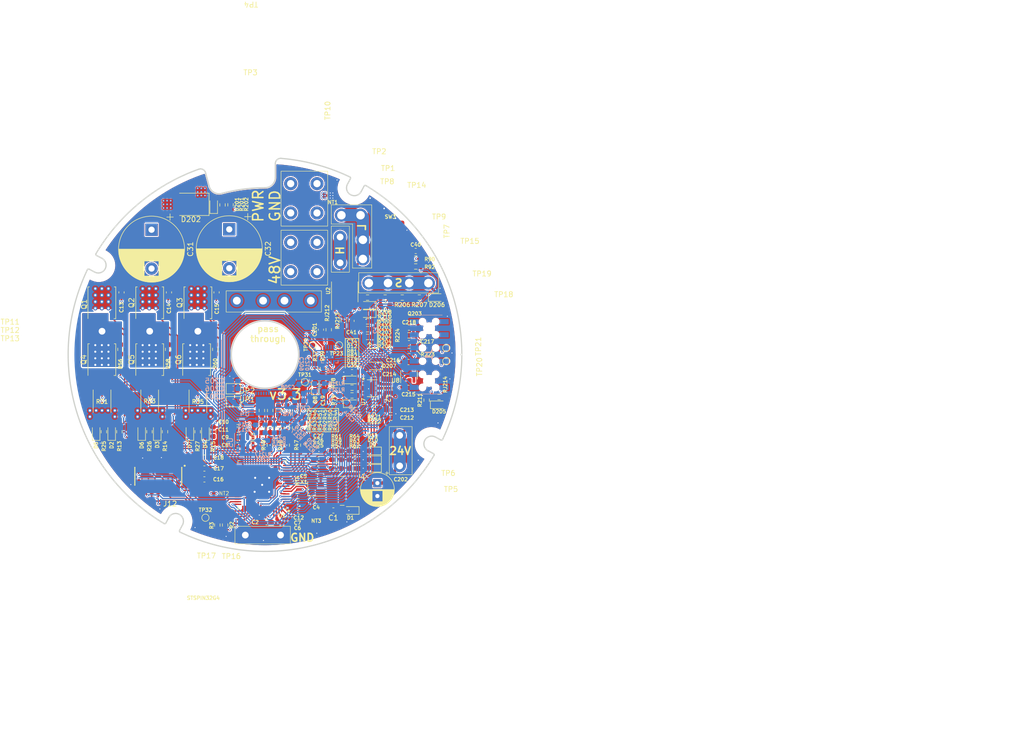
<source format=kicad_pcb>
(kicad_pcb (version 20211014) (generator pcbnew)
  (layers (0 "F.Cu" signal) (1 "In1.Cu" signal) (2 "In2.Cu" signal) (31 "B.Cu" signal) (34 "B.Paste" user) (35 "F.Paste" user) (36 "B.SilkS" user "B.Silkscreen") (37 "F.SilkS" user "F.Silkscreen") (38 "B.Mask" user) (39 "F.Mask" user) (44 "Edge.Cuts" user))
  (net 0 "")
  (net 1 "GND")
  (net 2 "/GHS1_MOS")
  (net 3 "/GHS2_MOS")
  (net 4 "VM")
  (net 5 "/GHS3_MOS")
  (net 6 "/OUT2")
  (net 7 "/OUT3")
  (net 8 "/GLS1_MOS")
  (net 9 "/VSHUNT1P")
  (net 10 "/GLS2_MOS")
  (net 11 "/VSHUNT2P")
  (net 12 "/GLS3_MOS")
  (net 13 "/VSHUNT3P")
  (net 14 "/OUT1")
  (net 15 "/BOOT1")
  (net 16 "/BOOT2")
  (net 17 "/BOOT3")
  (net 18 "Net-(C40-Pad2)")
  (net 19 "/GHS1")
  (net 20 "/GHS2")
  (net 21 "/GHS3")
  (net 22 "/GLS1")
  (net 23 "/GLS2")
  (net 24 "/GLS3")
  (net 25 "/OSC_IN")
  (net 26 "/OSC_OUT")
  (net 27 "/SW")
  (net 28 "/VCC")
  (net 29 "/SPI_MOSI")
  (net 30 "/SPI_MISO")
  (net 31 "/SPI_SCK")
  (net 32 "/VDD")
  (net 33 "/CAN_RX")
  (net 34 "/CAN_TX")
  (net 35 "/VBAT")
  (net 36 "/nRST")
  (net 37 "/VOUT1")
  (net 38 "/VOUT2")
  (net 39 "/VOUT3")
  (net 40 "/OPP1")
  (net 41 "/OPO1")
  (net 42 "/OPN1")
  (net 43 "/OPO2")
  (net 44 "/OPP2")
  (net 45 "/OPN2")
  (net 46 "/OPP3")
  (net 47 "/OPO3")
  (net 48 "/OPN3")
  (net 49 "/VREF+")
  (net 50 "/VDDA")
  (net 51 "/UART_TX")
  (net 52 "/UART_RX")
  (net 53 "/SWDIO{slash}JTMS")
  (net 54 "/SWCLK{slash}JTCK")
  (net 55 "/JTDI")
  (net 56 "/SWO{slash}JTDO")
  (net 57 "/VREGIN")
  (net 58 "Net-(R56-Pad2)")
  (net 59 "Net-(R58-Pad2)")
  (net 60 "Net-(R60-Pad2)")
  (net 61 "Net-(C2-Pad2)")
  (net 62 "Net-(TP7-Pad1)")
  (net 63 "Net-(TP10-Pad1)")
  (net 64 "/VBUS")
  (net 65 "/MOTOR_TEMP")
  (net 68 "/A")
  (net 69 "/B")
  (net 79 "/SEC_IN")
  (net 80 "/SEC_OUT")
  (net 81 "/BEARING_TEMP")
  (net 82 "/MA730_CS")
  (net 83 "Net-(D201-Pad1)")
  (net 85 "GNDPWR")
  (net 89 "Net-(R201-Pad1)")
  (net 94 "Net-(J1-Pad6)")
  (net 95 "Net-(J1-Pad8)")
  (net 100 "/SAFETY")
  (net 101 "Net-(D203-Pad1)")
  (net 102 "Net-(D204-Pad1)")
  (net 103 "Net-(Q203-Pad5)")
  (net 104 "Net-(Q203-Pad2)")
  (net 105 "Net-(Q203-Pad6)")
  (net 106 "Net-(D205-Pad1)")
  (net 107 "+3V3")
  (net 108 "/A_RC")
  (net 109 "/B_RC")
  (net 110 "Net-(D206-Pad1)")
  (net 111 "Net-(R2-Pad1)")
  (net 112 "Net-(TP23-Pad1)")
  (net 113 "Net-(TP24-Pad1)")
  (net 114 "Net-(C201-Pad2)")
  (net 115 "Net-(C41-Pad1)")
  (net 116 "Net-(J1-Pad2)")
  (net 117 "Net-(C203-Pad1)")
  (net 118 "V_GRIPPER")
  (net 119 "Net-(C204-Pad2)")
  (net 120 "Net-(C205-Pad1)")
  (net 121 "Net-(C207-Pad1)")
  (net 122 "GNDA")
  (net 123 "Net-(C211-Pad1)")
  (net 124 "Net-(R213-Pad2)")
  (net 125 "Net-(R214-Pad2)")
  (net 126 "Net-(R215-Pad1)")
  (net 127 "+5V")
  (net 128 "Net-(R217-Pad2)")
  (net 129 "Net-(R219-Pad2)")
  (net 145 "Net-(C214-Pad1)")
  (net 146 "Net-(C214-Pad2)")
  (net 147 "Net-(R221-Pad1)")
  (net 148 "/BC_ENABLE")
  (net 149 "Net-(JP1-Pad1)")
  (net 150 "Net-(JP2-Pad1)")
  (footprint "footprints:R_0603_1608Metric_Pad0.98x0.95mm_HandSolder" (layer "F.Cu") (at 155.9 119.15 -90)
    (fp_text reference "R41")
    (fp_text value "22k 1%")
  )
  (footprint "footprints:R_0603_1608Metric_Pad0.98x0.95mm_HandSolder" (layer "F.Cu") (at 120.6 104 -90)
    (fp_text reference "R56")
    (fp_text value "68k 1%")
  )
  (footprint "footprints:R_0603_1608Metric_Pad0.98x0.95mm_HandSolder" (layer "F.Cu") (at 169.6 114.2)
    (fp_text reference "R221")
    (fp_text value "124k")
  )
  (footprint "footprints:R_0603_1608Metric_Pad0.98x0.95mm_HandSolder" (layer "F.Cu") (at 160.8 100.2 90)
    (fp_text reference "RJ212")
    (fp_text value "0")
  )
  (footprint "footprints:R_0603_1608Metric_Pad0.98x0.95mm_HandSolder" (layer "F.Cu") (at 151.1 115.8 -90)
    (fp_text reference "R51")
    (fp_text value "1.5k 1%")
  )
  (footprint "footprints:TSOP-5_1.65x3.05mm_P0.95mm" (layer "F.Cu") (at 176.3 108.94 90)
    (fp_text reference "U8")
    (fp_text value "NCP115")
  )
  (footprint "footprints:R_0603_1608Metric_Pad0.98x0.95mm_HandSolder" (layer "F.Cu") (at 158.2 107.7 90)
    (fp_text reference "R37")
    (fp_text value "72.3k 1%")
  )
  (footprint "footprints:R_0603_1608Metric_Pad0.98x0.95mm_HandSolder" (layer "F.Cu") (at 168.3 101.6 180)
    (fp_text reference "R205")
    (fp_text value "10k")
  )
  (footprint "footprints:C_0603_1608Metric_Pad1.08x0.95mm_HandSolder" (layer "F.Cu") (at 172.9 117.2 180)
    (fp_text reference "C212")
    (fp_text value "4,7 uF")
  )
  (footprint "UNIVERSAL_JOINT:KEYS_3544" (layer "F.Cu") (at 170.4 91.2)
    (fp_text reference "TP18")
    (fp_text value "SAFETY")
  )
  (footprint "footprints:R_0603_1608Metric_Pad0.98x0.95mm_HandSolder" (layer "F.Cu") (at 171.7 95.5 180)
    (fp_text reference "R208")
    (fp_text value "10k")
  )
  (footprint "footprints:CP_Radial_D12.5mm_P7.50mm" (layer "F.Cu") (at 141.6 80.826041 -90)
    (fp_text reference "C32")
    (fp_text value "330uF 100V")
  )
  (footprint "footprints:R_0603_1608Metric_Pad0.98x0.95mm_HandSolder" (layer "F.Cu") (at 155.9 115.8 -90)
    (fp_text reference "R44")
    (fp_text value "1.5k 1%")
  )
  (footprint "footprints:R_0603_1608Metric_Pad0.98x0.95mm_HandSolder" (layer "F.Cu") (at 162.3 125.2875)
    (fp_text reference "R59")
    (fp_text value "27k 1%")
  )
  (footprint "footprints:D_0603_1608Metric_Pad1.05x0.95mm_HandSolder" (layer "F.Cu") (at 165.3 109.9)
    (fp_text reference "D12")
    (fp_text value "BAT30K")
  )
  (footprint "footprints:R_0603_1608Metric_Pad0.98x0.95mm_HandSolder" (layer "F.Cu") (at 155.9 122.488 -90)
    (fp_text reference "R47")
    (fp_text value "22k 1%")
  )
  (footprint "UNIVERSAL_JOINT:61-2348-11_0030" (layer "F.Cu") (at 163 87.3)
    (fp_text reference "TP9")
    (fp_text value "CANH")
  )
  (footprint "footprints:C_0603_1608Metric_Pad1.08x0.95mm_HandSolder" (layer "F.Cu") (at 177.6 85 180)
    (fp_text reference "C40")
    (fp_text value "100nF")
  )
  (footprint "footprints:D_0603_1608Metric_Pad1.05x0.95mm_HandSolder" (layer "F.Cu") (at 169.5 107.2 180)
    (fp_text reference "D207")
    (fp_text value "BAT48, 40 V")
  )
  (footprint "footprints:C_0603_1608Metric_Pad1.08x0.95mm_HandSolder" (layer "F.Cu") (at 136.8 127)
    (fp_text reference "C17")
    (fp_text value "1uF 25V")
  )
  (footprint "UNIVERSAL_JOINT:1-726388-2" (layer "F.Cu") (at 156 83.34)
    (fp_text reference "TP1")
    (fp_text value "48V")
  )
  (footprint "UNIVERSAL_JOINT:VLS201612HBX-100M-1" (layer "F.Cu") (at 172.2 111.5 -90)
    (fp_text reference "L2")
    (fp_text value "10uH")
  )
  (footprint "footprints:TestPoint_Pad_D1.0mm" (layer "F.Cu") (at 137 136.5)
    (fp_text reference "TP32")
    (fp_text value "TestPoint_Probe")
  )
  (footprint "footprints:R_0603_1608Metric_Pad0.98x0.95mm_HandSolder" (layer "F.Cu") (at 147.9 119.15 -90)
    (fp_text reference "R55")
    (fp_text value "11k 1%")
  )
  (footprint "footprints:C_0603_1608Metric_Pad1.08x0.95mm_HandSolder" (layer "F.Cu") (at 143.2 118)
    (fp_text reference "C10")
    (fp_text value "1uF")
  )
  (footprint "UNIVERSAL_JOINT:61-2348-11_0030" (layer "F.Cu") (at 135.54 100.5)
    (fp_text reference "TP13")
    (fp_text value "1-726388-2")
  )
  (footprint "footprints:C_0603_1608Metric_Pad1.08x0.95mm_HandSolder" (layer "F.Cu") (at 136.8 124.9)
    (fp_text reference "C18")
    (fp_text value "1uF 25V")
  )
  (footprint "UNIVERSAL_JOINT:MP2456GJ-Z" (layer "F.Cu") (at 169.2 111.5)
    (fp_text reference "U7")
    (fp_text value "MP2456")
  )
  (footprint "footprints:C_0603_1608Metric_Pad1.08x0.95mm_HandSolder" (layer "F.Cu") (at 176.2 111.44 180)
    (fp_text reference "C215")
    (fp_text value "1uF")
  )
  (footprint "footprints:TDSON-8-1" (layer "F.Cu") (at 135.3 105.978 90)
    (fp_text reference "Q6")
    (fp_text value "STL100N10")
  )
  (footprint "UNIVERSAL_JOINT:KEYS_3578" (layer "F.Cu") (at 145.6 94.6)
    (fp_text reference "TP14")
    (fp_text value "V_GRIPPER")
  )
  (footprint "footprints:CP_Radial_D12.5mm_P7.50mm" (layer "F.Cu") (at 126.6 80.9 -90)
    (fp_text reference "C31")
    (fp_text value "330uF 100V")
  )
  (footprint "footprints:R_0603_1608Metric_Pad0.98x0.95mm_HandSolder" (layer "F.Cu") (at 140.8 137.9125 -90)
    (fp_text reference "R2")
    (fp_text value "22k")
  )
  (footprint "footprints:R_0603_1608Metric_Pad0.98x0.95mm_HandSolder" (layer "F.Cu") (at 152.7 119.15 -90)
    (fp_text reference "R42")
    (fp_text value "22k 1%")
  )
  (footprint "footprints:D_0603_1608Metric_Pad1.05x0.95mm_HandSolder" (layer "F.Cu") (at 181.7 94)
    (fp_text reference "D206")
    (fp_text value "BAT30K")
  )
  (footprint "footprints:C_0603_1608Metric_Pad1.08x0.95mm_HandSolder" (layer "F.Cu") (at 148.8 137.375)
    (fp_text reference "C2")
    (fp_text value "220nF 100V")
  )
  (footprint "footprints:C_0603_1608Metric_Pad1.08x0.95mm_HandSolder" (layer "F.Cu") (at 176.3 102.8 180)
    (fp_text reference "C217")
    (fp_text value "C")
  )
  (footprint "UNIVERSAL_JOINT:KEYS_3544" (layer "F.Cu") (at 178.2 91.2)
    (fp_text reference "TP19")
    (fp_text value "SAFETY")
  )
  (footprint "footprints:R_0603_1608Metric_Pad0.98x0.95mm_HandSolder" (layer "F.Cu") (at 129.8 104 -90)
    (fp_text reference "R58")
    (fp_text value "68k 1%")
  )
  (footprint "footprints:C_0603_1608Metric_Pad1.08x0.95mm_HandSolder" (layer "F.Cu") (at 139.15 93 90)
    (fp_text reference "C15")
    (fp_text value "220nF 100V")
  )
  (footprint "footprints:L_Wuerth_WE-PD2-Typ-MS" (layer "F.Cu") (at 163.4 131.3 180)
    (fp_text reference "L1")
    (fp_text value "18uH, 1A")
  )
  (footprint "footprints:TDSON-8-1" (layer "F.Cu") (at 117.008 105.978 90)
    (fp_text reference "Q4")
    (fp_text value "STL100N10")
  )
  (footprint "footprints:TestPoint_Pad_D1.0mm" (layer "F.Cu") (at 157.7 103.2)
    (fp_text reference "TP24")
    (fp_text value "TestPoint_Probe")
  )
  (footprint "footprints:D_0603_1608Metric_Pad1.05x0.95mm_HandSolder" (layer "F.Cu") (at 158.2 111.1 90)
    (fp_text reference "D8")
    (fp_text value "BAT30K")
  )
  (footprint "footprints:R_0603_1608Metric_Pad0.98x0.95mm_HandSolder" (layer "F.Cu") (at 177.6 88 180)
    (fp_text reference "R92")
    (fp_text value "200")
  )
  (footprint "footprints:D_0603_1608Metric_Pad1.05x0.95mm_HandSolder" (layer "F.Cu") (at 169.3 126.95 180)
    (fp_text reference "D9")
    (fp_text value "BAT30K")
  )
  (footprint "UNIVERSAL_JOINT:61-2348-11_0030" (layer "F.Cu") (at 174.5 126.5)
    (fp_text reference "TP5")
    (fp_text value "12V")
  )
  (footprint "footprints:R_0603_1608Metric_Pad0.98x0.95mm_HandSolder" (layer "F.Cu") (at 138.5 119.9 90)
    (fp_text reference "R15")
    (fp_text value "33")
  )
  (footprint "Crystal:Crystal_SMD_2520-4Pin_2.5x2.0mm" (layer "F.Cu") (at 158.4 130.9)
    (fp_text reference "X1")
    (fp_text value "ECS-240-8-36B2-CKM-TR")
  )
  (footprint "footprints:R_0603_1608Metric_Pad0.98x0.95mm_HandSolder" (layer "F.Cu") (at 175 94 180)
    (fp_text reference "R206")
    (fp_text value "10k")
  )
  (footprint "UNIVERSAL_JOINT:61-2348-11_0030" (layer "F.Cu") (at 163 82.3 -90)
    (fp_text reference "TP10")
    (fp_text value "CANH")
  )
  (footprint "footprints:R_0603_1608Metric_Pad0.98x0.95mm_HandSolder" (layer "F.Cu") (at 147.9 115.8 -90)
    (fp_text reference "R52")
    (fp_text value "1.5k 1%")
  )
  (footprint "UNIVERSAL_JOINT:61-2348-11_0030" (layer "F.Cu") (at 151.5 139.85)
    (fp_text reference "TP16")
    (fp_text value "GND")
  )
  (footprint "footprints:R_0603_1608Metric_Pad0.98x0.95mm_HandSolder" (layer "F.Cu") (at 159.7 107.7 -90)
    (fp_text reference "R39")
    (fp_text value "3.01k 1%")
  )
  (footprint "footprints:C_0603_1608Metric_Pad1.08x0.95mm_HandSolder" (layer "F.Cu") (at 176.2 106.44 180)
    (fp_text reference "C216")
    (fp_text value "1uF Ceramic")
  )
  (footprint "footprints:C_0603_1608Metric_Pad1.08x0.95mm_HandSolder" (layer "F.Cu") (at 158.8 127)
    (fp_text reference "C25")
    (fp_text value "82nF 5%")
  )
  (footprint "UNIVERSAL_JOINT:61-2348-11_0030" (layer "F.Cu") (at 174.5 120.6)
    (fp_text reference "TP6")
    (fp_text value "12V")
  )
  (footprint "UNIVERSAL_JOINT:KEYS_3544" (layer "F.Cu") (at 165.1 78.1)
    (fp_text reference "TP8")
    (fp_text value "CANL")
  )
  (footprint "footprints:R_0603_1608Metric_Pad0.98x0.95mm_HandSolder" (layer "F.Cu") (at 149.45 122.488 -90)
    (fp_text reference "R49")
    (fp_text value "22k 1%")
  )
  (footprint "footprints:SO-8_3.9x4.9mm_P1.27mm" (layer "F.Cu") (at 163.9 92.9 90)
    (fp_text reference "U2")
    (fp_text value "TCAN332G")
  )
  (footprint "footprints:C_0603_1608Metric_Pad1.08x0.95mm_HandSolder" (layer "F.Cu") (at 172.9 115.7 180)
    (fp_text reference "C213")
    (fp_text value "10 uF")
  )
  (footprint "footprints:R_0603_1608Metric_Pad0.98x0.95mm_HandSolder" (layer "F.Cu") (at 165.3 111.4)
    (fp_text reference "R81")
    (fp_text value "2k")
  )
  (footprint "footprints:D_0603_1608Metric_Pad1.05x0.95mm_HandSolder" (layer "F.Cu") (at 169.3 123.6 180)
    (fp_text reference "D11")
    (fp_text value "BAT30K")
  )
  (footprint "footprints:R_0603_1608Metric_Pad0.98x0.95mm_HandSolder" (layer "F.Cu") (at 140.3 76.1125 -90)
    (fp_text reference "R201")
    (fp_text value "4.7k 0,5W 5%")
  )
  (footprint "footprints:D_SMB" (layer "F.Cu") (at 134.15 76 180)
    (fp_text reference "D202")
    (fp_text value "SMBJ48A-TR")
  )
  (footprint "footprints:R_0603_1608Metric_Pad0.98x0.95mm_HandSolder" (layer "F.Cu") (at 162.3 123.6)
    (fp_text reference "R61")
    (fp_text value "27k 1%")
  )
  (footprint "footprints:NetTie-2_SMD_Pad0.5mm" (layer "F.Cu") (at 146.2 123 90)
    (fp_text reference "NT5")
    (fp_text value "NetTie_2")
  )
  (footprint "footprints:D_0603_1608Metric_Pad1.05x0.95mm_HandSolder" (layer "F.Cu") (at 124.7 119.9 90)
    (fp_text reference "D6")
    (fp_text value "BAT48, 40 V")
  )
  (footprint "footprints:R_2512_6332Metric_Pad1.40x3.35mm_HandSolder" (layer "F.Cu") (at 135.55 114 -90)
    (fp_text reference "R35")
    (fp_text value "5m 1% 3W")
  )
  (footprint "footprints:D_0603_1608Metric_Pad1.05x0.95mm_HandSolder" (layer "F.Cu") (at 127.7 119.9 90)
    (fp_text reference "D3")
    (fp_text value "BAT48, 40 V")
  )
  (footprint "footprints:R_0603_1608Metric_Pad0.98x0.95mm_HandSolder" (layer "F.Cu") (at 168.3 100.1)
    (fp_text reference "R204")
    (fp_text value "1k")
  )
  (footprint "footprints:R_0603_1608Metric_Pad0.98x0.95mm_HandSolder" (layer "F.Cu") (at 120.4 119.9 90)
    (fp_text reference "R13")
    (fp_text value "33")
  )
  (footprint "footprints:R_0603_1608Metric_Pad0.98x0.95mm_HandSolder" (layer "F.Cu") (at 135.5 119.9 90)
    (fp_text reference "R27")
    (fp_text value "33")
  )
  (footprint "footprints:C_0603_1608Metric_Pad1.08x0.95mm_HandSolder" (layer "F.Cu") (at 129.962 93 90)
    (fp_text reference "C14")
    (fp_text value "220nF 100V")
  )
  (footprint "footprints:C_0603_1608Metric_Pad1.08x0.95mm_HandSolder" (layer "F.Cu") (at 155.07 135.3 180)
    (fp_text reference "C6")
    (fp_text value "10uF")
  )
  (footprint "footprints:D_0603_1608Metric_Pad1.05x0.95mm_HandSolder" (layer "F.Cu") (at 165 135.1 180)
    (fp_text reference "D1")
    (fp_text value "STPS1H100A")
  )
  (footprint "footprints:C_0603_1608Metric_Pad1.08x0.95mm_HandSolder" (layer "F.Cu") (at 169.5 108.8)
    (fp_text reference "C214")
    (fp_text value "100nF")
  )
  (footprint "footprints:R_0603_1608Metric_Pad0.98x0.95mm_HandSolder" (layer "F.Cu") (at 168.3 98.6 180)
    (fp_text reference "R203")
    (fp_text value "1,5k")
  )
  (footprint "footprints:NetTie-2_SMD_Pad0.5mm" (layer "F.Cu") (at 138.6 131.8 180)
    (fp_text reference "NT2")
    (fp_text value "NetTie_2")
  )
  (footprint "footprints:R_2512_6332Metric_Pad1.40x3.35mm_HandSolder" (layer "F.Cu") (at 117.04 114 -90)
    (fp_text reference "R31")
    (fp_text value "5m 1% 3W")
  )
  (footprint "footprints:R_0603_1608Metric_Pad0.98x0.95mm_HandSolder" (layer "F.Cu") (at 177.6 86.5)
    (fp_text reference "R90")
    (fp_text value "100k")
  )
  (footprint "footprints:R_0603_1608Metric_Pad0.98x0.95mm_HandSolder" (layer "F.Cu") (at 154.3 119.15 -90)
    (fp_text reference "R53")
    (fp_text value "11k 1%")
  )
  (footprint "footprints:D_0603_1608Metric_Pad1.05x0.95mm_HandSolder" (layer "F.Cu") (at 138.6 76.1 90)
    (fp_text reference "D201")
    (fp_text value "GREEN")
  )
  (footprint "UNIVERSAL_JOINT:1-726388-2" (layer "F.Cu") (at 156 77.66)
    (fp_text reference "TP3")
    (fp_text value "GND")
  )
  (footprint "footprints:D_0603_1608Metric_Pad1.05x0.95mm_HandSolder" (layer "F.Cu") (at 168.275 97.1 180)
    (fp_text reference "D204")
    (fp_text value "RED")
  )
  (footprint "footprints:R_0603_1608Metric_Pad0.98x0.95mm_HandSolder" (layer "F.Cu") (at 149.5 119.15 -90)
    (fp_text reference "R43")
    (fp_text value "22k 1%")
  )
  (footprint "UNIVERSAL_JOINT:SAMTEC_FTSH-107-01-L-DV-K-TR" (layer "F.Cu") (at 127.9 128.5 180)
    (fp_text reference "J12")
    (fp_text value "FTSH-107-01-L-DV-K-TR")
  )
  (footprint "footprints:R_0603_1608Metric_Pad0.98x0.95mm_HandSolder" (layer "F.Cu") (at 165.8 125.3 180)
    (fp_text reference "R63")
    (fp_text value "3.9k 1%")
  )
  (footprint "footprints:TestPoint_Pad_D1.0mm" (layer "F.Cu") (at 183.5 106.27 -90)
    (fp_text reference "TP20")
    (fp_text value "TestPoint_Probe")
  )
  (footprint "footprints:R_0603_1608Metric_Pad0.98x0.95mm_HandSolder" (layer "F.Cu") (at 182.1 113.2 180)
    (fp_text reference "RJ214")
    (fp_text value "0")
  )
  (footprint "footprints:R_0603_1608Metric_Pad0.98x0.95mm_HandSolder" (layer "F.Cu") (at 152.7 122.488 -90)
    (fp_text reference "R48")
    (fp_text value "22k 1%")
  )
  (footprint "footprints:R_0603_1608Metric_Pad0.98x0.95mm_HandSolder" (layer "F.Cu") (at 162.9 113.8 -90)
    (fp_text reference "R79")
    (fp_text value "10k")
  )
  (footprint "footprints:D_0603_1608Metric_Pad1.05x0.95mm_HandSolder" (layer "F.Cu") (at 169.3 125.3 180)
    (fp_text reference "D10")
    (fp_text value "BAT30K")
  )
  (footprint "footprints:R_0603_1608Metric_Pad0.98x0.95mm_HandSolder" (layer "F.Cu") (at 171.7 94)
    (fp_text reference "R210")
    (fp_text value "100")
  )
  (footprint "UNIVERSAL_JOINT:SOT363" (layer "F.Cu") (at 174.7 97.1 180)
    (fp_text reference "Q203")
    (fp_text value "BSS138PS")
  )
  (footprint "footprints:TestPoint_Pad_D1.0mm" (layer "F.Cu") (at 156.2 110.3)
    (fp_text reference "TP31")
    (fp_text value "TestPoint_Probe")
  )
  (footprint "footprints:R_0603_1608Metric_Pad0.98x0.95mm_HandSolder" (layer "F.Cu") (at 152.7 115.8 -90)
    (fp_text reference "R45")
    (fp_text value "1.5k 1%")
  )
  (footprint "footprints:NetTie-2_SMD_Pad0.5mm" (layer "F.Cu") (at 160.6 74.3 180)
    (fp_text reference "NT1")
    (fp_text value "NetTie_2")
  )
  (footprint "footprints:D_0603_1608Metric_Pad1.05x0.95mm_HandSolder" (layer "F.Cu") (at 134 119.9 90)
    (fp_text reference "D7")
    (fp_text value "BAT48, 40 V")
  )
  (footprint "footprints:NetTie-2_SMD_Pad0.5mm" (layer "F.Cu") (at 158.4 135.8 180)
    (fp_text reference "NT3")
    (fp_text value "NetTie_2")
  )
  (footprint "footprints:R_0603_1608Metric_Pad0.98x0.95mm_HandSolder" (layer "F.Cu") (at 176.3 104.3 180)
    (fp_text reference "R223")
    (fp_text value "10k 1%")
  )
  (footprint "footprints:C_0603_1608Metric_Pad1.08x0.95mm_HandSolder" (layer "F.Cu") (at 143.2 119.5)
    (fp_text reference "C11")
    (fp_text value "100nF")
  )
  (footprint "footprints:TDSON-8-1" (layer "F.Cu") (at 126.24 105.978 90)
    (fp_text reference "Q5")
    (fp_text value "STL100N10")
  )
  (footprint "footprints:R_0603_1608Metric_Pad0.98x0.95mm_HandSolder" (layer "F.Cu") (at 117.4 119.9 90)
    (fp_text reference "R25")
    (fp_text value "33")
  )
  (footprint "footprints:CP_Radial_D6.3mm_P2.50mm" (layer "F.Cu") (at 170.2 129.817621 -90)
    (fp_text reference "C202")
    (fp_text value "220uF 100V")
  )
  (footprint "footprints:TestPoint_Pad_D1.0mm" (layer "F.Cu") (at 183.5 103.72 -90)
    (fp_text reference "TP21")
    (fp_text value "TestPoint_Probe")
  )
  (footprint "footprints:R_0603_1608Metric_Pad0.98x0.95mm_HandSolder" (layer "F.Cu") (at 139.3 137.9125 90)
    (fp_text reference "R3")
    (fp_text value "10k NM")
  )
  (footprint "footprints:C_0603_1608Metric_Pad1.08x0.95mm_HandSolder" (layer "F.Cu") (at 159.3 100.2 -90)
    (fp_text reference "C201")
    (fp_text value "1uF")
  )
  (footprint "UNIVERSAL_JOINT:1-726388-2" (layer "F.Cu") (at 156 89)
    (fp_text reference "TP2")
    (fp_text value "48V")
  )
  (footprint "footprints:R_0603_1608Metric_Pad0.98x0.95mm_HandSolder" (layer "F.Cu") (at 165.3 112.9)
    (fp_text reference "R82")
    (fp_text value "2k")
  )
  (footprint "footprints:R_0603_1608Metric_Pad0.98x0.95mm_HandSolder" (layer "F.Cu") (at 129.2 119.9 90)
    (fp_text reference "R14")
    (fp_text value "33")
  )
  (footprint "footprints:R_0603_1608Metric_Pad0.98x0.95mm_HandSolder" (layer "F.Cu") (at 178.3 94 180)
    (fp_text reference "R207")
    (fp_text value "100")
  )
  (footprint "footprints:R_0603_1608Metric_Pad0.98x0.95mm_HandSolder" (layer "F.Cu") (at 163.7 98.5 -90)
    (fp_text reference "RJ213")
    (fp_text value "0")
  )
  (footprint "footprints:C_0603_1608Metric_Pad1.08x0.95mm_HandSolder" (layer "F.Cu") (at 155.07 133.8 180)
    (fp_text reference "C7")
    (fp_text value "100nF")
  )
  (footprint "footprints:R_2512_6332Metric_Pad1.40x3.35mm_HandSolder" (layer "F.Cu") (at 126.24 114 -90)
    (fp_text reference "R33")
    (fp_text value "5m 1% 3W")
  )
  (footprint "footprints:TDSON-8-1" (layer "F.Cu") (at 126.24 95 90)
    (fp_text reference "Q2")
    (fp_text value "STL100N10")
  )
  (footprint "footprints:R_0603_1608Metric_Pad0.98x0.95mm_HandSolder" (layer "F.Cu") (at 151.1 119.15 -90)
    (fp_text reference "R54")
    (fp_text value "11k 1%")
  )
  (footprint "UNIVERSAL_JOINT:61-2348-11_0030" (layer "F.Cu") (at 126.24 100.5)
    (fp_text reference "TP12")
    (fp_text value "1-726388-2")
  )
  (footprint "footprints:D_0603_1608Metric_Pad1.05x0.95mm_HandSolder" (layer "F.Cu") (at 115.9 119.9 90)
    (fp_text reference "D5")
    (fp_text value "BAT48, 40 V")
  )
  (footprint "footprints:R_0603_1608Metric_Pad0.98x0.95mm_HandSolder" (layer "F.Cu") (at 176.3 101.3 180)
    (fp_text reference "R224")
    (fp_text value "10k 1%")
  )
  (footprint "UNIVERSAL_JOINT:SKHUALE010" (layer "F.Cu") (at 172.7 83.9 90)
    (fp_text reference "SW3")
    (fp_text value "SKHUALE010")
  )
  (footprint "footprints:D_0603_1608Metric_Pad1.05x0.95mm_HandSolder" (layer "F.Cu") (at 165.3 114.5)
    (fp_text reference "D13")
    (fp_text value "BAT30K")
  )
  (footprint "footprints:D_0603_1608Metric_Pad1.05x0.95mm_HandSolder" (layer "F.Cu") (at 137 119.9 90)
    (fp_text reference "D4")
    (fp_text value "BAT48, 40 V")
  )
  (footprint "UNIVERSAL_JOINT:61-2348-11_0030" (layer "F.Cu") (at 144.7 139.85)
    (fp_text reference "TP17")
    (fp_text value "GND")
  )
  (footprint "footprints:D_0603_1608Metric_Pad1.05x0.95mm_HandSolder" (layer "F.Cu") (at 118.9 119.9 90)
    (fp_text reference "D2")
    (fp_text value "BAT48, 40 V")
  )
  (footprint "footprints:C_0603_1608Metric_Pad1.08x0.95mm_HandSolder" (layer "F.Cu") (at 165.2 98.5 -90)
    (fp_text reference "C41")
    (fp_text value "100 nF")
  )
  (footprint "footprints:D_0603_1608Metric_Pad1.05x0.95mm_HandSolder" (layer "F.Cu") (at 182.0875 114.7)
    (fp_text reference "D205")
    (fp_text value "GREEN")
  )
  (footprint "footprints:C_0603_1608Metric_Pad1.08x0.95mm_HandSolder" (layer "F.Cu") (at 158.8 123.6)
    (fp_text reference "C27")
    (fp_text value "82nF 5%")
  )
  (footprint "footprints:C_0603_1608Metric_Pad1.08x0.95mm_HandSolder" (layer "F.Cu") (at 143.2 121)
    (fp_text reference "C9")
    (fp_text value "100nF")
  )
  (footprint "footprints:C_0603_1608Metric_Pad1.08x0.95mm_HandSolder" (layer "F.Cu") (at 161.7 135.1 180)
    (fp_text reference "C1")
    (fp_text value "10uF 25v")
  )
  (footprint "footprints:C_0603_1608Metric_Pad1.08x0.95mm_HandSolder" (layer "F.Cu") (at 165.3 108.4 180)
    (fp_text reference "C34")
    (fp_text value "1nF")
  )
  (footprint "UNIVERSAL_JOINT:61-2348-11_0030" (layer "F.Cu") (at 117.04 100.5)
    (fp_text reference "TP11")
    (fp_text value "1-726388-2")
  )
  (footprint "footprints:R_0603_1608Metric_Pad0.98x0.95mm_HandSolder" (layer "F.Cu") (at 154.3 115.8 -90)
    (fp_text reference "R50")
    (fp_text value "1.5k 1%")
  )
  (footprint "footprints:R_0603_1608Metric_Pad0.98x0.95mm_HandSolder" (layer "F.Cu") (at 165.8 123.6 180)
    (fp_text reference "R64")
    (fp_text value "3.9k 1%")
  )
  (footprint "footprints:C_0603_1608Metric_Pad1.08x0.95mm_HandSolder" (layer "F.Cu") (at 120.8 93 90)
    (fp_text reference "C13")
    (fp_text value "220nF 100V")
  )
  (footprint "footprints:C_0603_1608Metric_Pad1.08x0.95mm_HandSolder" (layer "F.Cu") (at 158.4 128.5)
    (fp_text reference "C5")
    (fp_text value "6.8pF")
  )
  (footprint "footprints:C_0603_1608Metric_Pad1.08x0.95mm_HandSolder" (layer "F.Cu") (at 143.2 122.5)
    (fp_text reference "C8")
    (fp_text value "1uF")
  )
  (footprint "UNIVERSAL_JOINT:KEYS_3578" (layer "F.Cu") (at 154.8 94.6)
    (fp_text reference "TP15")
    (fp_text value "V_GRIPPER")
  )
  (footprint "footprints:R_0603_1608Metric_Pad0.98x0.95mm_HandSolder" (layer "F.Cu") (at 126.2 119.9 90)
    (fp_text reference "R26")
    (fp_text value "33")
  )
  (footprint "footprints:R_0603_1608Metric_Pad0.98x0.95mm_HandSolder" (layer "F.Cu") (at 165.7875 127 180)
    (fp_text reference "R62")
    (fp_text value "3.9k 1%")
  )
  (footprint "footprints:D_0603_1608Metric_Pad1.05x0.95mm_HandSolder" (layer "F.Cu") (at 168.3 95.5 180)
    (fp_text reference "D203")
    (fp_text value "GREEN")
  )
  (footprint "UNIVERSAL_JOINT:KEYS_3544" (layer "F.Cu") (at 167.4 84.7 90)
    (fp_text reference "TP7")
    (fp_text value "CANL")
  )
  (footprint "footprints:TDSON-8-1" (layer "F.Cu") (at 135.55 95 90)
    (fp_text reference "Q3")
    (fp_text value "STL100N10")
  )
  (footprint "footprints:SolderJumper-2_P1.3mm_Open_Pad1.0x1.5mm" (layer "F.Cu") (at 142.4 114.1 180)
    (fp_text reference "JP1")
    (fp_text value "SolderJumper_2_Open")
  )
  (footprint "footprints:C_0603_1608Metric_Pad1.08x0.95mm_HandSolder" (layer "F.Cu") (at 136.8 129.1)
    (fp_text reference "C16")
    (fp_text value "1uF 25V")
  )
  (footprint "footprints:C_0603_1608Metric_Pad1.08x0.95mm_HandSolder" (layer "F.Cu") (at 155 132.3 180)
    (fp_text reference "C12")
    (fp_text value "100nF")
  )
  (footprint "footprints:C_0603_1608Metric_Pad1.08x0.95mm_HandSolder" (layer "F.Cu") (at 165.3 116 180)
    (fp_text reference "C35")
    (fp_text value "1nF")
  )
  (footprint "footprints:C_0603_1608Metric_Pad1.08x0.95mm_HandSolder" (layer "F.Cu") (at 159.7 111.1 90)
    (fp_text reference "C19")
    (fp_text value "33nF")
  )
  (footprint "footprints:R_0603_1608Metric_Pad0.98x0.95mm_HandSolder" (layer "F.Cu") (at 149.5 115.8 -90)
    (fp_text reference "R46")
    (fp_text value "1.5k 1%")
  )
  (footprint "footprints:SolderJumper-2_P1.3mm_Open_Pad1.0x1.5mm" (layer "F.Cu") (at 142.4 111.6)
    (fp_text reference "JP2")
    (fp_text value "SolderJumper_2_Open")
  )
  (footprint "footprints:C_0603_1608Metric_Pad1.08x0.95mm_HandSolder" (layer "F.Cu") (at 158.8 125.2875)
    (fp_text reference "C26")
    (fp_text value "82nF 5%")
  )
  (footprint "footprints:R_0603_1608Metric_Pad0.98x0.95mm_HandSolder" (layer "F.Cu") (at 179.7 113.8 -90)
    (fp_text reference "R211")
    (fp_text value "4.7k 0,5W 5%")
  )
  (footprint "footprints:R_0603_1608Metric_Pad0.98x0.95mm_HandSolder" (layer "F.Cu") (at 169.6 115.7)
    (fp_text reference "R222")
    (fp_text value "23,7k")
  )
  (footprint "footprints:C_0603_1608Metric_Pad1.08x0.95mm_HandSolder" (layer "F.Cu") (at 176.2875 99.8 180)
    (fp_text reference "C218")
    (fp_text value "C")
  )
  (footprint "footprints:NetTie-2_SMD_Pad0.5mm" (layer "F.Cu") (at 155.25 131.05 180)
    (fp_text reference "NT4")
    (fp_text value "NetTie_2")
  )
  (footprint "footprints:TDSON-8-1" (layer "F.Cu") (at 117.008 95 90)
    (fp_text reference "Q1")
    (fp_text value "STL100N10")
  )
  (footprint "footprints:R_0603_1608Metric_Pad0.98x0.95mm_HandSolder" (layer "F.Cu") (at 168.3 94)
    (fp_text reference "R209")
    (fp_text value "1,1k")
  )
  (footprint "footprints:R_0603_1608Metric_Pad0.98x0.95mm_HandSolder" (layer "F.Cu") (at 138.9 104 -90)
    (fp_text reference "R60")
    (fp_text value "68k 1%")
  )
  (footprint "footprints:R_0603_1608Metric_Pad0.98x0.95mm_HandSolder" (layer "F.Cu") (at 162.3 127)
    (fp_text reference "R57")
    (fp_text value "27k 1%")
  )
  (footprint "footprints:R_0603_1608Metric_Pad0.98x0.95mm_HandSolder" (layer "F.Cu") (at 162.9 110.5 90)
    (fp_text reference "R78")
    (fp_text value "10k")
  )
  (footprint "footprints:TestPoint_Pad_D1.0mm" (layer "F.Cu") (at 162.8 103.2)
    (fp_text reference "TP23")
    (fp_text value "TestPoint_Probe")
  )
  (footprint "footprints:C_0603_1608Metric_Pad1.08x0.95mm_HandSolder" (layer "F.Cu") (at 158.4 133.3 180)
    (fp_text reference "C4")
    (fp_text value "6.8pF")
  )
  (footprint "UNIVERSAL_JOINT:1-726388-2" (layer "F.Cu") (at 156 72 180)
    (fp_text reference "TP4")
    (fp_text value "GND")
  )
  (footprint "UNIVERSAL_JOINT:STSPIN32G4" (layer "F.Cu") (at 147.950063 130.1574 180)
    (fp_text reference "U1")
    (fp_text value "STSPIN32G4")
  )
  (footprint "footprints:R_0603_1608Metric_Pad0.98x0.95mm_HandSolder" (layer "F.Cu") (at 141.84375 76.0875 90)
    (fp_text reference "R202")
    (fp_text value "4.7k 0,5W 5%")
  )
  (footprint "UNIVERSAL_JOINT:BM04B-SRSS-TB" (layer "B.Cu") (at 175.1 100.2 -90)
    (fp_text reference "J2")
    (fp_text value "BM04B-SRSS-TB")
  )
  (footprint "Package_DFN_QFN:HVQFN-16-1EP_3x3mm_P0.5mm_EP1.5x1.5mm" (layer "B.Cu") (at 161.000653 105 180)
    (fp_text reference "U6")
    (fp_text value "MA730")
  )
  (footprint "footprints:C_0603_1608Metric_Pad1.08x0.95mm_HandSolder" (layer "B.Cu") (at 155.1 112.5 180)
    (fp_text reference "C208")
    (fp_text value "1 uF")
  )
  (footprint "footprints:C_0603_1608Metric_Pad1.08x0.95mm_HandSolder" (layer "B.Cu") (at 155.05 109.8625 90)
    (fp_text reference "C209")
    (fp_text value "100 nF")
  )
  (footprint "footprints:R_0603_1608Metric_Pad0.98x0.95mm_HandSolder" (layer "B.Cu") (at 151.2 120.1)
    (fp_text reference "R215")
    (fp_text value "10k")
  )
  (footprint "footprints:R_0603_1608Metric_Pad0.98x0.95mm_HandSolder" (layer "B.Cu") (at 147.6 118.6 180)
    (fp_text reference "R214")
    (fp_text value "10k")
  )
  (footprint "footprints:C_0603_1608Metric_Pad1.08x0.95mm_HandSolder" (layer "B.Cu") (at 142.4 113.1 180)
    (fp_text reference "C203")
    (fp_text value "100 nF")
  )
  (footprint "footprints:C_0603_1608Metric_Pad1.08x0.95mm_HandSolder" (layer "B.Cu") (at 148.1 123.1)
    (fp_text reference "C211")
    (fp_text value "100 nF")
  )
  (footprint "footprints:SOT-23-5" (layer "B.Cu") (at 144.2 122 -90)
    (fp_text reference "U5")
    (fp_text value "24CW16X")
  )
  (footprint "UNIVERSAL_JOINT:M20-7810645" (layer "B.Cu") (at 180.18 105 90)
    (fp_text reference "J1")
    (fp_text value "M20-7810645" hide)
  )
  (footprint "footprints:R_0603_1608Metric_Pad0.98x0.95mm_HandSolder" (layer "B.Cu") (at 163.6 113.6 135)
    (fp_text reference "RJ218")
    (fp_text value "0")
  )
  (footprint "footprints:R_0603_1608Metric_Pad0.98x0.95mm_HandSolder" (layer "B.Cu") (at 147.6 120.1 180)
    (fp_text reference "R213")
    (fp_text value "10k")
  )
  (footprint "footprints:NetTie-2_SMD_Pad0.5mm" (layer "B.Cu") (at 153.1 115.3 180)
    (fp_text reference "NT6")
    (fp_text value "NetTie_2")
  )
  (footprint "UNIVERSAL_JOINT:oDFN8-3x3" (layer "B.Cu") (at 159.9 116.398756 45)
    (fp_text reference "U3")
    (fp_text value "iC-PX3212")
  )
  (footprint "footprints:R_0603_1608Metric_Pad0.98x0.95mm_HandSolder" (layer "B.Cu") (at 159 112.1)
    (fp_text reference "RJ215")
    (fp_text value "0")
  )
  (footprint "footprints:R_0603_1608Metric_Pad0.98x0.95mm_HandSolder" (layer "B.Cu") (at 148.1 121.6)
    (fp_text reference "RJ217")
    (fp_text value "0")
  )
  (footprint "footprints:C_0603_1608Metric_Pad1.08x0.95mm_HandSolder" (layer "B.Cu") (at 142.4 110.1 180)
    (fp_text reference "C205")
    (fp_text value "100 nF")
  )
  (footprint "footprints:C_0603_1608Metric_Pad1.08x0.95mm_HandSolder" (layer "B.Cu") (at 156.55 109.8625 90)
    (fp_text reference "C210")
    (fp_text value "1 uF")
  )
  (footprint "footprints:R_0603_1608Metric_Pad0.98x0.95mm_HandSolder" (layer "B.Cu") (at 156.2 118.9 -45)
    (fp_text reference "R217")
    (fp_text value "10k")
  )
  (footprint "footprints:R_0603_1608Metric_Pad0.98x0.95mm_HandSolder" (layer "B.Cu") (at 159 110.6)
    (fp_text reference "RJ216")
    (fp_text value "0")
  )
  (footprint "footprints:R_0603_1608Metric_Pad0.98x0.95mm_HandSolder" (layer "B.Cu") (at 158.6 121.3 -45)
    (fp_text reference "R218")
    (fp_text value "10k")
  )
  (footprint "footprints:C_0603_1608Metric_Pad1.08x0.95mm_HandSolder" (layer "B.Cu") (at 155.1 114 180)
    (fp_text reference "C207")
    (fp_text value "100 nF")
  )
  (footprint "footprints:C_0603_1608Metric_Pad1.08x0.95mm_HandSolder" (layer "B.Cu") (at 142.4 111.6 180)
    (fp_text reference "C206")
    (fp_text value "1 uF")
  )
  (footprint "footprints:C_0603_1608Metric_Pad1.08x0.95mm_HandSolder" (layer "B.Cu") (at 162.5 114.7 135)
    (fp_text reference "C204")
    (fp_text value "100 nF")
  )
  (footprint "footprints:R_0603_1608Metric_Pad0.98x0.95mm_HandSolder" (layer "B.Cu") (at 151.2 118.6 180)
    (fp_text reference "R216")
    (fp_text value "10k")
  )
  (footprint "footprints:R_0603_1608Metric_Pad0.98x0.95mm_HandSolder" (layer "B.Cu") (at 157.30953 117.80953 -45)
    (fp_text reference "R219")
    (fp_text value "10k")
  )
  (footprint "footprints:R_0603_1608Metric_Pad0.98x0.95mm_HandSolder" (layer "B.Cu") (at 159.7 120.2 -45)
    (fp_text reference "R220")
    (fp_text value "10k")
  )
  (footprint "UNIVERSAL_JOINT:oQFN32-5x5" (layer "B.Cu") (at 148.5 114.95 90)
    (fp_text reference "U4")
    (fp_text value "iC-PZ2656")
  )
  (gr_line (start 170.2 98.3) (end 170.2 103.8) (layer "F.SilkS") (width 0.1524))
  (gr_line (start 165.4 88.3) (end 165.4 79.8) (layer "F.SilkS") (width 0.1))
  (gr_line (start 165.4 79.8) (end 161.3 79.8) (layer "F.SilkS") (width 0.1))
  (gr_rect (start 141 92.7) (end 159.4 96.8) (layer "F.SilkS") (width 0.1) (fill none))
  (gr_rect (start 151.6 81) (end 160.6 91.6) (layer "F.SilkS") (width 0.1) (fill none))
  (gr_line (start 164 107.6) (end 164 101.9) (layer "F.SilkS") (width 0.1524))
  (gr_line (start 162.7 119.9) (end 156.7 119.9) (layer "F.SilkS") (width 0.1524))
  (gr_line (start 168.7 103.8) (end 168.7 102.6) (layer "F.SilkS") (width 0.1524))
  (gr_line (start 173 98.3) (end 170.2 98.3) (layer "F.SilkS") (width 0.1524))
  (gr_rect (start 151.6 69.6) (end 160.6 80.2) (layer "F.SilkS") (width 0.1) (fill none))
  (gr_line (start 162.7 115.4) (end 162.7 119.9) (layer "F.SilkS") (width 0.1524))
  (gr_line (start 169.1 76.1) (end 169.1 88.3) (layer "F.SilkS") (width 0.1))
  (gr_line (start 178.4 102.5) (end 177.9 102.8) (layer "F.SilkS") (width 0.1524))
  (gr_line (start 166.6 101.9) (end 166.6 107.6) (layer "F.SilkS") (width 0.1524))
  (gr_line (start 169.1 88.3) (end 165.4 88.3) (layer "F.SilkS") (width 0.1))
  (gr_rect (start 166.6 89.2) (end 182 93.1) (layer "F.SilkS") (width 0.1) (fill none))
  (gr_rect (start 142.7 138.15) (end 153.4 141.55) (layer "F.SilkS") (width 0.1) (fill none))
  (gr_rect (start 172.5 118.9) (end 176.9 128.2) (layer "F.SilkS") (width 0.1) (fill none))
  (gr_line (start 161.3 76.1) (end 169.1 76.1) (layer "F.SilkS") (width 0.1))
  (gr_line (start 170.2 103.8) (end 168.7 103.8) (layer "F.SilkS") (width 0.1524))
  (gr_line (start 161.3 79.8) (end 161.3 76.1) (layer "F.SilkS") (width 0.1))
  (gr_line (start 178.5 105) (end 177.9 104.3) (layer "F.SilkS") (width 0.1524))
  (gr_rect (start 161.3 80.2) (end 164.8 89.1) (layer "F.SilkS") (width 0.1) (fill none))
  (gr_line (start 164 101.9) (end 166.6 101.9) (layer "F.SilkS") (width 0.1524))
  (gr_line (start 156.7 115.4) (end 162.7 115.4) (layer "F.SilkS") (width 0.1524))
  (gr_line (start 168.7 102.6) (end 169.1 103.1) (layer "F.SilkS") (width 0.1524))
  (gr_line (start 168.7 102.6) (end 168.3 103.1) (layer "F.SilkS") (width 0.1524))
  (gr_arc (start 115.972048 85.864109) (mid 115.849218 85.710494) (end 115.875512 85.515575) (layer "Edge.Cuts") (width 0.25))
  (gr_arc (start 181.124488 124.484425) (mid 159.489557 141.376223) (end 132.120855 139.288826) (layer "Edge.Cuts") (width 0.25))
  (gr_arc (start 117.03801 86.435433) (mid 117.651493 88.466108) (end 115.620819 89.079591) (layer "Edge.Cuts") (width 0.25))
  (gr_arc (start 140.166027 73.897188) (mid 138.648389 73.697388) (end 137.716537 72.482975) (layer "Edge.Cuts") (width 0.25))
  (gr_line (start 150.5 70.8) (end 150.5 68.121822) (layer "Edge.Cuts") (width 0.25))
  (gr_arc (start 186.499794 105.125) (mid 186.375 105) (end 186.499794 104.875) (layer "Edge.Cuts") (width 0.25))
  (gr_arc (start 182.788826 121.379145) (mid 182.641071 121.508964) (end 182.445143 121.491734) (layer "Edge.Cuts") (width 0.25))
  (gr_arc (start 151.581081 67.125115) (mid 158.39394 68.310629) (end 164.879145 70.711174) (layer "Edge.Cuts") (width 0.25))
  (gr_arc (start 164.879145 70.711174) (mid 165.008964 70.858929) (end 164.991734 71.054857) (layer "Edge.Cuts") (width 0.25))
  (gr_line (start 114.554857 88.508266) (end 115.620819 89.079591) (layer "Edge.Cuts") (width 0.25))
  (gr_arc (start 114.211174 88.620855) (mid 114.358929 88.491036) (end 114.554857 88.508266) (layer "Edge.Cuts") (width 0.25))
  (gr_arc (start 186.499794 105.125) (mid 185.546734 113.458104) (end 182.788826 121.379145) (layer "Edge.Cuts") (width 0.25))
  (gr_line (start 117.03801 86.435433) (end 115.972048 85.864109) (layer "Edge.Cuts") (width 0.25))
  (gr_arc (start 140.166027 73.897188) (mid 144.297057 73.075475) (end 148.5 72.8) (layer "Edge.Cuts") (width 0.25))
  (gr_arc (start 129.015575 137.624488) (mid 112.123777 115.989557) (end 114.211174 88.620855) (layer "Edge.Cuts") (width 0.25))
  (gr_arc (start 167.984425 72.375512) (mid 181.517617 86.189445) (end 186.499794 104.875) (layer "Edge.Cuts") (width 0.25))
  (gr_line (start 164.991734 71.054857) (end 164.420409 72.120819) (layer "Edge.Cuts") (width 0.25))
  (gr_arc (start 179.96199 123.564567) (mid 179.348507 121.533892) (end 181.379181 120.920409) (layer "Edge.Cuts") (width 0.25))
  (gr_arc (start 167.064567 73.53801) (mid 165.033892 74.151493) (end 164.420409 72.120819) (layer "Edge.Cuts") (width 0.25))
  (gr_line (start 137.023374 69.896054) (end 137.716537 72.482975) (layer "Edge.Cuts") (width 0.25))
  (gr_arc (start 150.5 70.8) (mid 149.914214 72.214214) (end 148.5 72.8) (layer "Edge.Cuts") (width 0.25))
  (gr_arc (start 167.635891 72.472048) (mid 167.789506 72.349218) (end 167.984425 72.375512) (layer "Edge.Cuts") (width 0.25))
  (gr_arc (start 135.721163 69.213113) (mid 136.521898 69.269274) (end 137.023374 69.896054) (layer "Edge.Cuts") (width 0.25))
  (gr_line (start 132.008266 138.945143) (end 132.579591 137.879181) (layer "Edge.Cuts") (width 0.25))
  (gr_arc (start 115.875512 85.515575) (mid 124.379302 75.636895) (end 135.721163 69.213113) (layer "Edge.Cuts") (width 0.25))
  (gr_circle (center 148.5 105) (end 155 105) (layer "Edge.Cuts") (width 0.25) (fill none))
  (gr_arc (start 181.027952 124.135891) (mid 181.150782 124.289506) (end 181.124488 124.484425) (layer "Edge.Cuts") (width 0.25))
  (gr_line (start 179.96199 123.564567) (end 181.027952 124.135891) (layer "Edge.Cuts") (width 0.25))
  (gr_arc (start 150.5 68.121822) (mid 150.822166 67.386608) (end 151.581081 67.125115) (layer "Edge.Cuts") (width 0.25))
  (gr_arc (start 132.120855 139.288826) (mid 131.991036 139.141071) (end 132.008266 138.945143) (layer "Edge.Cuts") (width 0.25))
  (gr_line (start 182.445143 121.491734) (end 181.379181 120.920409) (layer "Edge.Cuts") (width 0.25))
  (gr_arc (start 129.364109 137.527952) (mid 129.210494 137.650782) (end 129.015575 137.624488) (layer "Edge.Cuts") (width 0.25))
  (gr_arc (start 129.935433 136.46199) (mid 131.966108 135.848507) (end 132.579591 137.879181) (layer "Edge.Cuts") (width 0.25))
  (gr_line (start 129.935433 136.46199) (end 129.364109 137.527952) (layer "Edge.Cuts") (width 0.25))
  (gr_line (start 167.064567 73.53801) (end 167.635891 72.472048) (layer "Edge.Cuts") (width 0.25))
  (gr_text "S" (at 174.3 91.2) (layer "F.SilkS") (effects (font (size 1.5 1.5) (thickness 0.3)) (justify mirror)))
  (gr_text "pass\nthrough" (at 149.1 101) (layer "F.SilkS") (effects (font (size 1.2 1.2) (thickness 0.2))))
  (gr_text "H" (at 163 84.9 90) (layer "F.SilkS") (effects (font (size 1.5 1.5) (thickness 0.3)) (justify mirror)))
  (gr_text "GND" (at 155.7 140.35) (layer "F.SilkS") (effects (font (size 1.5 1.5) (thickness 0.3))))
  (gr_text "PWR\nGND" (at 148.8 76.3 90) (layer "F.SilkS") (effects (font (size 2 2) (thickness 0.3))))
  (gr_text "v3.3" (at 149.1 112.7) (layer "F.SilkS") (effects (font (size 2 2) (thickness 0.3)) (justify left)))
  (gr_text "48V" (at 150.4 88.7 90) (layer "F.SilkS") (effects (font (size 2 2) (thickness 0.3))))
  (gr_text "L" (at 167.2 80.4 90) (layer "F.SilkS") (effects (font (size 1.5 1.5) (thickness 0.3)) (justify mirror)))
  (gr_text "24V" (at 174.6 123.6) (layer "F.SilkS") (effects (font (size 1.5 1.5) (thickness 0.3))))
  (segment (start 178.9125 112.8875) (end 178.9 112.9) (width 0.75) (layer "F.Cu") (net 1))
  (segment (start 155.7625 135.3) (end 155.7625 134.5375) (width 0.6) (layer "F.Cu") (net 1))
  (segment (start 129.17 126.465) (end 129.17 125.57) (width 0.25) (layer "F.Cu") (net 1))
  (segment (start 166.7125 125.3) (end 167.4705 125.3) (width 0.25) (layer "F.Cu") (net 1))
  (segment (start 147.4 136.5625) (end 147.9375 137.1) (width 0.25) (layer "F.Cu") (net 1))
  (segment (start 161.6 74.8) (end 161.1 74.3) (width 0.3) (layer "F.Cu") (net 1))
  (segment (start 170.5125 115.7) (end 170.5125 116.7875) (width 0.75) (layer "F.Cu") (net 1))
  (segment (start 161.6 74.3) (end 161.1 74.3) (width 0.3) (layer "F.Cu") (net 1))
  (segment (start 175.3875 99.8375) (end 175.425 99.8) (width 0.5) (layer "F.Cu") (net 1))
  (segment (start 163.95 135.275) (end 164.125 135.1) (width 0.6) (layer "F.Cu") (net 1))
  (segment (start 142.3375 121) (end 142.3375 119.5) (width 0.75) (layer "F.Cu") (net 1))
  (segment (start 159.2625 123.7) (end 158.9045 123.7) (width 0.25) (layer "F.Cu") (net 1))
  (segment (start 167.6 98.6) (end 168 98.2) (width 0.5) (layer "F.Cu") (net 1))
  (segment (start 159.2625 133.3) (end 159.2625 132.137478) (width 0.4) (layer "F.Cu") (net 1))
  (segment (start 179.7 112.8875) (end 178.9125 112.8875) (width 0.75) (layer "F.Cu") (net 1))
  (segment (start 129.17 125.57) (end 128.5 124.9) (width 0.25) (layer "F.Cu") (net 1))
  (segment (start 156.7801 128.5) (end 157.5375 128.5) (width 0.4) (layer "F.Cu") (net 1))
  (segment (start 156.2125 122.2) (end 155.9 121.8875) (width 0.25) (layer "F.Cu") (net 1))
  (segment (start 167.3875 98.6) (end 167.6 98.6) (width 0.5) (layer "F.Cu") (net 1))
  (segment (start 173.7625 116.4375) (end 173.7625 115.7) (width 0.75) (layer "F.Cu") (net 1))
  (segment (start 175.3875 104.3) (end 175.3875 99.8375) (width 0.5) (layer "F.Cu") (net 1))
  (segment (start 161.6 73.8) (end 161.1 74.3) (width 0.3) (layer "F.Cu") (net 1))
  (segment (start 124.879845 124.979435) (end 125.36 125.45959) (width 0.25) (layer "F.Cu") (net 1))
  (segment (start 176.3 110.1) (end 176.3 110.6775) (width 0.5) (layer "F.Cu") (net 1))
  (segment (start 125.36 125.45959) (end 125.36 126.465) (width 0.25) (layer "F.Cu") (net 1))
  (segment (start 162.7375 135.275) (end 163.475 135.275) (width 0.6) (layer "F.Cu") (net 1))
  (segment (start 159.2625 132.137478) (end 159.275 132.124978) (width 0.4) (layer "F.Cu") (net 1))
  (segment (start 173.7625 117.2) (end 173.7625 116.4375) (width 0.75) (layer "F.Cu") (net 1))
  (segment (start 170.5125 116.7875) (end 170.5 116.8) (width 0.75) (layer "F.Cu") (net 1))
  (segment (start 142.3375 122.5) (end 142.3375 121) (width 0.75) (layer "F.Cu") (net 1))
  (segment (start 158.9045 126.845511) (end 158.958989 126.9) (width 0.25) (layer "F.Cu") (net 1))
  (segment (start 176.3 110.6775) (end 177.0625 111.44) (width 0.5) (layer "F.Cu") (net 1))
  (segment (start 176.5 112.259502) (end 177.0625 111.697002) (width 0.5) (layer "F.Cu") (net 1))
  (segment (start 161.1 74.8) (end 161.1 74.3) (width 0.3) (layer "F.Cu") (net 1))
  (segment (start 156.3 122.2) (end 156.2125 122.2) (width 0.25) (layer "F.Cu") (net 1))
  (segment (start 155.7625 134.5375) (end 155.7625 132.3) (width 0.6) (layer "F.Cu") (net 1))
  (segment (start 163.7 108.4) (end 164.4375 108.4) (width 0.5) (layer "F.Cu") (net 1))
  (segment (start 127.9 126.465) (end 127.9 125.5) (width 0.25) (layer "F.Cu") (net 1))
  (segment (start 158.958989 126.9) (end 159.2625 126.9) (width 0.25) (layer "F.Cu") (net 1))
  (segment (start 155.221598 134.2545) (end 155.504598 134.5375) (width 0.6) (layer "F.Cu") (net 1))
  (segment (start 155.504598 134.5375) (end 155.7625 134.5375) (width 0.6) (layer "F.Cu") (net 1))
  (segment (start 159.275 132.124978) (end 159.275 131.6) (width 0.4) (layer "F.Cu") (net 1))
  (segment (start 168.4 111.5) (end 168.5 111.6) (width 0.75) (layer "F.Cu") (net 1))
  (segment (start 162.5625 135.1) (end 162.7375 135.275) (width 0.6) (layer "F.Cu") (net 1))
  (segment (start 177.0625 111.697002) (end 177.0625 111.44) (width 0.5) (layer "F.Cu") (net 1))
  (segment (start 161.1 73.8) (end 161.1 74.3) (width 0.3) (layer "F.Cu") (net 1))
  (segment (start 149.5 121.8875) (end 149.5 122.4835) (width 0.25) (layer "F.Cu") (net 1))
  (segment (start 167.850249 111.5) (end 168.4 111.5) (width 0.75) (layer "F.Cu") (net 1))
  (segment (start 163.475 135.275) (end 163.95 135.275) (width 0.6) (layer "F.Cu") (net 1))
  (segment (start 163.3 95.51) (end 163.265 95.475) (width 0.4) (layer "F.Cu") (net 1))
  (segment (start 167.4705 123.7) (end 166.7125 123.7) (width 0.25) (layer "F.Cu") (net 1))
  (segment (start 147.4 136) (end 147.4 136.5625) (width 0.25) (layer "F.Cu") (net 1))
  (segment (start 177.0625 111.922002) (end 177.4 112.259502) (width 0.5) (layer "F.Cu") (net 1))
  (segment (start 127.9 125.5) (end 128.5 124.9) (width 0.25) (layer "F.Cu") (net 1))
  (segment (start 158.9045 125.2) (end 158.992 125.2875) (width 0.25) (layer "F.Cu") (net 1))
  (segment (start 167.4205 126.9) (end 166.7 126.9) (width 0.25) (layer "F.Cu") (net 1))
  (segment (start 177.0625 111.44) (end 177.0625 111.922002) (width 0.5) (layer "F.Cu") (net 1))
  (segment (start 167.4705 126.95) (end 167.4205 126.9) (width 0.25) (layer "F.Cu") (net 1))
  (segment (start 142.3375 119.5) (end 142.3375 118) (width 0.75) (layer "F.Cu") (net 1))
  (segment (start 152.7 121.8875) (end 152.7 122.4835) (width 0.25) (layer "F.Cu") (net 1))
  (segment (start 156.46505 128.18495) (end 156.7801 128.5) (width 0.4) (layer "F.Cu") (net 1))
  (segment (start 158.992 125.2875) (end 159.2625 125.2875) (width 0.25) (layer "F.Cu") (net 1))
  (via (at 175.9 81) (size 0.46) (drill 0.2) (layers "F.Cu" "B.Cu") (net 1))
  (via (at 167.4705 126.95) (size 0.46) (drill 0.2) (layers "F.Cu" "B.Cu") (net 1))
  (via (at 180.1 87.2) (size 0.46) (drill 0.2) (layers "F.Cu" "B.Cu") (net 1))
  (via (at 141 140.1) (size 0.46) (drill 0.2) (layers "F.Cu" "B.Cu") (net 1))
  (via (at 147.950063 130.1574) (size 0.8) (drill 0.4) (layers "F.Cu" "B.Cu") (net 1))
  (via (at 167.4705 123.7) (size 0.46) (drill 0.2) (layers "F.Cu" "B.Cu") (net 1))
  (via (at 128.5 124.9) (size 0.46) (drill 0.2) (layers "F.Cu" "B.Cu") (net 1))
  (via (at 177.7 83.4) (size 0.46) (drill 0.2) (layers "F.Cu" "B.Cu") (net 1))
  (via (at 161.1 74.3) (size 0.46) (drill 0.2) (layers "F.Cu" "B.Cu") (net 1))
  (via (at 128.2 134.8) (size 0.46) (drill 0.2) (layers "F.Cu" "B.Cu") (net 1))
  (via (at 158.9045 125.2) (size 0.46) (drill 0.2) (layers "F.Cu" "B.Cu") (net 1))
  (via (at 161.5 105.5) (size 0.46) (drill 0.2) (layers "F.Cu" "B.Cu") (net 1))
  (via (at 158.9045 123.7) (size 0.46) (drill 0.2) (layers "F.Cu" "B.Cu") (net 1))
  (via (at 184.2 109.7) (size 0.46) (drill 0.2) (layers "F.Cu" "B.Cu") (net 1))
  (via (at 168.8 74.8) (size 0.6) (drill 0.3) (layers "F.Cu" "B.Cu") (net 1))
  (via (at 155.8 109) (size 0.46) (drill 0.2) (layers "F.Cu" "B.Cu") (net 1))
  (via (at 171.5 76.8) (size 0.6) (drill 0.3) (layers "F.Cu" "B.Cu") (net 1))
  (via (at 173.7625 116.4375) (size 0.46) (drill 0.2) (layers "F.Cu" "B.Cu") (net 1))
  (via (at 170.5 116.8) (size 0.46) (drill 0.2) (layers "F.Cu" "B.Cu") (net 1))
  (via (at 184.6 104.7) (size 0.46) (drill 0.2) (layers "F.Cu" "B.Cu") (net 1))
  (via (at 161.1 74.8) (size 0.46) (drill 0.2) (layers "F.Cu" "B.Cu") (net 1))
  (via (at 161.1 73.8) (size 0.46) (drill 0.2) (layers "F.Cu" "B.Cu") (net 1))
  (via (at 183.71 97.61) (size 0.46) (drill 0.2) (layers "F.Cu" "B.Cu") (net 1))
  (via (at 147.4 136) (size 0.46) (drill 0.2) (layers "F.Cu" "B.Cu") (net 1))
  (via (at 164.7 135.1) (size 0.46) (drill 0.2) (layers "F.Cu" "B.Cu") (net 1))
  (via (at 168 98.2) (size 0.4) (drill 0.2) (layers "F.Cu" "B.Cu") (net 1))
  (via (at 161.5 104.5) (size 0.46) (drill 0.2) (layers "F.Cu" "B.Cu") (net 1))
  (via (at 149.3 128.8) (size 0.8) (drill 0.4) (layers "F.Cu" "B.Cu") (net 1))
  (via (at 160.5 104.5) (size 0.46) (drill 0.2) (layers "F.Cu" "B.Cu") (net 1))
  (via (at 149.5 122.4835) (size 0.46) (drill 0.2) (layers "F.Cu" "B.Cu") (net 1))
  (via (at 177.4 112.259502) (size 0.4) (drill 0.2) (layers "F.Cu" "B.Cu") (net 1))
  (via (at 141.7 109.2) (size 0.4) (drill 0.2) (layers "F.Cu" "B.Cu") (net 1))
  (via (at 161.6 74.3) (size 0.46) (drill 0.2) (layers "F.Cu" "B.Cu") (net 1))
  (via (at 122.6 130.1) (size 0.46) (drill 0.2) (layers "F.Cu" "B.Cu") (net 1))
  (via (at 155.221598 134.2545) (size 0.56) (drill 0.3) (layers "F.Cu" "B.Cu") (net 1))
  (via (at 160.5 105.5) (size 0.46) (drill 0.2) (layers "F.Cu" "B.Cu") (net 1))
  (via (at 161.6 73.8) (size 0.46) (drill 0.2) (layers "F.Cu" "B.Cu") (net 1))
  (via (at 178.1 125.4) (size 0.46) (drill 0.2) (layers "F.Cu" "B.Cu") (net 1))
  (via (at 156.3 122.2) (size 0.46) (drill 0.2) (layers "F.Cu" "B.Cu") (net 1))
  (via (at 181.9 118.2) (size 0.46) (drill 0.2) (layers "F.Cu" "B.Cu") (net 1))
  (via (at 146.6 128.8) (size 0.8) (drill 0.4) (layers "F.Cu" "B.Cu") (net 1))
  (via (at 124.879845 124.979435) (size 0.46) (drill 0.2) (layers "F.Cu" "B.Cu") (net 1))
  (via (at 141.6 122.1) (size 0.46) (drill 0.2) (layers "F.Cu" "B.Cu") (net 1))
  (via (at 144.3755 112.8755) (size 0.4) (drill 0.2) (layers "F.Cu" "B.Cu") (net 1))
  (via (at 164.3 137.3) (size 0.46) (drill 0.2) (layers "F.Cu" "B.Cu") (net 1))
  (via (at 158.9045 126.845511) (size 0.46) (drill 0.2) (layers "F.Cu" "B.Cu") (net 1))
  (via (at 135 138.4) (size 0.46) (drill 0.2) (layers "F.Cu" "B.Cu") (net 1))
  (via (at 162.4 71.3) (size 0.46) (drill 0.2) (layers "F.Cu" "B.Cu") (net 1))
  (via (at 176.5 112.259502) (size 0.4) (drill 0.2) (layers "F.Cu" "B.Cu") (net 1))
  (via (at 168.5 111.6) (size 0.46) (drill 0.2) (layers "F.Cu" "B.Cu") (net 1))
  (via (at 178.9 112.9) (size 0.46) (drill 0.2) (layers "F.Cu" "B.Cu") (net 1))
  (via (at 167.4705 125.3) (size 0.46) (drill 0.2) (layers "F.Cu" "B.Cu") (net 1))
  (via (at 149.3 131.5) (size 0.8) (drill 0.4) (layers "F.Cu" "B.Cu") (net 1))
  (via (at 146.5 131.5) (size 0.8) (drill 0.4) (layers "F.Cu" "B.Cu") (net 1))
  (via (at 152.7 122.4835) (size 0.46) (drill 0.2) (layers "F.Cu" "B.Cu") (net 1))
  (via (at 162.3 116.2) (size 0.46) (drill 0.2) (layers "F.Cu" "B.Cu") (net 1))
  (via (at 182.3 92.2) (size 0.46) (drill 0.2) (layers "F.Cu" "B.Cu") (net 1))
  (via (at 141.5 117.3) (size 0.46) (drill 0.2) (layers "F.Cu" "B.Cu") (net 1))
  (via (at 153.8 115.8) (size 0.4) (drill 0.2) (layers "F.Cu" "B.Cu") (net 1))
  (via (at 173.7 78.7) (size 0.6) (drill 0.3) (layers "F.Cu" "B.Cu") (net 1))
  (via (at 161.6 74.8) (size 0.46) (drill 0.2) (layers "F.Cu" "B.Cu") (net 1))
  (via (at 158.5 139.5) (size 0.46) (drill 0.2) (layers "F.Cu" "B.Cu") (net 1))
  (via (at 156.46505 128.18495) (size 0.46) (drill 0.2) (layers "F.Cu" "B.Cu") (net 1))
  (via (at 116.7 122.1) (size 0.46) (drill 0.2) (layers "F.Cu" "B.Cu") (net 1))
  (via (at 163.7 108.4) (size 0.46) (drill 0.2) (layers "F.Cu" "B.Cu") (net 1))
  (via (at 148.2 140.9) (size 0.46) (drill 0.2) (layers "F.Cu" "B.Cu") (net 1))
  (via (at 160 118.3) (size 0.4) (drill 0.2) (layers "F.Cu" "B.Cu") (net 1))
  (segment (start 159.563153 105.25) (end 160.750653 105.25) (width 0.25) (layer "B.Cu") (net 1))
  (segment (start 141.7 109.2) (end 141.5375 109.3625) (width 0.5) (layer "B.Cu") (net 1))
  (segment (start 144.4 112.9) (end 144.3755 112.8755) (width 0.25) (layer "B.Cu") (net 1))
  (segment (start 160.250653 106.047328) (end 160.301133 105.996848) (width 0.25) (layer "B.Cu") (net 1))
  (segment (start 159.546447 118.131168) (end 159.086827 117.671548) (width 0.5) (layer "B.Cu") (net 1))
  (segment (start 160.345235 120.845235) (end 160.345235 118.645235) (width 0.5) (layer "B.Cu") (net 1))
  (segment (start 146.05 114.7) (end 144.935718 114.7) (width 0.25) (layer "B.Cu") (net 1))
  (segment (start 153.8 115.5) (end 153.8 115.8) (width 0.25) (layer "B.Cu") (net 1))
  (segment (start 160.750653 105.25) (end 161.000653 105) (width 0.25) (layer "B.Cu") (net 1))
  (segment (start 141.5375 110.1) (end 141.5375 113.1) (width 0.5) (layer "B.Cu") (net 1))
  (segment (start 162.3 116.11976) (end 163.10988 115.30988) (width 0.5) (layer "B.Cu") (net 1))
  (segment (start 162.3 116.2) (end 161.787209 116.2) (width 0.5) (layer "B.Cu") (net 1))
  (segment (start 141.5375 109.3625) (end 141.5375 110.1) (width 0.5) (layer "B.Cu") (net 1))
  (segment (start 155.8 109) (end 155.05 109) (width 0.5) (layer "B.Cu") (net 1))
  (segment (start 156.55 109) (end 155.8 109) (width 0.5) (layer "B.Cu") (net 1))
  (segment (start 144.935718 114.7) (end 144.4 114.164282) (width 0.25) (layer "B.Cu") (net 1))
  (segment (start 159.715279 118.3) (end 159.546447 118.131168) (width 0.5) (layer "B.Cu") (net 1))
  (segment (start 161.787209 116.2) (end 161.667427 116.080218) (width 0.5) (layer "B.Cu") (net 1))
  (segment (start 144.4 114.164282) (end 144.4 112.9) (width 0.25) (layer "B.Cu") (net 1))
  (segment (start 153.6 115.3) (end 153.8 115.5) (width 0.25) (layer "B.Cu") (net 1))
  (segment (start 162.3 116.2) (end 162.3 116.11976) (width 0.5) (layer "B.Cu") (net 1))
  (segment (start 160.345235 118.645235) (end 160 118.3) (width 0.5) (layer "B.Cu") (net 1))
  (segment (start 159.245235 121.945235) (end 160.345235 120.845235) (width 0.5) (layer "B.Cu") (net 1))
  (segment (start 160 118.3) (end 159.715279 118.3) (width 0.5) (layer "B.Cu") (net 1))
  (segment (start 160.5 105.5) (end 160.5 105.703325) (width 0.25) (layer "B.Cu") (net 1))
  (segment (start 160.5 105.703325) (end 160.325173 105.878152) (width 0.25) (layer "B.Cu") (net 1))
  (segment (start 120.2 118.9875) (end 120.448218 118.9875) (width 0.25) (layer "F.Cu") (net 2))
  (segment (start 118.7 119.025) (end 120.1625 119.025) (width 0.25) (layer "F.Cu") (net 2))
  (segment (start 121.84904 100.83604) (end 118.913 97.9) (width 0.25) (layer "F.Cu") (net 2))
  (segment (start 120.1625 119.025) (end 120.2 118.9875) (width 0.25) (layer "F.Cu") (net 2))
  (segment (start 120.448218 118.9875) (end 121.84904 117.586678) (width 0.25) (layer "F.Cu") (net 2))
  (segment (start 121.84904 117.586678) (end 121.84904 100.83604) (width 0.25) (layer "F.Cu") (net 2))
  (segment (start 129.8125 118.9875) (end 131.64952 117.15048) (width 0.25) (layer "F.Cu") (net 3))
  (segment (start 129.2 118.9875) (end 129.8125 118.9875) (width 0.25) (layer "F.Cu") (net 3))
  (segment (start 127.7 119.025) (end 129.1625 119.025) (width 0.25) (layer "F.Cu") (net 3))
  (segment (start 131.64952 117.15048) (end 131.64952 101.40452) (width 0.25) (layer "F.Cu") (net 3))
  (segment (start 129.1625 119.025) (end 129.2 118.9875) (width 0.25) (layer "F.Cu") (net 3))
  (segment (start 131.64952 101.40452) (end 128.145 97.9) (width 0.25) (layer "F.Cu") (net 3))
  (segment (start 138.525 75.3) (end 138.6 75.225) (width 0.5) (layer "F.Cu") (net 4))
  (segment (start 136.9 72.9) (end 136.9 75.4) (width 0.75) (layer "F.Cu") (net 4))
  (segment (start 139.1 92.1375) (end 137.7625 92.1375) (width 0.6) (layer "F.Cu") (net 4))
  (segment (start 137.7625 92.1375) (end 137.4 92.5) (width 0.6) (layer "F.Cu") (net 4))
  (segment (start 135.5 75.2) (end 136.3 76) (width 0.75) (layer "F.Cu") (net 4))
  (segment (start 136.2 75.9) (end 136.3 76) (width 0.75) (layer "F.Cu") (net 4))
  (segment (start 157.007909 105.492091) (end 157.007909 105.595409) (width 0.4) (layer "F.Cu") (net 4))
  (segment (start 119.4625 92.1375) (end 119.1 92.5) (width 0.6) (layer "F.Cu") (net 4))
  (segment (start 136.3 76) (end 137 75.3) (width 0.5) (layer "F.Cu") (net 4))
  (segment (start 136.2 72.9) (end 136.2 75.9) (width 0.75) (layer "F.Cu") (net 4))
  (segment (start 157.007909 105.595409) (end 158.2 106.7875) (width 0.4) (layer "F.Cu") (net 4))
  (segment (start 137 75.3) (end 138.525 75.3) (width 0.5) (layer "F.Cu") (net 4))
  (segment (start 120.8 92.1375) (end 119.4625 92.1375) (width 0.6) (layer "F.Cu") (net 4))
  (segment (start 135.5 72.9) (end 135.5 75.2) (width 0.75) (layer "F.Cu") (net 4))
  (segment (start 136.9 75.4) (end 136.3 76) (width 0.75) (layer "F.Cu") (net 4))
  (segment (start 128.4625 92.1375) (end 129.8 92.1375) (width 0.6) (layer "F.Cu") (net 4))
  (via (at 124.882 93.532) (size 0.8) (drill 0.4) (layers "F.Cu" "B.Cu") (net 4))
  (via (at 136.9 74.3) (size 0.46) (drill 0.2) (layers "F.Cu" "B.Cu") (net 4))
  (via (at 136.2 73.6) (size 0.46) (drill 0.2) (layers "F.Cu" "B.Cu") (net 4))
  (via (at 115.738 92.262) (size 0.8) (drill 0.4) (layers "F.Cu" "B.Cu") (net 4))
  (via (at 127.422 96.072) (size 0.8) (drill 0.4) (layers "F.Cu" "B.Cu") (net 4))
  (via (at 124.882 94.802) (size 0.8) (drill 0.4) (layers "F.Cu" "B.Cu") (net 4))
  (via (at 118.278 96.072) (size 0.8) (drill 0.4) (layers "F.Cu" "B.Cu") (net 4))
  (via (at 127.422 92.262) (size 0.8) (drill 0.4) (layers "F.Cu" "B.Cu") (net 4))
  (via (at 126.152 94.802) (size 0.8) (drill 0.4) (layers "F.Cu" "B.Cu") (net 4))
  (via (at 118.278 93.532) (size 0.8) (drill 0.4) (layers "F.Cu" "B.Cu") (net 4))
  (via (at 118.278 94.802) (size 0.8) (drill 0.4) (layers "F.Cu" "B.Cu") (net 4))
  (via (at 135.55 92.262) (size 0.8) (drill 0.4) (layers "F.Cu" "B.Cu") (net 4))
  (via (at 117.008 93.532) (size 0.8) (drill 0.4) (layers "F.Cu" "B.Cu") (net 4))
  (via (at 134.28 94.802) (size 0.8) (drill 0.4) (layers "F.Cu" "B.Cu") (net 4))
  (via (at 118.278 92.262) (size 0.8) (drill 0.4) (layers "F.Cu" "B.Cu") (net 4))
  (via (at 135.55 93.532) (size 0.8) (drill 0.4) (layers "F.Cu" "B.Cu") (net 4))
  (via (at 124.882 96.072) (size 0.8) (drill 0.4) (layers "F.Cu" "B.Cu") (net 4))
  (via (at 134.28 92.262) (size 0.8) (drill 0.4) (layers "F.Cu" "B.Cu") (net 4))
  (via (at 127.422 93.532) (size 0.8) (drill 0.4) (layers "F.Cu" "B.Cu") (net 4))
  (via (at 126.152 96.072) (size 0.8) (drill 0.4) (layers "F.Cu" "B.Cu") (net 4))
  (via (at 124.882 92.262) (size 0.8) (drill 0.4) (layers "F.Cu" "B.Cu") (net 4))
  (via (at 136.82 93.532) (size 0.8) (drill 0.4) (layers "F.Cu" "B.Cu") (net 4))
  (via (at 136.2 72.9) (size 0.46) (drill 0.2) (layers "F.Cu" "B.Cu") (net 4))
  (via (at 136.82 92.262) (size 0.8) (drill 0.4) (layers "F.Cu" "B.Cu") (net 4))
  (via (at 117.008 94.802) (size 0.8) (drill 0.4) (layers "F.Cu" "B.Cu") (net 4))
  (via (at 115.738 93.532) (size 0.8) (drill 0.4) (layers "F.Cu" "B.Cu") (net 4))
  (via (at 135.55 96.072) (size 0.8) (drill 0.4) (layers "F.Cu" "B.Cu") (net 4))
  (via (at 136.9 73.6) (size 0.46) (drill 0.2) (layers "F.Cu" "B.Cu") (net 4))
  (via (at 134.28 96.072) (size 0.8) (drill 0.4) (layers "F.Cu" "B.Cu") (net 4))
  (via (at 136.82 96.072) (size 0.8) (drill 0.4) (layers "F.Cu" "B.Cu") (net 4))
  (via (at 135.5 72.9) (size 0.46) (drill 0.2) (layers "F.Cu" "B.Cu") (net 4))
  (via (at 127.422 94.802) (size 0.8) (drill 0.4) (layers "F.Cu" "B.Cu") (net 4))
  (via (at 126.152 93.532) (size 0.8) (drill 0.4) (layers "F.Cu" "B.Cu") (net 4))
  (via (at 117.008 96.072) (size 0.8) (drill 0.4) (layers "F.Cu" "B.Cu") (net 4))
  (via (at 136.2 74.3) (size 0.46) (drill 0.2) (layers "F.Cu" "B.Cu") (net 4))
  (via (at 126.152 92.262) (size 0.8) (drill 0.4) (layers "F.Cu" "B.Cu") (net 4))
  (via (at 135.5 74.3) (size 0.46) (drill 0.2) (layers "F.Cu" "B.Cu") (net 4))
  (via (at 135.55 94.802) (size 0.8) (drill 0.4) (layers "F.Cu" "B.Cu") (net 4))
  (via (at 115.738 96.072) (size 0.8) (drill 0.4) (layers "F.Cu" "B.Cu") (net 4))
  (via (at 136.9 72.9) (size 0.46) (drill 0.2) (layers "F.Cu" "B.Cu") (net 4))
  (via (at 136.82 94.802) (size 0.8) (drill 0.4) (layers "F.Cu" "B.Cu") (net 4))
  (via (at 157.007909 105.492091) (size 0.46) (drill 0.2) (layers "F.Cu" "B.Cu") (net 4))
  (via (at 115.738 94.802) (size 0.8) (drill 0.4) (layers "F.Cu" "B.Cu") (net 4))
  (via (at 135.5 73.6) (size 0.46) (drill 0.2) (layers "F.Cu" "B.Cu") (net 4))
  (via (at 134.28 93.532) (size 0.8) (drill 0.4) (layers "F.Cu" "B.Cu") (net 4))
  (via (at 117.008 92.262) (size 0.8) (drill 0.4) (layers "F.Cu" "B.Cu") (net 4))
  (segment (start 138.4625 119.025) (end 138.5 118.9875) (width 0.25) (layer "F.Cu") (net 5))
  (segment (start 139.6125 118.9875) (end 140.4 118.2) (width 0.25) (layer "F.Cu") (net 5))
  (segment (start 138.5 118.9875) (end 139.6125 118.9875) (width 0.25) (layer "F.Cu") (net 5))
  (segment (start 140.4 118.2) (end 140.4 100.845) (width 0.25) (layer "F.Cu") (net 5))
  (segment (start 140.4 100.845) (end 137.455 97.9) (width 0.25) (layer "F.Cu") (net 5))
  (segment (start 137 119.025) (end 138.4625 119.025) (width 0.25) (layer "F.Cu") (net 5))
  (segment (start 134.54856 126.34856) (end 135.2 127) (width 0.25) (layer "F.Cu") (net 6))
  (segment (start 135.9375 127.2375) (end 135.9375 127) (width 0.25) (layer "F.Cu") (net 6))
  (segment (start 129.5 100.5) (end 126.24 100.5) (width 0.25) (layer "F.Cu") (net 6))
  (segment (start 134.2 123.678051) (end 134.54856 124.026611) (width 0.25) (layer "F.Cu") (net 6))
  (segment (start 130.8 116.7) (end 131.2 116.3) (width 0.25) (layer "F.Cu") (net 6))
  (segment (start 134.54856 124.026611) (end 134.54856 126.34856) (width 0.25) (layer "F.Cu") (net 6))
  (segment (start 131.2 116.3) (end 131.2 102.2) (width 0.25) (layer "F.Cu") (net 6))
  (segment (start 135.2 127) (end 135.9375 127) (width 0.25) (layer "F.Cu") (net 6))
  (segment (start 143.507463 129.407211) (end 140.907211 129.407211) (width 0.25) (layer "F.Cu") (net 6))
  (segment (start 136.50048 127.79952) (end 136.5 127.8) (width 0.25) (layer "F.Cu") (net 6))
  (segment (start 140.907211 129.407211) (end 139.29952 127.79952) (width 0.25) (layer "F.Cu") (net 6))
  (segment (start 139.29952 127.79952) (end 136.50048 127.79952) (width 0.25) (layer "F.Cu") (net 6))
  (segment (start 131.2 102.2) (end 129.5 100.5) (width 0.25) (layer "F.Cu") (net 6))
  (segment (start 136.5 127.8) (end 135.9375 127.2375) (width 0.25) (layer "F.Cu") (net 6))
  (via (at 130.8 116.7) (size 0.46) (drill 0.2) (layers "F.Cu" "B.Cu") (net 6))
  (via (at 126.152 105.724) (size 0.8) (drill 0.4) (layers "F.Cu" "B.Cu") (net 6))
  (via (at 134.2 123.678051) (size 0.46) (drill 0.2) (layers "F.Cu" "B.Cu") (net 6))
  (via (at 127.422 103.184) (size 0.8) (drill 0.4) (layers "F.Cu" "B.Cu") (net 6))
  (via (at 127.422 104.454) (size 0.8) (drill 0.4) (layers "F.Cu" "B.Cu") (net 6))
  (via (at 124.882 104.454) (size 0.8) (drill 0.4) (layers "F.Cu" "B.Cu") (net 6))
  (via (at 127.422 106.994) (size 0.8) (drill 0.4) (layers "F.Cu" "B.Cu") (net 6))
  (via (at 124.882 103.184) (size 0.8) (drill 0.4) (layers "F.Cu" "B.Cu") (net 6))
  (via (at 126.152 104.454) (size 0.8) (drill 0.4) (layers "F.Cu" "B.Cu") (net 6))
  (via (at 126.152 106.994) (size 0.8) (drill 0.4) (layers "F.Cu" "B.Cu") (net 6))
  (via (at 127.422 105.724) (size 0.8) (drill 0.4) (layers "F.Cu" "B.Cu") (net 6))
  (via (at 124.882 106.994) (size 0.8) (drill 0.4) (layers "F.Cu" "B.Cu") (net 6))
  (via (at 126.152 103.184) (size 0.8) (drill 0.4) (layers "F.Cu" "B.Cu") (net 6))
  (via (at 124.882 105.724) (size 0.8) (drill 0.4) (layers "F.Cu" "B.Cu") (net 6))
  (segment (start 133.7 121.6) (end 133.7 123.178051) (width 0.25) (layer "B.Cu") (net 6))
  (segment (start 130.8 116.7) (end 130.8 118.7) (width 0.25) (layer "B.Cu") (net 6))
  (segment (start 130.8 118.7) (end 133.7 121.6) (width 0.25) (layer "B.Cu") (net 6))
  (segment (start 133.7 123.178051) (end 134.2 123.678051) (width 0.25) (layer "B.Cu") (net 6))
  (segment (start 139.95048 102.25048) (end 138.2 100.5) (width 0.25) (layer "F.Cu") (net 7))
  (segment (start 139.94952 109.178084) (end 139.95048 109.177124) (width 0.25) (layer "F.Cu") (net 7))
  (segment (start 138.1 126) (end 137.0375 126) (width 0.25) (layer "F.Cu") (net 7))
  (segment (start 138.2 100.5) (end 135.54 100.5) (width 0.25) (layer "F.Cu") (net 7))
  (segment (start 139.95048 109.177124) (end 139.95048 102.25048) (width 0.25) (layer "F.Cu") (net 7))
  (segment (start 139 118.1) (end 139.94952 117.15048) (width 0.25) (layer "F.Cu") (net 7))
  (segment (start 138.3 125.8) (end 138.1 126) (width 0.25) (layer "F.Cu") (net 7))
  (segment (start 141.378269 127.906833) (end 143.507463 127.906833) (width 0.25) (layer "F.Cu") (net 7))
  (segment (start 137.0375 126) (end 135.9375 124.9) (width 0.25) (layer "F.Cu") (net 7))
  (segment (start 138.3 125.8) (end 139.271436 125.8) (width 0.25) (layer "F.Cu") (net 7))
  (segment (start 139.94952 117.15048) (end 139.94952 109.178084) (width 0.25) (layer "F.Cu") (net 7))
  (segment (start 139.271436 125.8) (end 141.378269 127.906833) (width 0.25) (layer "F.Cu") (net 7))
  (via (at 136.6 105.724) (size 0.8) (drill 0.4) (layers "F.Cu" "B.Cu") (net 7))
  (via (at 134.06 103.184) (size 0.8) (drill 0.4) (layers "F.Cu" "B.Cu") (net 7))
  (via (at 135.33 103.184) (size 0.8) (drill 0.4) (layers "F.Cu" "B.Cu") (net 7))
  (via (at 136.6 103.184) (size 0.8) (drill 0.4) (layers "F.Cu" "B.Cu") (net 7))
  (via (at 134.06 104.454) (size 0.8) (drill 0.4) (layers "F.Cu" "B.Cu") (net 7))
  (via (at 134.06 106.994) (size 0.8) (drill 0.4) (layers "F.Cu" "B.Cu") (net 7))
  (via (at 135.33 104.454) (size 0.8) (drill 0.4) (layers "F.Cu" "B.Cu") (net 7))
  (via (at 136.6 104.454) (size 0.8) (drill 0.4) (layers "F.Cu" "B.Cu") (net 7))
  (via (at 138.3 125.8) (size 0.46) (drill 0.2) (layers "F.Cu" "B.Cu") (net 7))
  (via (at 139 118.1) (size 0.46) (drill 0.2) (layers "F.Cu" "B.Cu") (net 7))
  (via (at 135.33 105.724) (size 0.8) (drill 0.4) (layers "F.Cu" "B.Cu") (net 7))
  (via (at 135.33 106.994) (size 0.8) (drill 0.4) (layers "F.Cu" "B.Cu") (net 7))
  (via (at 134.06 105.724) (size 0.8) (drill 0.4) (layers "F.Cu" "B.Cu") (net 7))
  (via (at 136.6 106.994) (size 0.8) (drill 0.4) (layers "F.Cu" "B.Cu") (net 7))
  (segment (start 138.3 118.8) (end 138.3 125.8) (width 0.25) (layer "B.Cu") (net 7))
  (segment (start 139 118.1) (end 138.3 118.8) (width 0.25) (layer "B.Cu") (net 7))
  (segment (start 117.1625 119.025) (end 117.2 118.9875) (width 0.25) (layer "F.Cu") (net 8))
  (segment (start 120.4 117.7) (end 120.4 110.365) (width 0.25) (layer "F.Cu") (net 8))
  (segment (start 117.2 118.9) (end 118.02548 118.07452) (width 0.25) (layer "F.Cu") (net 8))
  (segment (start 115.7 119.025) (end 117.1625 119.025) (width 0.25) (layer "F.Cu") (net 8))
  (segment (start 118.02548 118.07452) (end 120.02548 118.07452) (width 0.25) (layer "F.Cu") (net 8))
  (segment (start 120.02548 118.07452) (end 120.4 117.7) (width 0.25) (layer "F.Cu") (net 8))
  (segment (start 120.4 110.365) (end 118.913 108.878) (width 0.25) (layer "F.Cu") (net 8))
  (segment (start 117.2 118.9875) (end 117.2 118.9) (width 0.25) (layer "F.Cu") (net 8))
  (segment (start 117.04 113.24) (end 117.04 110.95) (width 0.25) (layer "F.Cu") (net 9))
  (segment (start 117.1 113.3) (end 117.04 113.24) (width 0.25) (layer "F.Cu") (net 9))
  (segment (start 155.9 115.7955) (end 155.9 114.9) (width 0.25) (layer "F.Cu") (net 9))
  (via (at 155.9 115.7955) (size 0.46) (drill 0.2) (layers "F.Cu" "B.Cu") (net 9))
  (via (at 117.1 113.3) (size 0.46) (drill 0.2) (layers "F.Cu" "B.Cu") (net 9))
  (segment (start 127.1 118.1) (end 129.1 118.1) (width 0.25) (layer "F.Cu") (net 10))
  (segment (start 129.6 109.4) (end 129.078 108.878) (width 0.25) (layer "F.Cu") (net 10))
  (segment (start 126.1625 119.025) (end 126.2 118.9875) (width 0.25) (layer "F.Cu") (net 10))
  (segment (start 126.2125 118.9875) (end 127.1 118.1) (width 0.25) (layer "F.Cu") (net 10))
  (segment (start 126.2 118.9875) (end 126.2125 118.9875) (width 0.25) (layer "F.Cu") (net 10))
  (segment (start 129.078 108.878) (end 128.145 108.878) (width 0.25) (layer "F.Cu") (net 10))
  (segment (start 129.1 118.1) (end 129.6 117.6) (width 0.25) (layer "F.Cu") (net 10))
  (segment (start 129.6 117.6) (end 129.6 109.4) (width 0.25) (layer "F.Cu") (net 10))
  (segment (start 124.7 119.025) (end 126.1625 119.025) (width 0.25) (layer "F.Cu") (net 10))
  (segment (start 153.292152 114.40607) (end 152.798222 114.9) (width 0.25) (layer "F.Cu") (net 11))
  (segment (start 152.798222 114.9) (end 152.7 114.9) (width 0.25) (layer "F.Cu") (net 11))
  (segment (start 126.24 113.09) (end 126.24 110.95) (width 0.25) (layer "F.Cu") (net 11))
  (segment (start 126.4 113.25) (end 126.24 113.09) (width 0.25) (layer "F.Cu") (net 11))
  (via (at 153.292152 114.40607) (size 0.46) (drill 0.2) (layers "F.Cu" "B.Cu") (net 11))
  (via (at 126.4 113.25) (size 0.46) (drill 0.2) (layers "F.Cu" "B.Cu") (net 11))
  (segment (start 138.12548 118.07452) (end 139.5 116.7) (width 0.25) (layer "F.Cu") (net 12))
  (segment (start 139.5 110.3) (end 138.078 108.878) (width 0.25) (layer "F.Cu") (net 12))
  (segment (start 135.4625 119.025) (end 135.5 118.9875) (width 0.25) (layer "F.Cu") (net 12))
  (segment (start 134 119.025) (end 135.4625 119.025) (width 0.25) (layer "F.Cu") (net 12))
  (segment (start 138.078 108.878) (end 137.455 108.878) (width 0.25) (layer "F.Cu") (net 12))
  (segment (start 139.5 116.7) (end 139.5 110.3) (width 0.25) (layer "F.Cu") (net 12))
  (segment (start 136.41298 118.07452) (end 138.12548 118.07452) (width 0.25) (layer "F.Cu") (net 12))
  (segment (start 135.5 118.9875) (end 136.41298 118.07452) (width 0.25) (layer "F.Cu") (net 12))
  (segment (start 143.903082 115.199978) (end 146.305206 115.199978) (width 0.25) (layer "F.Cu") (net 13))
  (segment (start 147.429704 114.07548) (end 148.68798 114.07548) (width 0.25) (layer "F.Cu") (net 13))
  (segment (start 135.55 113.15306) (end 135.55 110.95) (width 0.25) (layer "F.Cu") (net 13))
  (segment (start 143.8 115.30306) (end 143.903082 115.199978) (width 0.25) (layer "F.Cu") (net 13))
  (segment (start 146.305206 115.199978) (end 147.429704 114.07548) (width 0.25) (layer "F.Cu") (net 13))
  (segment (start 148.68798 114.07548) (end 149.5 114.8875) (width 0.25) (layer "F.Cu") (net 13))
  (segment (start 135.5 113.20306) (end 135.55 113.15306) (width 0.25) (layer "F.Cu") (net 13))
  (via (at 135.5 113.20306) (size 0.46) (drill 0.2) (layers "F.Cu" "B.Cu") (net 13))
  (via (at 143.8 115.30306) (size 0.46) (drill 0.2) (layers "F.Cu" "B.Cu") (net 13))
  (segment (start 132.259919 123.573071) (end 133.64952 124.962672) (width 0.25) (layer "F.Cu") (net 14))
  (segment (start 121.39952 116.80048) (end 121.39952 101.39952) (width 0.25) (layer "F.Cu") (net 14))
  (segment (start 140.471871 130.907589) (end 139.463802 129.89952) (width 0.25) (layer "F.Cu") (net 14))
  (segment (start 143.507463 130.907589) (end 140.471871 130.907589) (width 0.25) (layer "F.Cu") (net 14))
  (segment (start 133.64952 124.962672) (end 133.64952 127.24952) (width 0.25) (layer "F.Cu") (net 14))
  (segment (start 139.463802 129.89952) (end 136.73702 129.89952) (width 0.25) (layer "F.Cu") (net 14))
  (segment (start 124.437353 123.573071) (end 132.259919 123.573071) (width 0.25) (layer "F.Cu") (net 14))
  (segment (start 121.557909 120.842091) (end 121.706373 120.842091) (width 0.25) (layer "F.Cu") (net 14))
  (segment (start 121.706373 120.842091) (end 124.437353 123.573071) (width 0.25) (layer "F.Cu") (net 14))
  (segment (start 121.2 117) (end 121.39952 116.80048) (width 0.25) (layer "F.Cu") (net 14))
  (segment (start 121.39952 101.39952) (end 120.5 100.5) (width 0.25) (layer "F.Cu") (net 14))
  (segment (start 136.73702 129.89952) (end 135.9375 129.1) (width 0.25) (layer "F.Cu") (net 14))
  (segment (start 120.5 100.5) (end 117.04 100.5) (width 0.25) (layer "F.Cu") (net 14))
  (segment (start 135.5 129.1) (end 135.9375 129.1) (width 0.25) (layer "F.Cu") (net 14))
  (segment (start 133.64952 127.24952) (end 135.5 129.1) (width 0.25) (layer "F.Cu") (net 14))
  (via (at 118.278 104.454) (size 0.8) (drill 0.4) (layers "F.Cu" "B.Cu") (net 14))
  (via (at 115.738 103.184) (size 0.8) (drill 0.4) (layers "F.Cu" "B.Cu") (net 14))
  (via (at 115.738 104.454) (size 0.8) (drill 0.4) (layers "F.Cu" "B.Cu") (net 14))
  (via (at 121.557909 120.842091) (size 0.46) (drill 0.2) (layers "F.Cu" "B.Cu") (net 14))
  (via (at 115.738 105.724) (size 0.8) (drill 0.4) (layers "F.Cu" "B.Cu") (net 14))
  (via (at 117.008 106.994) (size 0.8) (drill 0.4) (layers "F.Cu" "B.Cu") (net 14))
  (via (at 117.008 103.184) (size 0.8) (drill 0.4) (layers "F.Cu" "B.Cu") (net 14))
  (via (at 118.278 106.994) (size 0.8) (drill 0.4) (layers "F.Cu" "B.Cu") (net 14))
  (via (at 118.278 103.184) (size 0.8) (drill 0.4) (layers "F.Cu" "B.Cu") (net 14))
  (via (at 117.008 104.454) (size 0.8) (drill 0.4) (layers "F.Cu" "B.Cu") (net 14))
  (via (at 117.008 105.724) (size 0.8) (drill 0.4) (layers "F.Cu" "B.Cu") (net 14))
  (via (at 121.2 117) (size 0.46) (drill 0.2) (layers "F.Cu" "B.Cu") (net 14))
  (via (at 118.278 105.724) (size 0.8) (drill 0.4) (layers "F.Cu" "B.Cu") (net 14))
  (via (at 115.738 106.994) (size 0.8) (drill 0.4) (layers "F.Cu" "B.Cu") (net 14))
  (segment (start 121.5 120.784182) (end 121.5 118.3) (width 0.25) (layer "B.Cu") (net 14))
  (segment (start 121.2 118) (end 121.2 117) (width 0.25) (layer "B.Cu") (net 14))
  (segment (start 121.5 118.3) (end 121.2 118) (width 0.25) (layer "B.Cu") (net 14))
  (segment (start 121.557909 120.842091) (end 121.5 120.784182) (width 0.25) (layer "B.Cu") (net 14))
  (segment (start 140.607463 130.407463) (end 139.3 129.1) (width 0.25) (layer "F.Cu") (net 15))
  (segment (start 143.507463 130.407463) (end 140.607463 130.407463) (width 0.25) (layer "F.Cu") (net 15))
  (segment (start 139.3 129.1) (end 137.6625 129.1) (width 0.25) (layer "F.Cu") (net 15))
  (segment (start 143.507463 128.907085) (end 141.107085 128.907085) (width 0.25) (layer "F.Cu") (net 16))
  (segment (start 141.107085 128.907085) (end 139.4 127.2) (width 0.25) (layer "F.Cu") (net 16))
  (segment (start 137.7625 127.1) (end 137.6625 127) (width 0.2) (layer "F.Cu") (net 16))
  (segment (start 139.4 127.2) (end 137.8625 127.2) (width 0.25) (layer "F.Cu") (net 16))
  (segment (start 137.8625 127.2) (end 137.6625 127) (width 0.25) (layer "F.Cu") (net 16))
  (segment (start 137.8625 125.1) (end 137.6625 124.9) (width 0.25) (layer "F.Cu") (net 17))
  (segment (start 143.507463 127.406707) (end 141.802593 127.406707) (width 0.25) (layer "F.Cu") (net 17))
  (segment (start 139.495886 125.1) (end 137.8625 125.1) (width 0.25) (layer "F.Cu") (net 17))
  (segment (start 141.802593 127.406707) (end 139.495886 125.1) (width 0.25) (layer "F.Cu") (net 17))
  (segment (start 176.7375 85) (end 174.7 82.9625) (width 0.25) (layer "F.Cu") (net 18))
  (segment (start 176.7 88) (end 175.425 88) (width 0.2) (layer "F.Cu") (net 18))
  (segment (start 174.7 82.9625) (end 174.7 80.525) (width 0.25) (layer "F.Cu") (net 18))
  (segment (start 176.6875 87.9875) (end 176.6875 85.05) (width 0.25) (layer "F.Cu") (net 18))
  (segment (start 176.6875 85.05) (end 176.7375 85) (width 0.25) (layer "F.Cu") (net 18))
  (segment (start 176.7 88) (end 176.6875 87.9875) (width 0.25) (layer "F.Cu") (net 18))
  (segment (start 175.425 88) (end 174.7 87.275) (width 0.2) (layer "F.Cu") (net 18))
  (segment (start 133.2 125.14887) (end 132.073721 124.022591) (width 0.25) (layer "F.Cu") (net 19))
  (segment (start 139.277604 130.34904) (end 135.84904 130.34904) (width 0.25) (layer "F.Cu") (net 19))
  (segment (start 140.336279 131.407715) (end 139.277604 130.34904) (width 0.25) (layer "F.Cu") (net 19))
  (segment (start 132.073721 124.022591) (end 124.251155 124.022591) (width 0.25) (layer "F.Cu") (net 19))
  (segment (start 120.996602 121.396602) (end 120.4125 120.8125) (width 0.25) (layer "F.Cu") (net 19))
  (segment (start 124.251155 124.022591) (end 121.625166 121.396602) (width 0.25) (layer "F.Cu") (net 19))
  (segment (start 120.1625 120.775) (end 120.2 120.8125) (width 0.25) (layer "F.Cu") (net 19))
  (segment (start 135.84904 130.34904) (end 133.2 127.7) (width 0.25) (layer "F.Cu") (net 19))
  (segment (start 118.7 120.775) (end 120.1625 120.775) (width 0.25) (layer "F.Cu") (net 19))
  (segment (start 133.2 127.7) (end 133.2 125.14887) (width 0.25) (layer "F.Cu") (net 19))
  (segment (start 143.507463 131.407715) (end 140.336279 131.407715) (width 0.25) (layer "F.Cu") (net 19))
  (segment (start 121.625166 121.396602) (end 120.996602 121.396602) (width 0.25) (layer "F.Cu") (net 19))
  (segment (start 120.2125 120.8125) (end 120.2 120.8125) (width 0.25) (layer "F.Cu") (net 19))
  (segment (start 134.09904 126.84904) (end 135.49952 128.24952) (width 0.25) (layer "F.Cu") (net 20))
  (segment (start 134.09904 124.59904) (end 134.09904 126.84904) (width 0.25) (layer "F.Cu") (net 20))
  (segment (start 139.113322 128.24904) (end 140.77162 129.907337) (width 0.25) (layer "F.Cu") (net 20))
  (segment (start 127.7 120.775) (end 129.1625 120.775) (width 0.25) (layer "F.Cu") (net 20))
  (segment (start 137.4 128.24904) (end 139.113322 128.24904) (width 0.25) (layer "F.Cu") (net 20))
  (segment (start 130.507031 122.119531) (end 129.2 120.8125) (width 0.25) (layer "F.Cu") (net 20))
  (segment (start 133.1455 122.119531) (end 130.507031 122.119531) (width 0.25) (layer "F.Cu") (net 20))
  (segment (start 129.1625 120.775) (end 129.2 120.8125) (width 0.25) (layer "F.Cu") (net 20))
  (segment (start 137.39952 128.24952) (end 137.4 128.24904) (width 0.25) (layer "F.Cu") (net 20))
  (segment (start 133.2 123.7) (end 134.09904 124.59904) (width 0.25) (layer "F.Cu") (net 20))
  (segment (start 135.49952 128.24952) (end 137.39952 128.24952) (width 0.25) (layer "F.Cu") (net 20))
  (segment (start 140.77162 129.907337) (end 143.507463 129.907337) (width 0.25) (layer "F.Cu") (net 20))
  (via (at 133.1455 122.119531) (size 0.46) (drill 0.2) (layers "F.Cu" "B.Cu") (net 20))
  (via (at 133.2 123.7) (size 0.46) (drill 0.2) (layers "F.Cu" "B.Cu") (net 20))
  (segment (start 133.2 123.7) (end 133.1455 123.6455) (width 0.25) (layer "B.Cu") (net 20))
  (segment (start 133.1455 123.6455) (end 133.1455 122.119531) (width 0.25) (layer "B.Cu") (net 20))
  (segment (start 137 120.775) (end 138.4625 120.775) (width 0.25) (layer "F.Cu") (net 21))
  (segment (start 138.4625 120.775) (end 138.5 120.8125) (width 0.25) (layer "F.Cu") (net 21))
  (segment (start 137 121.4) (end 137 120.775) (width 0.25) (layer "F.Cu") (net 21))
  (segment (start 138.9 126.6) (end 139.435718 126.6) (width 0.25) (layer "F.Cu") (net 21))
  (segment (start 136.8 121.6) (end 137 121.4) (width 0.25) (layer "F.Cu") (net 21))
  (segment (start 141.242677 128.406959) (end 143.507463 128.406959) (width 0.25) (layer "F.Cu") (net 21))
  (segment (start 139.435718 126.6) (end 141.242677 128.406959) (width 0.25) (layer "F.Cu") (net 21))
  (via (at 136.8 121.6) (size 0.46) (drill 0.2) (layers "F.Cu" "B.Cu") (net 21))
  (via (at 138.9 126.6) (size 0.46) (drill 0.2) (layers "F.Cu" "B.Cu") (net 21))
  (segment (start 138.1 126.6) (end 138.9 126.6) (width 0.25) (layer "B.Cu") (net 21))
  (segment (start 136.8 125.3) (end 138.1 126.6) (width 0.25) (layer "B.Cu") (net 21))
  (segment (start 136.8 121.6) (end 136.8 125.3) (width 0.25) (layer "B.Cu") (net 21))
  (segment (start 117.342684 120.8125) (end 118.255184 119.9) (width 0.25) (layer "F.Cu") (net 22))
  (segment (start 139.270396 123.9755) (end 139.700407 123.545489) (width 0.25) (layer "F.Cu") (net 22))
  (segment (start 118.255184 119.9) (end 121.4 119.9) (width 0.25) (layer "F.Cu") (net 22))
  (segment (start 124.623551 123.123551) (end 137.21726 123.123551) (width 0.25) (layer "F.Cu") (net 22))
  (segment (start 121.4 119.9) (end 124.623551 123.123551) (width 0.25) (layer "F.Cu") (net 22))
  (segment (start 140.285147 123.600949) (end 144.872385 123.600949) (width 0.25) (layer "F.Cu") (net 22))
  (segment (start 115.7 120.775) (end 117.1625 120.775) (width 0.25) (layer "F.Cu") (net 22))
  (segment (start 137.21726 123.123551) (end 138.069209 123.9755) (width 0.25) (layer "F.Cu") (net 22))
  (segment (start 117.1625 120.775) (end 117.2 120.8125) (width 0.25) (layer "F.Cu") (net 22))
  (segment (start 140.229687 123.545489) (end 140.285147 123.600949) (width 0.25) (layer "F.Cu") (net 22))
  (segment (start 145.699496 124.42806) (end 145.699496 125.7148) (width 0.25) (layer "F.Cu") (net 22))
  (segment (start 139.700407 123.545489) (end 140.229687 123.545489) (width 0.25) (layer "F.Cu") (net 22))
  (segment (start 138.069209 123.9755) (end 139.270396 123.9755) (width 0.25) (layer "F.Cu") (net 22))
  (segment (start 117.2 120.8125) (end 117.342684 120.8125) (width 0.25) (layer "F.Cu") (net 22))
  (segment (start 144.872385 123.600949) (end 145.699496 124.42806) (width 0.25) (layer "F.Cu") (net 22))
  (segment (start 124.7 120.775) (end 126.1625 120.775) (width 0.25) (layer "F.Cu") (net 23))
  (segment (start 138.255407 123.52598) (end 137.403458 122.674031) (width 0.25) (layer "F.Cu") (net 23))
  (segment (start 140 124.1) (end 140.049531 124.050469) (width 0.25) (layer "F.Cu") (net 23))
  (segment (start 139.409011 123.111016) (end 139.409011 123.201167) (width 0.25) (layer "F.Cu") (net 23))
  (segment (start 139.409011 123.201167) (end 139.084198 123.52598) (width 0.25) (layer "F.Cu") (net 23))
  (segment (start 145.19937 124.563652) (end 145.19937 125.7148) (width 0.25) (layer "F.Cu") (net 23))
  (segment (start 139.513047 123.00698) (end 139.409011 123.111016) (width 0.25) (layer "F.Cu") (net 23))
  (segment (start 126.1625 120.775) (end 126.2 120.8125) (width 0.25) (layer "F.Cu") (net 23))
  (segment (start 128.061531 122.674031) (end 126.2 120.8125) (width 0.25) (layer "F.Cu") (net 23))
  (segment (start 139.084198 123.52598) (end 138.255407 123.52598) (width 0.25) (layer "F.Cu") (net 23))
  (segment (start 137.403458 122.674031) (end 128.061531 122.674031) (width 0.25) (layer "F.Cu") (net 23))
  (segment (start 144.686187 124.050469) (end 145.19937 124.563652) (width 0.25) (layer "F.Cu") (net 23))
  (segment (start 140.049531 124.050469) (end 144.686187 124.050469) (width 0.25) (layer "F.Cu") (net 23))
  (via (at 140 124.1) (size 0.46) (drill 0.2) (layers "F.Cu" "B.Cu") (net 23))
  (via (at 139.513047 123.00698) (size 0.46) (drill 0.2) (layers "F.Cu" "B.Cu") (net 23))
  (segment (start 139.60698 123.00698) (end 139.513047 123.00698) (width 0.25) (layer "B.Cu") (net 23))
  (segment (start 140 123.4) (end 139.60698 123.00698) (width 0.25) (layer "B.Cu") (net 23))
  (segment (start 140 124.1) (end 140 123.4) (width 0.25) (layer "B.Cu") (net 23))
  (segment (start 135.5 121.8) (end 135.5 120.8125) (width 0.25) (layer "F.Cu") (net 24))
  (segment (start 134 120.775) (end 135.4625 120.775) (width 0.25) (layer "F.Cu") (net 24))
  (segment (start 144.699244 124.699244) (end 144.699244 125.7148) (width 0.25) (layer "F.Cu") (net 24))
  (segment (start 138.366625 123.00148) (end 137.589656 122.224511) (width 0.25) (layer "F.Cu") (net 24))
  (segment (start 140.229687 124.654511) (end 140.384198 124.5) (width 0.25) (layer "F.Cu") (net 24))
  (segment (start 139.561603 124.53) (end 139.686114 124.654511) (width 0.25) (layer "F.Cu") (net 24))
  (segment (start 139.686114 124.654511) (end 140.229687 124.654511) (width 0.25) (layer "F.Cu") (net 24))
  (segment (start 135.4625 120.775) (end 135.5 120.8125) (width 0.25) (layer "F.Cu") (net 24))
  (segment (start 135.924511 122.224511) (end 135.5 121.8) (width 0.25) (layer "F.Cu") (net 24))
  (segment (start 138.8545 122.97148) (end 138.8245 123.00148) (width 0.25) (layer "F.Cu") (net 24))
  (segment (start 137.589656 122.224511) (end 135.924511 122.224511) (width 0.25) (layer "F.Cu") (net 24))
  (segment (start 138.8545 124.53) (end 139.561603 124.53) (width 0.25) (layer "F.Cu") (net 24))
  (segment (start 138.8245 123.00148) (end 138.366625 123.00148) (width 0.25) (layer "F.Cu") (net 24))
  (segment (start 144.5 124.5) (end 144.699244 124.699244) (width 0.25) (layer "F.Cu") (net 24))
  (segment (start 140.384198 124.5) (end 144.5 124.5) (width 0.25) (layer "F.Cu") (net 24))
  (via (at 138.8545 122.97148) (size 0.46) (drill 0.2) (layers "F.Cu" "B.Cu") (net 24))
  (via (at 138.8545 124.53) (size 0.46) (drill 0.2) (layers "F.Cu" "B.Cu") (net 24))
  (segment (start 138.8545 122.97148) (end 138.8545 124.53) (width 0.25) (layer "B.Cu") (net 24))
  (segment (start 153.542285 131.407715) (end 153.579803 131.407715) (width 0.25) (layer "F.Cu") (net 25))
  (segment (start 154.512029 130.475489) (end 155.987971 130.475489) (width 0.25) (layer "F.Cu") (net 25))
  (segment (start 156.324511 130.812029) (end 156.324511 130.81827) (width 0.25) (layer "F.Cu") (net 25))
  (segment (start 155.987971 130.475489) (end 156.324511 130.812029) (width 0.25) (layer "F.Cu") (net 25))
  (segment (start 157.525 131.6) (end 157.525 133.2875) (width 0.4) (layer "F.Cu") (net 25))
  (segment (start 153.579803 131.407715) (end 154.512029 130.475489) (width 0.25) (layer "F.Cu") (net 25))
  (segment (start 156.324511 130.81827) (end 157.106241 131.6) (width 0.25) (layer "F.Cu") (net 25))
  (segment (start 152.392663 131.407715) (end 153.542285 131.407715) (width 0.25) (layer "F.Cu") (net 25))
  (segment (start 157.525 133.2875) (end 157.5375 133.3) (width 0.4) (layer "F.Cu") (net 25))
  (segment (start 152.609713 131.407715) (end 153.542285 131.407715) (width 0.25) (layer "F.Cu") (net 25))
  (segment (start 157.106241 131.6) (end 157.525 131.6) (width 0.25) (layer "F.Cu") (net 25))
  (segment (start 159.275 130.2) (end 158.450489 129.375489) (width 0.25) (layer "F.Cu") (net 26))
  (segment (start 158.450489 129.375489) (end 156.724511 129.375489) (width 0.25) (layer "F.Cu") (net 26))
  (segment (start 154.325832 130.025969) (end 153.444211 130.907589) (width 0.25) (layer "F.Cu") (net 26))
  (segment (start 159.2625 130.1875) (end 159.275 130.2) (width 0.4) (layer "F.Cu") (net 26))
  (segment (start 159.2625 128.5) (end 159.2625 130.1875) (width 0.4) (layer "F.Cu") (net 26))
  (segment (start 156.074031 130.025969) (end 154.325832 130.025969) (width 0.25) (layer "F.Cu") (net 26))
  (segment (start 156.724511 129.375489) (end 156.074031 130.025969) (width 0.25) (layer "F.Cu") (net 26))
  (segment (start 153.444211 130.907589) (end 152.392663 130.907589) (width 0.25) (layer "F.Cu") (net 26))
  (segment (start 165.33 134.555) (end 165.875 135.1) (width 0.6) (layer "F.Cu") (net 27))
  (segment (start 150.8 136.6) (end 150.8 136.8) (width 0.6) (layer "F.Cu") (net 27))
  (segment (start 161.056172 136.07452) (end 164.90048 136.07452) (width 0.6) (layer "F.Cu") (net 27))
  (segment (start 150.72515 136.52515) (end 150.72515 135.8) (width 0.4) (layer "F.Cu") (net 27))
  (segment (start 165.33 131.2) (end 165.33 134.555) (width 0.6) (layer "F.Cu") (net 27))
  (segment (start 150.8 136.6) (end 150.72515 136.52515) (width 0.4) (layer "F.Cu") (net 27))
  (segment (start 150.8 136.8) (end 151.523559 137.523559) (width 0.6) (layer "F.Cu") (net 27))
  (segment (start 164.90048 136.07452) (end 165.875 135.1) (width 0.6) (layer "F.Cu") (net 27))
  (segment (start 150.700756 136.100756) (end 150.700756 134.6) (width 0.25) (layer "F.Cu") (net 27))
  (segment (start 151.523559 137.523559) (end 159.607133 137.523559) (width 0.6) (layer "F.Cu") (net 27))
  (segment (start 159.607133 137.523559) (end 161.056172 136.07452) (width 0.6) (layer "F.Cu") (net 27))
  (segment (start 168.917621 129.817621) (end 167.15 128.05) (width 0.6) (layer "F.Cu") (net 28))
  (segment (start 170.2 129.817621) (end 168.917621 129.817621) (width 0.6) (layer "F.Cu") (net 28))
  (segment (start 160.1375 135.8) (end 160.8375 135.1) (width 0.25) (layer "F.Cu") (net 28))
  (segment (start 170.549751 111.5) (end 173.6 111.5) (width 0.5) (layer "F.Cu") (net 28))
  (segment (start 172.0375 118.1375) (end 174.5 120.6) (width 0.75) (layer "F.Cu") (net 28))
  (segment (start 159.275961 136.724039) (end 160.8375 135.1625) (width 0.6) (layer "F.Cu") (net 28))
  (segment (start 152.124039 136.724039) (end 159.275961 136.724039) (width 0.6) (layer "F.Cu") (net 28))
  (segment (start 182.9625 114.7) (end 181.7625 115.9) (width 0.5) (layer "F.Cu") (net 28))
  (segment (start 173.6 111.5) (end 174.8 112.7) (width 0.5) (layer "F.Cu") (net 28))
  (segment (start 160.8375 135.1625) (end 160.8375 135.1) (width 0.6) (layer "F.Cu") (net 28))
  (segment (start 151.200882 135.500882) (end 151.24967 135.54967) (width 0.25) (layer "F.Cu") (net 28))
  (segment (start 174.8 115.4) (end 176.2 116.8) (width 0.5) (layer "F.Cu") (net 28))
  (segment (start 151.6 136.2) (end 152.124039 136.724039) (width 0.6) (layer "F.Cu") (net 28))
  (segment (start 161.47 134.4675) (end 160.8375 135.1) (width 0.6) (layer "F.Cu") (net 28))
  (segment (start 151.200882 134.6) (end 151.200882 135.500882) (width 0.25) (layer "F.Cu") (net 28))
  (segment (start 158.9 135.8) (end 160.1375 135.8) (width 0.25) (layer "F.Cu") (net 28))
  (segment (start 163.655978 128.05) (end 161.47 130.235978) (width 0.6) (layer "F.Cu") (net 28))
  (segment (start 170.2 129.817621) (end 171.182379 129.817621) (width 0.6) (layer "F.Cu") (net 28))
  (segment (start 161.47 130.235978) (end 161.47 134.4675) (width 0.6) (layer "F.Cu") (net 28))
  (segment (start 171.182379 129.817621) (end 174.5 126.5) (width 0.6) (layer "F.Cu") (net 28))
  (segment (start 176.2 118.9) (end 174.5 120.6) (width 0.5) (layer "F.Cu") (net 28))
  (segment (start 151.6 136.125) (end 151.32467 135.84967) (width 0.4) (layer "F.Cu") (net 28))
  (segment (start 174.8 112.7) (end 174.8 115.4) (width 0.5) (layer "F.Cu") (net 28))
  (segment (start 177.1 115.9) (end 176.2 116.8) (width 0.5) (layer "F.Cu") (net 28))
  (segment (start 176.2 116.8) (end 176.2 118.9) (width 0.5) (layer "F.Cu") (net 28))
  (segment (start 167.15 128.05) (end 163.655978 128.05) (width 0.6) (layer "F.Cu") (net 28))
  (segment (start 172.0375 117.2) (end 172.0375 118.1375) (width 0.75) (layer "F.Cu") (net 28))
  (segment (start 181.7625 115.9) (end 177.1 115.9) (width 0.5) (layer "F.Cu") (net 28))
  (segment (start 151.24967 135.84967) (end 151.4 136) (width 0.25) (layer "F.Cu") (net 28))
  (segment (start 151.6 136.2) (end 151.6 136.125) (width 0.4) (layer "F.Cu") (net 28))
  (segment (start 151.24967 135.54967) (end 151.24967 135.84967) (width 0.25) (layer "F.Cu") (net 28))
  (segment (start 174.5 120.6) (end 174.5 126.5) (width 2.4) (layer "B.Cu") (net 28))
  (segment (start 147.7 133.908874) (end 147.7 134.81705) (width 0.25) (layer "F.Cu") (net 29))
  (segment (start 147.754374 133.8545) (end 147.7 133.908874) (width 0.25) (layer "F.Cu") (net 29))
  (via (at 147.754374 133.8545) (size 0.46) (drill 0.2) (layers "F.Cu" "B.Cu") (net 29))
  (segment (start 144.715885 116.75852) (end 145.274405 116.2) (width 0.25) (layer "B.Cu") (net 29))
  (segment (start 145.113803 97.75048) (end 141.25048 101.613803) (width 0.25) (layer "B.Cu") (net 29))
  (segment (start 145.274405 116.2) (end 146.05 116.2) (width 0.25) (layer "B.Cu") (net 29))
  (segment (start 151.886198 97.75048) (end 145.113803 97.75048) (width 0.25) (layer "B.Cu") (net 29))
  (segment (start 162.438153 105.75) (end 162.922981 105.75) (width 0.25) (layer "B.Cu") (net 29))
  (segment (start 143.161721 116.75852) (end 144.715885 116.75852) (width 0.25) (layer "B.Cu") (net 29))
  (segment (start 161.79525 129.647622) (end 163.8476 127.59527) (width 0.25) (layer "B.Cu") (net 29))
  (segment (start 163.200173 105.472808) (end 163.200173 103.900173) (width 0.25) (layer "B.Cu") (net 29))
  (segment (start 155.844729 101.709011) (end 151.886198 97.75048) (width 0.25) (layer "B.Cu") (net 29))
  (segment (start 163.8476 127.59527) (end 163.8476 120.687429) (width 0.25) (layer "B.Cu") (net 29))
  (segment (start 139.94856 109.115722) (end 139.94856 113.54536) (width 0.25) (layer "B.Cu") (net 29))
  (segment (start 170.5524 108.4524) (end 167.737195 105.637197) (width 0.25) (layer "B.Cu") (net 29))
  (segment (start 152.508664 129.647622) (end 161.79525 129.647622) (width 0.25) (layer "B.Cu") (net 29))
  (segment (start 163.100468 105.637197) (end 162.987665 105.75) (width 0.25) (layer "B.Cu") (net 29))
  (segment (start 149.3455 133.8545) (end 150.9 132.3) (width 0.25) (layer "B.Cu") (net 29))
  (segment (start 150.9 131.256286) (end 152.508664 129.647622) (width 0.25) (layer "B.Cu") (net 29))
  (segment (start 141.25048 107.813802) (end 139.94856 109.115722) (width 0.25) (layer "B.Cu") (net 29))
  (segment (start 157.236665 102.245489) (end 156.700187 101.709011) (width 0.25) (layer "B.Cu") (net 29))
  (segment (start 147.754374 133.8545) (end 149.3455 133.8545) (width 0.25) (layer "B.Cu") (net 29))
  (segment (start 156.700187 101.709011) (end 155.844729 101.709011) (width 0.25) (layer "B.Cu") (net 29))
  (segment (start 150.9 132.3) (end 150.9 131.256286) (width 0.25) (layer "B.Cu") (net 29))
  (segment (start 139.94856 113.54536) (end 143.161721 116.75852) (width 0.25) (layer "B.Cu") (net 29))
  (segment (start 161.545489 102.245489) (end 157.236665 102.245489) (width 0.25) (layer "B.Cu") (net 29))
  (segment (start 141.25048 101.613803) (end 141.25048 107.813802) (width 0.25) (layer "B.Cu") (net 29))
  (segment (start 163.200173 103.900173) (end 161.545489 102.245489) (width 0.25) (layer "B.Cu") (net 29))
  (segment (start 163.8476 120.687429) (end 170.5524 113.982627) (width 0.25) (layer "B.Cu") (net 29))
  (segment (start 162.922981 105.75) (end 163.200173 105.472808) (width 0.25) (layer "B.Cu") (net 29))
  (segment (start 167.737195 105.637197) (end 163.100468 105.637197) (width 0.25) (layer "B.Cu") (net 29))
  (segment (start 162.987665 105.75) (end 162.438153 105.75) (width 0.25) (layer "B.Cu") (net 29))
  (segment (start 170.5524 113.982627) (end 170.5524 108.4524) (width 0.25) (layer "B.Cu") (net 29))
  (segment (start 160.409141 107.509141) (end 160.318762 107.59952) (width 0.25) (layer "F.Cu") (net 30))
  (segment (start 157.60048 107.59952) (end 157.6 107.6) (width 0.25) (layer "F.Cu") (net 30))
  (segment (start 147.199874 133.399874) (end 147.199874 134.81705) (width 0.25) (layer "F.Cu") (net 30))
  (segment (start 160.318762 107.59952) (end 157.60048 107.59952) (width 0.25) (layer "F.Cu") (net 30))
  (segment (start 147.1 133.3) (end 147.199874 133.399874) (width 0.25) (layer "F.Cu") (net 30))
  (via (at 160.409141 107.509141) (size 0.46) (drill 0.2) (layers "F.Cu" "B.Cu") (net 30))
  (via (at 147.1 133.3) (size 0.46) (drill 0.2) (layers "F.Cu" "B.Cu") (net 30))
  (via (at 157.6 107.6) (size 0.46) (drill 0.2) (layers "F.Cu" "B.Cu") (net 30))
  (segment (start 150.45048 129.568404) (end 151.270302 128.748582) (width 0.25) (layer "B.Cu") (net 30))
  (segment (start 157.6 107.6) (end 157.695969 107.504031) (width 0.25) (layer "B.Cu") (net 30))
  (segment (start 157.695969 104.431687) (end 155.658531 102.394249) (width 0.25) (layer "B.Cu") (net 30))
  (segment (start 160.467629 107.450653) (end 160.750653 107.450653) (width 0.25) (layer "B.Cu") (net 30))
  (segment (start 160.409141 107.509141) (end 160.467629 107.450653) (width 0.25) (layer "B.Cu") (net 30))
  (segment (start 155.658531 102.394249) (end 155.658531 102.158531) (width 0.25) (layer "B.Cu") (net 30))
  (segment (start 162.94856 120.315033) (end 169.65336 113.610232) (width 0.25) (layer "B.Cu") (net 30))
  (segment (start 163.472862 106.536237) (end 162.109098 107.9) (width 0.25) (layer "B.Cu") (net 30))
  (segment (start 144.529687 116.309) (end 143.347919 116.309) (width 0.25) (layer "B.Cu") (net 30))
  (segment (start 169.65336 108.824796) (end 167.364801 106.536237) (width 0.25) (layer "B.Cu") (net 30))
  (segment (start 162.109098 107.9) (end 161.2 107.9) (width 0.25) (layer "B.Cu") (net 30))
  (segment (start 155.658531 102.158531) (end 151.7 98.2) (width 0.25) (layer "B.Cu") (net 30))
  (segment (start 149.264282 133.3) (end 150.45048 132.113802) (width 0.25) (layer "B.Cu") (net 30))
  (segment (start 150.45048 132.113802) (end 150.45048 129.568404) (width 0.25) (layer "B.Cu") (net 30))
  (segment (start 145.138687 115.7) (end 144.529687 116.309) (width 0.25) (layer "B.Cu") (net 30))
  (segment (start 145.3 98.2) (end 141.7 101.8) (width 0.25) (layer "B.Cu") (net 30))
  (segment (start 141.7 108) (end 140.6 109.1) (width 0.25) (layer "B.Cu") (net 30))
  (segment (start 140.39808 109.30192) (end 140.7 109) (width 0.25) (layer "B.Cu") (net 30))
  (segment (start 140.39808 113.359162) (end 140.39808 109.30192) (width 0.25) (layer "B.Cu") (net 30))
  (segment (start 162.94856 127.222876) (end 162.94856 120.315033) (width 0.25) (layer "B.Cu") (net 30))
  (segment (start 141.7 101.8) (end 141.7 108) (width 0.25) (layer "B.Cu") (net 30))
  (segment (start 160.750653 107.450653) (end 160.750653 106.4375) (width 0.25) (layer "B.Cu") (net 30))
  (segment (start 151.7 98.2) (end 145.3 98.2) (width 0.25) (layer "B.Cu") (net 30))
  (segment (start 151.270302 128.748582) (end 161.422854 128.748582) (width 0.25) (layer "B.Cu") (net 30))
  (segment (start 147.1 133.3) (end 149.264282 133.3) (width 0.25) (layer "B.Cu") (net 30))
  (segment (start 161.422854 128.748582) (end 162.94856 127.222876) (width 0.25) (layer "B.Cu") (net 30))
  (segment (start 146.05 115.7) (end 145.138687 115.7) (width 0.25) (layer "B.Cu") (net 30))
  (segment (start 143.347919 116.309) (end 140.39808 113.359162) (width 0.25) (layer "B.Cu") (net 30))
  (segment (start 161.2 107.9) (end 160.750653 107.450653) (width 0.25) (layer "B.Cu") (net 30))
  (segment (start 169.65336 113.610232) (end 169.65336 108.824796) (width 0.25) (layer "B.Cu") (net 30))
  (segment (start 157.695969 107.504031) (end 157.695969 104.431687) (width 0.25) (layer "B.Cu") (net 30))
  (segment (start 167.364801 106.536237) (end 163.472862 106.536237) (width 0.25) (layer "B.Cu") (net 30))
  (segment (start 151.200882 127.000882) (end 151.200882 125.7148) (width 0.25) (layer "F.Cu") (net 31))
  (segment (start 151.5 127.3) (end 151.200882 127.000882) (width 0.25) (layer "F.Cu") (net 31))
  (segment (start 156.4705 101.1545) (end 156.4705 102.263511) (width 0.25) (layer "F.Cu") (net 31))
  (via (at 151.5 127.3) (size 0.46) (drill 0.2) (layers "F.Cu" "B.Cu") (net 31))
  (via (at 156.4705 101.1545) (size 0.46) (drill 0.2) (layers "F.Cu" "B.Cu") (net 31))
  (via (at 156.4705 102.263511) (size 0.46) (drill 0.2) (layers "F.Cu" "B.Cu") (net 31))
  (segment (start 159.4 108.5) (end 162.144816 108.5) (width 0.25) (layer "B.Cu") (net 31))
  (segment (start 163.659059 106.985757) (end 167.178603 106.985757) (width 0.25) (layer "B.Cu") (net 31))
  (segment (start 162.49904 120.128835) (end 162.49904 127.036678) (width 0.25) (layer "B.Cu") (net 31))
  (segment (start 145.410123 116.7) (end 146.05 116.7) (width 0.25) (layer "B.Cu") (net 31))
  (segment (start 169.20384 113.424035) (end 162.49904 120.128835) (width 0.25) (layer "B.Cu") (net 31))
  (segment (start 162.49904 127.036678) (end 161.236656 128.299062) (width 0.25) (layer "B.Cu") (net 31))
  (segment (start 152.072396 97.30096) (end 144.89904 97.30096) (width 0.25) (layer "B.Cu") (net 31))
  (segment (start 144.89904 97.30096) (end 140.80096 101.39904) (width 0.25) (layer "B.Cu") (net 31))
  (segment (start 142.975523 117.20804) (end 144.902083 117.20804) (width 0.25) (layer "B.Cu") (net 31))
  (segment (start 158.145489 103.9385) (end 158.145489 107.245489) (width 0.25) (layer "B.Cu") (net 31))
  (segment (start 156.4705 102.263511) (end 158.145489 103.9385) (width 0.25) (layer "B.Cu") (net 31))
  (segment (start 161.236656 128.299062) (end 157.363344 128.299062) (width 0.25) (layer "B.Cu") (net 31))
  (segment (start 167.178603 106.985757) (end 169.20384 109.010994) (width 0.25) (layer "B.Cu") (net 31))
  (segment (start 144.902083 117.20804) (end 145.410123 116.7) (width 0.25) (layer "B.Cu") (net 31))
  (segment (start 139.49904 108.929524) (end 139.49904 113.731557) (width 0.25) (layer "B.Cu") (net 31))
  (segment (start 156.4705 101.1545) (end 155.925936 101.1545) (width 0.25) (layer "B.Cu") (net 31))
  (segment (start 169.20384 109.010994) (end 169.20384 113.424035) (width 0.25) (layer "B.Cu") (net 31))
  (segment (start 155.925936 101.1545) (end 152.072396 97.30096) (width 0.25) (layer "B.Cu") (net 31))
  (segment (start 156.364282 127.3) (end 151.5 127.3) (width 0.25) (layer "B.Cu") (net 31))
  (segment (start 140.80096 101.39904) (end 140.80096 107.627604) (width 0.25) (layer "B.Cu") (net 31))
  (segment (start 140.80096 107.627604) (end 139.49904 108.929524) (width 0.25) (layer "B.Cu") (net 31))
  (segment (start 162.144816 108.5) (end 163.659059 106.985757) (width 0.25) (layer "B.Cu") (net 31))
  (segment (start 139.49904 113.731557) (end 142.975523 117.20804) (width 0.25) (layer "B.Cu") (net 31))
  (segment (start 158.2 104.25) (end 159.563153 104.25) (width 0.25) (layer "B.Cu") (net 31))
  (segment (start 158.145489 107.245489) (end 159.4 108.5) (width 0.25) (layer "B.Cu") (net 31))
  (segment (start 157.363344 128.299062) (end 156.364282 127.3) (width 0.25) (layer "B.Cu") (net 31))
  (segment (start 153.929155 133.908345) (end 154.0375 133.8) (width 0.25) (layer "F.Cu") (net 32))
  (segment (start 140.8 138.825) (end 141.675 138.825) (width 0.25) (layer "F.Cu") (net 32))
  (segment (start 141.675 138.825) (end 141.7 138.8) (width 0.25) (layer "F.Cu") (net 32))
  (via (at 141.7 138.8) (size 0.46) (drill 0.2) (layers "F.Cu" "B.Cu") (net 32))
  (via (at 152.9 134.6) (size 0.56) (drill 0.3) (layers "F.Cu" "B.Cu") (net 32))
  (via (at 155.75 131.05) (size 0.46) (drill 0.2) (layers "F.Cu" "B.Cu") (net 32))
  (via (at 139.1 131.8) (size 0.46) (drill 0.2) (layers "F.Cu" "B.Cu") (net 32))
  (segment (start 141.518115 133.744463) (end 141.854359 133.408219) (width 0.25) (layer "F.Cu") (net 33))
  (segment (start 165.8 96.5) (end 165.805 96.495) (width 0.25) (layer "F.Cu") (net 33))
  (segment (start 141.854359 133.408219) (end 143.290413 133.408219) (width 0.25) (layer "F.Cu") (net 33))
  (segment (start 165.805 96.495) (end 165.805 95.475) (width 0.25) (layer "F.Cu") (net 33))
  (segment (start 169.8 120.6) (end 169.565681 120.365681) (width 0.25) (layer "F.Cu") (net 33))
  (segment (start 169.565681 117.860497) (end 169.4 117.694816) (width 0.25) (layer "F.Cu") (net 33))
  (segment (start 169.4 117.694816) (end 169.4 117.6) (width 0.25) (layer "F.Cu") (net 33))
  (segment (start 169.565681 120.365681) (end 169.565681 117.860497) (width 0.25) (layer "F.Cu") (net 33))
  (via (at 169.4 117.6) (size 0.46) (drill 0.2) (layers "F.Cu" "B.Cu") (net 33))
  (via (at 165.8 96.5) (size 0.46) (drill 0.2) (layers "F.Cu" "B.Cu") (net 33))
  (via (at 141.518115 133.744463) (size 0.46) (drill 0.2) (layers "F.Cu" "B.Cu") (net 33))
  (via (at 169.8 120.6) (size 0.46) (drill 0.2) (layers "F.Cu" "B.Cu") (net 33))
  (segment (start 158.199088 133.243782) (end 156.134338 135.308531) (width 0.25) (layer "B.Cu") (net 33))
  (segment (start 142.445794 134.51723) (end 142.03949 134.51723) (width 0.25) (layer "B.Cu") (net 33))
  (segment (start 151.516224 138.19808) (end 146.126644 138.19808) (width 0.25) (layer "B.Cu") (net 33))
  (segment (start 169.8 120.890325) (end 169.1 121.590325) (width 0.25) (layer "B.Cu") (net 33))
  (segment (start 169.4 116.554944) (end 171.45144 114.503504) (width 0.25) (layer "B.Cu") (net 33))
  (segment (start 164.545489 101.152643) (end 164.545489 97.754511) (width 0.25) (layer "B.Cu") (net 33))
  (segment (start 171.45144 114.503504) (end 171.45144 108.058594) (width 0.25) (layer "B.Cu") (net 33))
  (segment (start 146.126644 138.19808) (end 142.445794 134.51723) (width 0.25) (layer "B.Cu") (net 33))
  (segment (start 171.45144 108.058594) (end 164.545489 101.152643) (width 0.25) (layer "B.Cu") (net 33))
  (segment (start 169.1 121.590325) (end 169.1 127.635717) (width 0.25) (layer "B.Cu") (net 33))
  (segment (start 169.4 117.6) (end 169.4 116.554944) (width 0.25) (layer "B.Cu") (net 33))
  (segment (start 164.545489 97.754511) (end 165.8 96.5) (width 0.25) (layer "B.Cu") (net 33))
  (segment (start 163.491935 133.243782) (end 158.199088 133.243782) (width 0.25) (layer "B.Cu") (net 33))
  (segment (start 141.518115 133.995855) (end 141.518115 133.744463) (width 0.25) (layer "B.Cu") (net 33))
  (segment (start 154.405773 135.308531) (end 151.516224 138.19808) (width 0.25) (layer "B.Cu") (net 33))
  (segment (start 142.03949 134.51723) (end 141.518115 133.995855) (width 0.25) (layer "B.Cu") (net 33))
  (segment (start 169.8 120.6) (end 169.8 120.890325) (width 0.25) (layer "B.Cu") (net 33))
  (segment (start 169.1 127.635717) (end 163.491935 133.243782) (width 0.25) (layer "B.Cu") (net 33))
  (segment (start 156.134338 135.308531) (end 154.405773 135.308531) (width 0.25) (layer "B.Cu") (net 33))
  (segment (start 168.8455 117.8455) (end 169.01995 118.01995) (width 0.25) (layer "F.Cu") (net 34))
  (segment (start 168.8455 117.1) (end 168.8455 117.8455) (width 0.25) (layer "F.Cu") (net 34))
  (segment (start 161.995 96.595) (end 162.2 96.8) (width 0.25) (layer "F.Cu") (net 34))
  (segment (start 169.01995 118.01995) (end 169.01995 120.886177) (width 0.25) (layer "F.Cu") (net 34))
  (segment (start 142.323551 133.908345) (end 142.269177 133.962719) (width 0.25) (layer "F.Cu") (net 34))
  (segment (start 161.995 95.475) (end 161.995 96.595) (width 0.25) (layer "F.Cu") (net 34))
  (segment (start 143.290413 133.908345) (end 142.323551 133.908345) (width 0.25) (layer "F.Cu") (net 34))
  (via (at 168.8455 117.1) (size 0.46) (drill 0.2) (layers "F.Cu" "B.Cu") (net 34))
  (via (at 142.269177 133.962719) (size 0.46) (drill 0.2) (layers "F.Cu" "B.Cu") (net 34))
  (via (at 162.2 96.8) (size 0.46) (drill 0.2) (layers "F.Cu" "B.Cu") (net 34))
  (via (at 169.01995 120.886177) (size 0.46) (drill 0.2) (layers "F.Cu" "B.Cu") (net 34))
  (segment (start 171.00192 108.244792) (end 164.095969 101.338841) (width 0.25) (layer "B.Cu") (net 34))
  (segment (start 158.01289 132.794262) (end 155.948141 134.859011) (width 0.25) (layer "B.Cu") (net 34))
  (segment (start 168.8455 116.473726) (end 171.00192 114.317306) (width 0.25) (layer "B.Cu") (net 34))
  (segment (start 171.00192 114.317306) (end 171.00192 108.244792) (width 0.25) (layer "B.Cu") (net 34))
  (segment (start 155.948141 134.859011) (end 154.219576 134.859011) (width 0.25) (layer "B.Cu") (net 34))
  (segment (start 168.6 121.306127) (end 168.6 127.5) (width 0.25) (layer "B.Cu") (net 34))
  (segment (start 168.8455 117.1) (end 168.8455 116.473726) (width 0.25) (layer "B.Cu") (net 34))
  (segment (start 168.6 127.5) (end 163.305738 132.794262) (width 0.25) (layer "B.Cu") (net 34))
  (segment (start 151.330027 137.74856) (end 146.312843 137.74856) (width 0.25) (layer "B.Cu") (net 34))
  (segment (start 163.305738 132.794262) (end 158.01289 132.794262) (width 0.25) (layer "B.Cu") (net 34))
  (segment (start 142.527001 133.962719) (end 142.269177 133.962719) (width 0.25) (layer "B.Cu") (net 34))
  (segment (start 164.095969 98.695969) (end 162.2 96.8) (width 0.25) (layer "B.Cu") (net 34))
  (segment (start 164.095969 101.338841) (end 164.095969 98.695969) (width 0.25) (layer "B.Cu") (net 34))
  (segment (start 154.219576 134.859011) (end 151.330027 137.74856) (width 0.25) (layer "B.Cu") (net 34))
  (segment (start 169.01995 120.886177) (end 168.6 121.306127) (width 0.25) (layer "B.Cu") (net 34))
  (segment (start 146.312843 137.74856) (end 142.527001 133.962719) (width 0.25) (layer "B.Cu") (net 34))
  (segment (start 153.302321 133.408219) (end 154.1375 132.57304) (width 0.2) (layer "F.Cu") (net 35))
  (segment (start 154.1375 131.6625) (end 154.1375 132.3) (width 0.25) (layer "F.Cu") (net 35))
  (segment (start 154.1375 132.57304) (end 154.1375 132.3) (width 0.2) (layer "F.Cu") (net 35))
  (segment (start 152.609713 133.408219) (end 153.302321 133.408219) (width 0.2) (layer "F.Cu") (net 35))
  (segment (start 154.75 131.05) (end 154.1375 131.6625) (width 0.25) (layer "F.Cu") (net 35))
  (segment (start 150.449583 132.250417) (end 150.449583 131.150417) (width 0.25) (layer "F.Cu") (net 36))
  (segment (start 144.45 132.7) (end 144.5 132.65) (width 0.25) (layer "F.Cu") (net 36))
  (segment (start 125.8 132.2) (end 125.36 131.76) (width 0.25) (layer "F.Cu") (net 36))
  (segment (start 151.192537 130.407463) (end 152.609713 130.407463) (width 0.25) (layer "F.Cu") (net 36))
  (segment (start 125.36 131.76) (end 125.36 130.535) (width 0.25) (layer "F.Cu") (net 36))
  (segment (start 144.5 132.65) (end 150.05 132.65) (width 0.25) (layer "F.Cu") (net 36))
  (segment (start 178.6 88.7) (end 178.6 88.0875) (width 0.25) (layer "F.Cu") (net 36))
  (segment (start 150.449583 131.150417) (end 151.192537 130.407463) (width 0.25) (layer "F.Cu") (net 36))
  (segment (start 178.6 88.0875) (end 178.5125 88) (width 0.25) (layer "F.Cu") (net 36))
  (segment (start 150.05 132.65) (end 150.449583 132.250417) (width 0.25) (layer "F.Cu") (net 36))
  (via (at 178.6 88.7) (size 0.46) (drill 0.2) (layers "F.Cu" "B.Cu") (net 36))
  (via (at 125.8 132.2) (size 0.46) (drill 0.2) (layers "F.Cu" "B.Cu") (net 36))
  (via (at 144.45 132.7) (size 0.46) (drill 0.2) (layers "F.Cu" "B.Cu") (net 36))
  (segment (start 178.250469 95.254511) (end 181.644511 91.860469) (width 0.25) (layer "B.Cu") (net 36))
  (segment (start 169.1 103.8) (end 169.1 96.635718) (width 0.25) (layer "B.Cu") (net 36))
  (segment (start 156.768843 133.402591) (end 157.826693 132.344742) (width 0.25) (layer "B.Cu") (net 36))
  (segment (start 144.5 135.3) (end 146.49904 137.29904) (width 0.25) (layer "B.Cu") (net 36))
  (segment (start 144.5 132.75) (end 144.5 135.3) (width 0.25) (layer "B.Cu") (net 36))
  (segment (start 166.54472 122.577209) (end 169.080348 120.041581) (width 0.25) (layer "B.Cu") (net 36))
  (segment (start 172.8 117.3) (end 172.8 107.5) (width 0.25) (layer "B.Cu") (net 36))
  (segment (start 169.1 96.635718) (end 170.481207 95.254511) (width 0.25) (layer "B.Cu") (net 36))
  (segment (start 157.826693 132.344742) (end 162.962411 132.344742) (width 0.25) (layer "B.Cu") (net 36))
  (segment (start 162.962411 132.344742) (end 166.54472 128.762433) (width 0.25) (layer "B.Cu") (net 36))
  (segment (start 144.45 132.7) (end 144.5 132.75) (width 0.25) (layer "B.Cu") (net 36))
  (segment (start 170.058419 120.041581) (end 172.8 117.3) (width 0.25) (layer "B.Cu") (net 36))
  (segment (start 179.80498 88.7) (end 178.6 88.7) (width 0.25) (layer "B.Cu") (net 36))
  (segment (start 166.54472 128.762433) (end 166.54472 122.577209) (width 0.25) (layer "B.Cu") (net 36))
  (segment (start 144.45 132.7) (end 144.35 132.8) (width 0.25) (layer "B.Cu") (net 36))
  (segment (start 155.040279 133.402591) (end 156.768843 133.402591) (width 0.25) (layer "B.Cu") (net 36))
  (segment (start 170.481207 95.254511) (end 178.250469 95.254511) (width 0.25) (layer "B.Cu") (net 36))
  (segment (start 181.644511 91.860469) (end 181.644511 90.539531) (width 0.25) (layer "B.Cu") (net 36))
  (segment (start 128.059658 132.1) (end 125.9 132.1) (width 0.25) (layer "B.Cu") (net 36))
  (segment (start 144.35 132.8) (end 128.759658 132.8) (width 0.25) (layer "B.Cu") (net 36))
  (segment (start 128.759658 132.8) (end 128.059658 132.1) (width 0.25) (layer "B.Cu") (net 36))
  (segment (start 181.644511 90.539531) (end 179.80498 88.7) (width 0.25) (layer "B.Cu") (net 36))
  (segment (start 151.14383 137.29904) (end 155.040279 133.402591) (width 0.25) (layer "B.Cu") (net 36))
  (segment (start 146.49904 137.29904) (end 151.14383 137.29904) (width 0.25) (layer "B.Cu") (net 36))
  (segment (start 125.9 132.1) (end 125.8 132.2) (width 0.25) (layer "B.Cu") (net 36))
  (segment (start 169.080348 120.041581) (end 170.058419 120.041581) (width 0.25) (layer "B.Cu") (net 36))
  (segment (start 172.8 107.5) (end 169.1 103.8) (width 0.25) (layer "B.Cu") (net 36))
  (segment (start 162.8 126.9) (end 162.05 126.15) (width 0.25) (layer "F.Cu") (net 37))
  (segment (start 168.39976 126.89976) (end 168.29976 126.89976) (width 0.25) (layer "F.Cu") (net 37))
  (segment (start 168.29976 126.89976) (end 167.60024 126.20024) (width 0.25) (layer "F.Cu") (net 37))
  (segment (start 160.929687 126.145489) (end 160.470313 126.145489) (width 0.25) (layer "F.Cu") (net 37))
  (segment (start 167.55 126.15) (end 165.35 126.15) (width 0.25) (layer "F.Cu") (net 37))
  (segment (start 157.792011 127.145489) (end 156.570593 127.145489) (width 0.25) (layer "F.Cu") (net 37))
  (segment (start 162.05 126.15) (end 160.934198 126.15) (width 0.25) (layer "F.Cu") (net 37))
  (segment (start 165.35 126.15) (end 164.6 126.9) (width 0.25) (layer "F.Cu") (net 37))
  (segment (start 160.934198 126.15) (end 160.929687 126.145489) (width 0.25) (layer "F.Cu") (net 37))
  (segment (start 156.570593 127.145489) (end 153.816082 129.9) (width 0.25) (layer "F.Cu") (net 37))
  (segment (start 160.470313 126.145489) (end 160.465802 126.15) (width 0.25) (layer "F.Cu") (net 37))
  (segment (start 160.465802 126.15) (end 158.7875 126.15) (width 0.25) (layer "F.Cu") (net 37))
  (segment (start 158.7875 126.15) (end 157.792011 127.145489) (width 0.25) (layer "F.Cu") (net 37))
  (segment (start 153.816082 129.9) (end 152.455552 129.9) (width 0.25) (layer "F.Cu") (net 37))
  (segment (start 164.6 126.9) (end 162.8 126.9) (width 0.25) (layer "F.Cu") (net 37))
  (segment (start 153.673153 129.407211) (end 157.792864 125.2875) (width 0.25) (layer "F.Cu") (net 38))
  (segment (start 157.792864 125.2875) (end 157.9375 125.2875) (width 0.25) (layer "F.Cu") (net 38))
  (segment (start 162.8125 125.2875) (end 165.442684 125.2875) (width 0.25) (layer "F.Cu") (net 38))
  (segment (start 157.9375 125.2875) (end 158.775 124.45) (width 0.25) (layer "F.Cu") (net 38))
  (segment (start 161.975 124.45) (end 162.8125 125.2875) (width 0.25) (layer "F.Cu") (net 38))
  (segment (start 158.775 124.45) (end 161.975 124.45) (width 0.25) (layer "F.Cu") (net 38))
  (segment (start 165.442684 125.2875) (end 166.229704 124.50048) (width 0.25) (layer "F.Cu") (net 38))
  (segment (start 166.229704 124.50048) (end 167.6 124.50048) (width 0.25) (layer "F.Cu") (net 38))
  (segment (start 152.392663 129.407211) (end 153.673153 129.407211) (width 0.25) (layer "F.Cu") (net 38))
  (segment (start 168.39976 125.29976) (end 167.60024 124.50024) (width 0.25) (layer "F.Cu") (net 38))
  (segment (start 164.91298 123.6875) (end 165.8 122.80048) (width 0.25) (layer "F.Cu") (net 39))
  (segment (start 155.99904 125.62596) (end 155.99904 126.445608) (width 0.25) (layer "F.Cu") (net 39))
  (segment (start 167.5 122.80048) (end 167.6 122.90048) (width 0.25) (layer "F.Cu") (net 39))
  (segment (start 158.7875 122.75) (end 162.4625 122.75) (width 0.25) (layer "F.Cu") (net 39))
  (segment (start 167.50048 122.80048) (end 167.55 122.85) (width 0.25) (layer "F.Cu") (net 39))
  (segment (start 165.8 122.80048) (end 167.50048 122.80048) (width 0.25) (layer "F.Cu") (net 39))
  (segment (start 157.9375 123.6) (end 157.9375 123.6875) (width 0.25) (layer "F.Cu") (net 39))
  (segment (start 155.99904 126.445608) (end 153.537563 128.907085) (width 0.25) (layer "F.Cu") (net 39))
  (segment (start 164.6875 123.5) (end 164.8875 123.7) (width 0.25) (layer "F.Cu") (net 39))
  (segment (start 157.9375 123.6875) (end 155.99904 125.62596) (width 0.25) (layer "F.Cu") (net 39))
  (segment (start 163.2125 123.5) (end 164.6875 123.5) (width 0.25) (layer "F.Cu") (net 39))
  (segment (start 157.9375 123.6) (end 158.7875 122.75) (width 0.25) (layer "F.Cu") (net 39))
  (segment (start 153.537563 128.907085) (end 152.609713 128.907085) (width 0.25) (layer "F.Cu") (net 39))
  (segment (start 167.60024 122.90024) (end 168.39976 123.69976) (width 0.25) (layer "F.Cu") (net 39))
  (segment (start 162.4625 122.75) (end 163.2125 123.5) (width 0.25) (layer "F.Cu") (net 39))
  (segment (start 155.9 118.2375) (end 155.446491 118.691009) (width 0.25) (layer "F.Cu") (net 40))
  (segment (start 155.9 123.7125) (end 155.1 124.5125) (width 0.25) (layer "F.Cu") (net 40))
  (segment (start 155.1 124.5125) (end 155.1 125.964282) (width 0.25) (layer "F.Cu") (net 40))
  (segment (start 155.1 125.964282) (end 153.657575 127.406707) (width 0.25) (layer "F.Cu") (net 40))
  (segment (start 155.446491 118.691009) (end 155.424813 118.691009) (width 0.25) (layer "F.Cu") (net 40))
  (segment (start 155.9 116.725) (end 155.9 118.2375) (width 0.25) (layer "F.Cu") (net 40))
  (segment (start 155.1 119.015822) (end 155.1 124.5) (width 0.25) (layer "F.Cu") (net 40))
  (segment (start 155.424813 118.691009) (end 155.1 119.015822) (width 0.25) (layer "F.Cu") (net 40))
  (segment (start 153.657575 127.406707) (end 152.392663 127.406707) (width 0.25) (layer "F.Cu") (net 40))
  (segment (start 154.3 126.128564) (end 153.521983 126.906581) (width 0.25) (layer "F.Cu") (net 41))
  (segment (start 153.521983 126.906581) (end 152.392663 126.906581) (width 0.25) (layer "F.Cu") (net 41))
  (segment (start 154.3 120.325) (end 154.3 126.128564) (width 0.25) (layer "F.Cu") (net 41))
  (segment (start 153.50096 126.14904) (end 153.243545 126.406455) (width 0.25) (layer "F.Cu") (net 42))
  (segment (start 153.243545 126.406455) (end 152.392663 126.406455) (width 0.25) (layer "F.Cu") (net 42))
  (segment (start 153.50048 124.463802) (end 153.50096 124.464282) (width 0.25) (layer "F.Cu") (net 42))
  (segment (start 153.50096 124.464282) (end 153.50096 126.14904) (width 0.25) (layer "F.Cu") (net 42))
  (segment (start 154.3 116.725) (end 154.3 118.5) (width 0.25) (layer "F.Cu") (net 42))
  (segment (start 154.3 118.5) (end 153.50048 119.29952) (width 0.25) (layer "F.Cu") (net 42))
  (segment (start 153.50048 119.29952) (end 153.50048 124.463802) (width 0.25) (layer "F.Cu") (net 42))
  (segment (start 150.700756 125.49775) (end 150.700756 124.699244) (width 0.25) (layer "F.Cu") (net 43))
  (segment (start 151.5 122.984198) (end 151.1 122.584198) (width 0.25) (layer "F.Cu") (net 43))
  (segment (start 150.700756 124.699244) (end 150.856761 124.543239) (width 0.25) (layer "F.Cu") (net 43))
  (segment (start 151.1 122.584198) (end 151.1 120.0625) (width 0.25) (layer "F.Cu") (net 43))
  (segment (start 150.856761 124.543239) (end 151.2 124.543239) (width 0.25) (layer "F.Cu") (net 43))
  (segment (start 151.2 124.543239) (end 151.5 124.243239) (width 0.25) (layer "F.Cu") (net 43))
  (segment (start 151.5 124.243239) (end 151.5 122.984198) (width 0.25) (layer "F.Cu") (net 43))
  (segment (start 152.04261 123.05511) (end 152.7 123.7125) (width 0.25) (layer "F.Cu") (net 44))
  (segment (start 152.418988 118.681012) (end 152.7 118.4) (width 0.25) (layer "F.Cu") (net 44))
  (segment (start 150.248845 125.051155) (end 150.20063 125.09937) (width 0.25) (layer "F.Cu") (net 44))
  (segment (start 151.9 119.186848) (end 152.405836 118.681012) (width 0.25) (layer "F.Cu") (net 44))
  (segment (start 152.405836 118.681012) (end 152.418988 118.681012) (width 0.25) (layer "F.Cu") (net 44))
  (segment (start 152.04261 122.869981) (end 151.9 122.727371) (width 0.25) (layer "F.Cu") (net 44))
  (segment (start 150.9455 123.818782) (end 150.248845 124.515437) (width 0.25) (layer "F.Cu") (net 44))
  (segment (start 150.20063 125.09937) (end 150.20063 125.49775) (width 0.25) (layer "F.Cu") (net 44))
  (segment (start 152.7 118.4) (end 152.7 116.725) (width 0.25) (layer "F.Cu") (net 44))
  (segment (start 151.9 122.727371) (end 151.9 119.186848) (width 0.25) (layer "F.Cu") (net 44))
  (segment (start 152.04261 122.869981) (end 152.04261 123.05511) (width 0.25) (layer "F.Cu") (net 44))
  (segment (start 150.248845 124.515437) (end 150.248845 125.051155) (width 0.25) (layer "F.Cu") (net 44))
  (segment (start 150.9455 123.6) (end 150.9455 123.818782) (width 0.25) (layer "F.Cu") (net 44))
  (via (at 152.04261 122.869981) (size 0.46) (drill 0.2) (layers "F.Cu" "B.Cu") (net 44))
  (via (at 150.9455 123.6) (size 0.46) (drill 0.2) (layers "F.Cu" "B.Cu") (net 44))
  (segment (start 152.04261 122.869981) (end 152.04261 123.25739) (width 0.25) (layer "B.Cu") (net 44))
  (segment (start 151.7 123.6) (end 150.9455 123.6) (width 0.25) (layer "B.Cu") (net 44))
  (segment (start 152.04261 123.25739) (end 151.7 123.6) (width 0.25) (layer "B.Cu") (net 44))
  (segment (start 149.47578 124.316052) (end 149.200378 124.591454) (width 0.25) (layer "F.Cu") (net 45))
  (segment (start 150.29952 119.03798) (end 151.1 118.2375) (width 0.25) (layer "F.Cu") (net 45))
  (segment (start 149.731432 124.316052) (end 149.47578 124.316052) (width 0.25) (layer "F.Cu") (net 45))
  (segment (start 151.1 118.2375) (end 151.1 116.725) (width 0.25) (layer "F.Cu") (net 45))
  (segment (start 150.3 122.9) (end 150.29952 122.89952) (width 0.25) (layer "F.Cu") (net 45))
  (segment (start 150.29952 122.89952) (end 150.29952 119.03798) (width 0.25) (layer "F.Cu") (net 45))
  (segment (start 149.200378 124.591454) (end 149.200378 125.49775) (width 0.25) (layer "F.Cu") (net 45))
  (via (at 149.731432 124.316052) (size 0.46) (drill 0.2) (layers "F.Cu" "B.Cu") (net 45))
  (via (at 150.304864 122.898011) (size 0.46) (drill 0.2) (layers "F.Cu" "B.Cu") (net 45))
  (segment (start 149.731432 124.316052) (end 149.731432 124.168568) (width 0.25) (layer "B.Cu") (net 45))
  (segment (start 149.731432 124.168568) (end 150.304864 123.595136) (width 0.25) (layer "B.Cu") (net 45))
  (segment (start 150.304864 123.595136) (end 150.304864 122.898011) (width 0.25) (layer "B.Cu") (net 45))
  (segment (start 148.69952 119.03798) (end 149.5 118.2375) (width 0.25) (layer "F.Cu") (net 46))
  (segment (start 149.2875 123.7125) (end 148.700252 124.299748) (width 0.25) (layer "F.Cu") (net 46))
  (segment (start 148.649646 124.249142) (end 148.649646 120.59517) (width 0.25) (layer "F.Cu") (net 46))
  (segment (start 148.652037 124.347963) (end 148.652037 125.449535) (width 0.25) (layer "F.Cu") (net 46))
  (segment (start 148.700252 124.299748) (end 148.649646 124.249142) (width 0.25) (layer "F.Cu") (net 46))
  (segment (start 148.649646 120.59517) (end 148.69952 120.545296) (width 0.25) (layer "F.Cu") (net 46))
  (segment (start 149.5 123.7125) (end 149.2875 123.7125) (width 0.25) (layer "F.Cu") (net 46))
  (segment (start 149.5 116.725) (end 149.5 118.4) (width 0.25) (layer "F.Cu") (net 46))
  (segment (start 148.652037 125.449535) (end 148.700252 125.49775) (width 0.25) (layer "F.Cu") (net 46))
  (segment (start 148.69952 120.545296) (end 148.69952 119.03798) (width 0.25) (layer "F.Cu") (net 46))
  (segment (start 148.700252 124.299748) (end 148.652037 124.347963) (width 0.25) (layer "F.Cu") (net 46))
  (segment (start 147.5 121.4) (end 148.200126 122.100126) (width 0.25) (layer "F.Cu") (net 47))
  (segment (start 148.200126 122.100126) (end 148.200126 125.49775) (width 0.25) (layer "F.Cu") (net 47))
  (segment (start 147.5 120.4625) (end 147.5 121.4) (width 0.25) (layer "F.Cu") (net 47))
  (segment (start 147.9 120.0625) (end 147.5 120.4625) (width 0.25) (layer "F.Cu") (net 47))
  (segment (start 147 119.4) (end 147 121.6) (width 0.25) (layer "F.Cu") (net 48))
  (segment (start 147 121.6) (end 147.724394 122.324394) (width 0.25) (layer "F.Cu") (net 48))
  (segment (start 147.9 118.5) (end 147 119.4) (width 0.25) (layer "F.Cu") (net 48))
  (segment (start 147.724394 122.324394) (end 147.724394 125.473356) (width 0.25) (layer "F.Cu") (net 48))
  (segment (start 147.724394 125.473356) (end 147.7 125.49775) (width 0.25) (layer "F.Cu") (net 48))
  (segment (start 147.9 116.7125) (end 147.9 118.5) (width 0.25) (layer "F.Cu") (net 48))
  (segment (start 152.956627 119.191375) (end 152.7 119.448002) (width 0.25) (layer "F.Cu") (net 49))
  (segment (start 146.92596 122.703461) (end 147.199874 122.977375) (width 0.4) (layer "F.Cu") (net 49))
  (segment (start 144.0625 119.5) (end 144.0625 118) (width 0.75) (layer "F.Cu") (net 49))
  (segment (start 147.199874 122.977375) (end 147.199874 123.562374) (width 0.4) (layer "F.Cu") (net 49))
  (segment (start 149.484509 119.210448) (end 149.49 119.215939) (width 0.25) (layer "F.Cu") (net 49))
  (segment (start 147.199874 125.7148) (end 147.199874 123.562374) (width 0.25) (layer "F.Cu") (net 49))
  (segment (start 144.8 119.5) (end 144.0625 119.5) (width 0.5) (layer "F.Cu") (net 49))
  (segment (start 149.49 119.215939) (end 149.49 120.0625) (width 0.25) (layer "F.Cu") (net 49))
  (segment (start 155.9 119.5) (end 155.9 120.0625) (width 0.25) (layer "F.Cu") (net 49))
  (segment (start 146.2 122.5) (end 146.403461 122.703461) (width 0.4) (layer "F.Cu") (net 49))
  (segment (start 146.403461 122.703461) (end 146.92596 122.703461) (width 0.4) (layer "F.Cu") (net 49))
  (segment (start 146.2 120.9) (end 144.8 119.5) (width 0.5) (layer "F.Cu") (net 49))
  (segment (start 152.7 119.448002) (end 152.7 120.0625) (width 0.25) (layer "F.Cu") (net 49))
  (segment (start 146.2 122.5) (end 146.2 120.9) (width 0.5) (layer "F.Cu") (net 49))
  (segment (start 155.7 119.3) (end 155.9 119.5) (width 0.25) (layer "F.Cu") (net 49))
  (via (at 152.956627 119.191375) (size 0.46) (drill 0.2) (layers "F.Cu" "B.Cu") (net 49))
  (via (at 149.484509 119.210448) (size 0.46) (drill 0.2) (layers "F.Cu" "B.Cu") (net 49))
  (via (at 155.7 119.3) (size 0.46) (drill 0.2) (layers "F.Cu" "B.Cu") (net 49))
  (via (at 146.2 122.5) (size 0.46) (drill 0.2) (layers "F.Cu" "B.Cu") (net 49))
  (segment (start 170.1 126.825) (end 170.175 126.9) (width 0.6) (layer "F.Cu") (net 50))
  (segment (start 145.583929 123.5) (end 145.110358 123.026429) (width 0.5) (layer "F.Cu") (net 50))
  (segment (start 170.1 122.575) (end 170.1 126.825) (width 0.6) (layer "F.Cu") (net 50))
  (segment (start 146.699748 123.899748) (end 146.699748 125.7148) (width 0.25) (layer "F.Cu") (net 50))
  (segment (start 144.588929 123.026429) (end 144.0625 122.5) (width 0.5) (layer "F.Cu") (net 50))
  (segment (start 146.3 123.5) (end 146.6 123.8) (width 0.4) (layer "F.Cu") (net 50))
  (segment (start 158.2 114.1) (end 158.2 111.975) (width 0.4) (layer "F.Cu") (net 50))
  (segment (start 146.6 123.8) (end 146.699748 123.899748) (width 0.25) (layer "F.Cu") (net 50))
  (segment (start 146.2 123.5) (end 145.583929 123.5) (width 0.5) (layer "F.Cu") (net 50))
  (segment (start 169.775 122.25) (end 170.1 122.575) (width 0.6) (layer "F.Cu") (net 50))
  (segment (start 145.110358 123.026429) (end 144.588929 123.026429) (width 0.5) (layer "F.Cu") (net 50))
  (segment (start 144.0625 122.5) (end 144.0625 121) (width 0.75) (layer "F.Cu") (net 50))
  (segment (start 146.2 123.5) (end 146.3 123.5) (width 0.4) (layer "F.Cu") (net 50))
  (via (at 158.2 114.1) (size 0.46) (drill 0.2) (layers "F.Cu" "B.Cu") (net 50))
  (via (at 138.1 131.8) (size 0.46) (drill 0.2) (layers "F.Cu" "B.Cu") (net 50))
  (via (at 146.2 123.5) (size 0.46) (drill 0.2) (layers "F.Cu" "B.Cu") (net 50))
  (via (at 169.775 122.25) (size 0.46) (drill 0.2) (layers "F.Cu" "B.Cu") (net 50))
  (segment (start 132.6 131.2) (end 133.761302 131.2) (width 0.25) (layer "F.Cu") (net 51))
  (segment (start 124.164477 128.935523) (end 124.09 129.01) (width 0.25) (layer "F.Cu") (net 51))
  (segment (start 141.43471 132.407967) (end 143.507463 132.407967) (width 0.25) (layer "F.Cu") (net 51))
  (segment (start 133.761302 131.2) (end 135.613702 133.0524) (width 0.25) (layer "F.Cu") (net 51))
  (segment (start 135.613702 133.0524) (end 140.790277 133.0524) (width 0.25) (layer "F.Cu") (net 51))
  (segment (start 124.09 129.01) (end 124.09 130.535) (width 0.25) (layer "F.Cu") (net 51))
  (segment (start 140.790277 133.0524) (end 141.43471 132.407967) (width 0.25) (layer "F.Cu") (net 51))
  (via (at 124.164477 128.935523) (size 0.46) (drill 0.2) (layers "F.Cu" "B.Cu") (net 51))
  (via (at 132.6 131.2) (size 0.46) (drill 0.2) (layers "F.Cu" "B.Cu") (net 51))
  (segment (start 132.6 131.2) (end 132.6 131) (width 0.25) (layer "B.Cu") (net 51))
  (segment (start 132.6 131) (end 130.34952 128.74952) (width 0.25) (layer "B.Cu") (net 51))
  (segment (start 130.34952 128.74952) (end 124.35048 128.74952) (width 0.25) (layer "B.Cu") (net 51))
  (segment (start 124.35048 128.74952) (end 124.164477 128.935523) (width 0.25) (layer "B.Cu") (net 51))
  (segment (start 140.976475 133.50192) (end 141.570302 132.908093) (width 0.25) (layer "F.Cu") (net 52))
  (segment (start 141.570302 132.908093) (end 143.507463 132.908093) (width 0.25) (layer "F.Cu") (net 52))
  (segment (start 124.1 128.2) (end 124.09 128.19) (width 0.25) (layer "F.Cu") (net 52))
  (segment (start 124.09 128.19) (end 124.09 126.465) (width 0.25) (layer "F.Cu") (net 52))
  (segment (start 134.994792 133.50192) (end 140.976475 133.50192) (width 0.25) (layer "F.Cu") (net 52))
  (segment (start 133.545176 131.903882) (end 133.545176 132.052304) (width 0.25) (layer "F.Cu") (net 52))
  (segment (start 133.545176 132.052304) (end 134.994792 133.50192) (width 0.25) (layer "F.Cu") (net 52))
  (via (at 133.545176 131.903882) (size 0.46) (drill 0.2) (layers "F.Cu" "B.Cu") (net 52))
  (via (at 124.1 128.2) (size 0.46) (drill 0.2) (layers "F.Cu" "B.Cu") (net 52))
  (segment (start 130.6 128.3) (end 124.2 128.3) (width 0.25) (layer "B.Cu") (net 52))
  (segment (start 133.545176 131.903882) (end 133.545176 131.245176) (width 0.25) (layer "B.Cu") (net 52))
  (segment (start 124.2 128.3) (end 124.1 128.2) (width 0.25) (layer "B.Cu") (net 52))
  (segment (start 133.545176 131.245176) (end 130.6 128.3) (width 0.25) (layer "B.Cu") (net 52))
  (segment (start 133.157154 132.3) (end 131.04856 132.3) (width 0.25) (layer "F.Cu") (net 53))
  (segment (start 134.808594 133.95144) (end 133.157154 132.3) (width 0.25) (layer "F.Cu") (net 53))
  (segment (start 130.44 131.69144) (end 130.44 130.535) (width 0.25) (layer "F.Cu") (net 53))
  (segment (start 144.199118 134.81705) (end 143.816168 135.2) (width 0.25) (layer "F.Cu") (net 53))
  (segment (start 143.816168 135.2) (end 142.18947 135.2) (width 0.25) (layer "F.Cu") (net 53))
  (segment (start 131.04856 132.3) (end 130.44 131.69144) (width 0.25) (layer "F.Cu") (net 53))
  (segment (start 142.18947 135.2) (end 140.94091 133.95144) (width 0.25) (layer "F.Cu") (net 53))
  (segment (start 140.94091 133.95144) (end 134.808594 133.95144) (width 0.25) (layer "F.Cu") (net 53))
  (segment (start 129.17 131.52048) (end 130.39904 132.74952) (width 0.25) (layer "F.Cu") (net 54))
  (segment (start 144.699244 135.600756) (end 144.699244 134.81705) (width 0.25) (layer "F.Cu") (net 54))
  (segment (start 140.754712 134.40096) (end 142.153752 135.8) (width 0.25) (layer "F.Cu") (net 54))
  (segment (start 144.5 135.8) (end 144.699244 135.600756) (width 0.25) (layer "F.Cu") (net 54))
  (segment (start 142.153752 135.8) (end 144.5 135.8) (width 0.25) (layer "F.Cu") (net 54))
  (segment (start 130.39904 132.74952) (end 132.970956 132.74952) (width 0.25) (layer "F.Cu") (net 54))
  (segment (start 129.17 130.535) (end 129.17 131.52048) (width 0.25) (layer "F.Cu") (net 54))
  (segment (start 132.970956 132.74952) (end 134.622396 134.40096) (width 0.25) (layer "F.Cu") (net 54))
  (segment (start 126.63 126.465) (end 126.63 127.73) (width 0.25) (layer "F.Cu") (net 54))
  (segment (start 127.4 128.5) (end 128.279022 128.5) (width 0.25) (layer "F.Cu") (net 54))
  (segment (start 129.17 129.390978) (end 129.17 130.535) (width 0.25) (layer "F.Cu") (net 54))
  (segment (start 134.622396 134.40096) (end 140.754712 134.40096) (width 0.25) (layer "F.Cu") (net 54))
  (segment (start 126.63 127.73) (end 127.4 128.5) (width 0.25) (layer "F.Cu") (net 54))
  (segment (start 128.279022 128.5) (end 129.17 129.390978) (width 0.25) (layer "F.Cu") (net 54))
  (segment (start 134.436198 134.85048) (end 132.785718 133.2) (width 0.25) (layer "F.Cu") (net 55))
  (segment (start 127.279051 133.279051) (end 126.63 132.63) (width 0.25) (layer "F.Cu") (net 55))
  (segment (start 128.129687 133.279051) (end 127.279051 133.279051) (width 0.25) (layer "F.Cu") (net 55))
  (segment (start 145.19937 134.6) (end 145.19937 135.736348) (width 0.25) (layer "F.Cu") (net 55))
  (segment (start 145.19937 135.736348) (end 144.686197 136.24952) (width 0.25) (layer "F.Cu") (net 55))
  (segment (start 132.785718 133.2) (end 128.208738 133.2) (width 0.25) (layer "F.Cu") (net 55))
  (segment (start 141.967555 136.24952) (end 140.568514 134.85048) (width 0.25) (layer "F.Cu") (net 55))
  (segment (start 144.686197 136.24952) (end 141.967555 136.24952) (width 0.25) (layer "F.Cu") (net 55))
  (segment (start 140.568514 134.85048) (end 134.436198 134.85048) (width 0.25) (layer "F.Cu") (net 55))
  (segment (start 128.208738 133.2) (end 128.129687 133.279051) (width 0.25) (layer "F.Cu") (net 55))
  (segment (start 126.63 132.63) (end 126.63 130.535) (width 0.25) (layer "F.Cu") (net 55))
  (segment (start 140.382316 135.3) (end 142.532796 137.45048) (width 0.25) (layer "F.Cu") (net 56))
  (segment (start 127.633845 132.6545) (end 127.9 132.388345) (width 0.25) (layer "F.Cu") (net 56))
  (segment (start 128.394936 133.64952) (end 132.59952 133.64952) (width 0.25) (layer "F.Cu") (net 56))
  (segment (start 142.532796 137.45048) (end 142.586197 137.45048) (width 0.25) (layer "F.Cu") (net 56))
  (segment (start 146.543701 135.970582) (end 146.699748 135.814535) (width 0.25) (layer "F.Cu") (net 56))
  (segment (start 146.699748 135.814535) (end 146.699748 134.6) (width 0.25) (layer "F.Cu") (net 56))
  (segment (start 142.586197 137.45048) (end 142.735717 137.6) (width 0.25) (layer "F.Cu") (net 56))
  (segment (start 146.543701 136.406299) (end 146.543701 135.970582) (width 0.25) (layer "F.Cu") (net 56))
  (segment (start 134.25 135.3) (end 140.382316 135.3) (width 0.25) (layer "F.Cu") (net 56))
  (segment (start 127.9 132.388345) (end 127.9 130.535) (width 0.25) (layer "F.Cu") (net 56))
  (segment (start 127.9 133.833551) (end 128.210905 133.833551) (width 0.25) (layer "F.Cu") (net 56))
  (segment (start 128.210905 133.833551) (end 128.394936 133.64952) (width 0.25) (layer "F.Cu") (net 56))
  (segment (start 142.735717 137.6) (end 145.35 137.6) (width 0.25) (layer "F.Cu") (net 56))
  (segment (start 145.35 137.6) (end 146.543701 136.406299) (width 0.25) (layer "F.Cu") (net 56))
  (segment (start 132.59952 133.64952) (end 134.25 135.3) (width 0.25) (layer "F.Cu") (net 56))
  (via (at 127.633845 132.6545) (size 0.46) (drill 0.2) (layers "F.Cu" "B.Cu") (net 56))
  (via (at 127.9 133.833551) (size 0.46) (drill 0.2) (layers "F.Cu" "B.Cu") (net 56))
  (segment (start 127.9 132.920655) (end 127.633845 132.6545) (width 0.25) (layer "B.Cu") (net 56))
  (segment (start 127.9 133.833551) (end 127.9 132.920655) (width 0.25) (layer "B.Cu") (net 56))
  (segment (start 152.983478 136.09952) (end 151.701008 134.81705) (width 0.25) (layer "F.Cu") (net 57))
  (segment (start 157.60048 136.09952) (end 152.983478 136.09952) (width 0.25) (layer "F.Cu") (net 57))
  (segment (start 157.9 135.8) (end 157.60048 136.09952) (width 0.25) (layer "F.Cu") (net 57))
  (segment (start 120.5 109.2) (end 120.6 109.1) (width 0.25) (layer "F.Cu") (net 58))
  (segment (start 160.8875 126.8875) (end 160.9875 126.8875) (width 0.25) (layer "F.Cu") (net 58))
  (segment (start 120.6 109.1) (end 120.6 104.9125) (width 0.25) (layer "F.Cu") (net 58))
  (segment (start 160.7 126.7) (end 160.8875 126.8875) (width 0.25) (layer "F.Cu") (net 58))
  (via (at 160.7 126.7) (size 0.46) (drill 0.2) (layers "F.Cu" "B.Cu") (net 58))
  (via (at 120.5 109.2) (size 0.46) (drill 0.2) (layers "F.Cu" "B.Cu") (net 58))
  (segment (start 157.262435 126.291) (end 156.922875 125.95144) (width 0.25) (layer "B.Cu") (net 58))
  (segment (start 143.2 125.9) (end 139.6 122.3) (width 0.25) (layer "B.Cu") (net 58))
  (segment (start 156.922875 125.95144) (end 153.05144 125.95144) (width 0.25) (layer "B.Cu") (net 58))
  (segment (start 151.234009 125.9) (end 143.2 125.9) (width 0.25) (layer "B.Cu") (net 58))
  (segment (start 139.6 122.3) (end 139.6 116.375389) (width 0.25) (layer "B.Cu") (net 58))
  (segment (start 153.05144 125.95144) (end 152.395042 125.295042) (width 0.25) (layer "B.Cu") (net 58))
  (segment (start 160.291 126.291) (end 157.262435 126.291) (width 0.25) (layer "B.Cu") (net 58))
  (segment (start 138.299279 115.074668) (end 126.374668 115.074668) (width 0.25) (layer "B.Cu") (net 58))
  (segment (start 160.7 126.7) (end 160.291 126.291) (width 0.25) (layer "B.Cu") (net 58))
  (segment (start 139.6 116.375389) (end 138.299279 115.074668) (width 0.25) (layer "B.Cu") (net 58))
  (segment (start 152.395042 125.295042) (end 151.838967 125.295042) (width 0.25) (layer "B.Cu") (net 58))
  (segment (start 151.838967 125.295042) (end 151.234009 125.9) (width 0.25) (layer "B.Cu") (net 58))
  (segment (start 126.374668 115.074668) (end 120.5 109.2) (width 0.25) (layer "B.Cu") (net 58))
  (segment (start 160.698858 125.05) (end 160.936358 125.2875) (width 0.25) (layer "F.Cu") (net 59))
  (segment (start 130.57598 109.740262) (end 129.8 108.964282) (width 0.25) (layer "F.Cu") (net 59))
  (segment (start 130.57598 110.1) (end 130.57598 109.740262) (width 0.25) (layer "F.Cu") (net 59))
  (segment (start 160.936358 125.2875) (end 160.9875 125.2875) (width 0.25) (layer "F.Cu") (net 59))
  (segment (start 129.8 108.964282) (end 129.8 104.9125) (width 0.25) (layer "F.Cu") (net 59))
  (via (at 160.698858 125.05) (size 0.46) (drill 0.2) (layers "F.Cu" "B.Cu") (net 59))
  (via (at 130.57598 110.1) (size 0.46) (drill 0.2) (layers "F.Cu" "B.Cu") (net 59))
  (segment (start 140.04952 116.189192) (end 138.15048 114.290151) (width 0.25) (layer "B.Cu") (net 59))
  (segment (start 138.15048 114.290151) (end 138.15048 114.290148) (width 0.25) (layer "B.Cu") (net 59))
  (segment (start 133.960332 110.1) (end 130.57598 110.1) (width 0.25) (layer "B.Cu") (net 59))
  (segment (start 143.386198 125.45048) (end 140.04952 122.113802) (width 0.25) (layer "B.Cu") (net 59))
  (segment (start 151.047811 125.45048) (end 143.386198 125.45048) (width 0.25) (layer "B.Cu") (net 59))
  (segment (start 157.016735 125.409582) (end 153.1453 125.409582) (width 0.25) (layer "B.Cu") (net 59))
  (segment (start 160.698858 125.05) (end 159.907378 125.84148) (width 0.25) (layer "B.Cu") (net 59))
  (segment (start 159.907378 125.84148) (end 157.448633 125.84148) (width 0.25) (layer "B.Cu") (net 59))
  (segment (start 152.581239 124.845522) (end 151.652769 124.845522) (width 0.25) (layer "B.Cu") (net 59))
  (segment (start 157.448633 125.84148) (end 157.016735 125.409582) (width 0.25) (layer "B.Cu") (net 59))
  (segment (start 140.04952 122.113802) (end 140.04952 116.189192) (width 0.25) (layer "B.Cu") (net 59))
  (segment (start 138.15048 114.290148) (end 133.960332 110.1) (width 0.25) (layer "B.Cu") (net 59))
  (segment (start 153.1453 125.409582) (end 152.581239 124.845522) (width 0.25) (layer "B.Cu") (net 59))
  (segment (start 151.652769 124.845522) (end 151.047811 125.45048) (width 0.25) (layer "B.Cu") (net 59))
  (segment (start 160.7 123.45) (end 160.9375 123.6875) (width 0.25) (layer "F.Cu") (net 60))
  (segment (start 160.9375 123.6875) (end 161.3875 123.6875) (width 0.25) (layer "F.Cu") (net 60))
  (segment (start 139 108) (end 139 105.2125) (width 0.25) (layer "F.Cu") (net 60))
  (via (at 139 108) (size 0.46) (drill 0.2) (layers "F.Cu" "B.Cu") (net 60))
  (via (at 160.7 123.45) (size 0.46) (drill 0.2) (layers "F.Cu" "B.Cu") (net 60))
  (segment (start 139 108) (end 138.6 108.4) (width 0.25) (layer "B.Cu") (net 60))
  (segment (start 140.49904 121.927604) (end 143.572396 125.00096) (width 0.25) (layer "B.Cu") (net 60))
  (segment (start 138.6 108.4) (end 138.6 114.103953) (width 0.25) (layer "B.Cu") (net 60))
  (segment (start 159.753998 124.396002) (end 160.7 123.45) (width 0.25) (layer "B.Cu") (net 60))
  (segment (start 138.6 114.103953) (end 140.49904 116.002995) (width 0.25) (layer "B.Cu") (net 60))
  (segment (start 143.572396 125.00096) (end 150.861614 125.00096) (width 0.25) (layer "B.Cu") (net 60))
  (segment (start 150.861614 125.00096) (end 151.466572 124.396002) (width 0.25) (layer "B.Cu") (net 60))
  (segment (start 151.466572 124.396002) (end 159.753998 124.396002) (width 0.25) (layer "B.Cu") (net 60))
  (segment (start 140.49904 116.002995) (end 140.49904 121.927604) (width 0.25) (layer "B.Cu") (net 60))
  (segment (start 150.20063 136.316166) (end 149.6625 136.854296) (width 0.25) (layer "F.Cu") (net 61))
  (segment (start 149.6625 136.854296) (end 149.6625 137.3) (width 0.25) (layer "F.Cu") (net 61))
  (segment (start 150.20063 134.6) (end 150.20063 136.316166) (width 0.25) (layer "F.Cu") (net 61))
  (segment (start 164.535 89.415) (end 164.535 90.325) (width 0.4) (layer "F.Cu") (net 62))
  (segment (start 167.5 86.45) (end 164.535 89.415) (width 0.4) (layer "F.Cu") (net 62))
  (segment (start 163.25 78.1) (end 166.95 78.1) (width 2.4) (layer "B.Cu") (net 62))
  (segment (start 166.95 78.1) (end 167.4 78.55) (width 2.4) (layer "B.Cu") (net 62))
  (segment (start 167.4 86.55) (end 167.4 82.85) (width 2.4) (layer "B.Cu") (net 62))
  (segment (start 167.4 78.55) (end 167.4 82.85) (width 2.4) (layer "B.Cu") (net 62))
  (segment (start 163.265 88.065) (end 162.5 87.3) (width 0.4) (layer "F.Cu") (net 63))
  (segment (start 163.265 90.325) (end 163.265 88.065) (width 0.4) (layer "F.Cu") (net 63))
  (segment (start 163 86.8) (end 163 82.3) (width 2.4) (layer "B.Cu") (net 63))
  (segment (start 153.793167 127.906833) (end 155.54952 126.15048) (width 0.25) (layer "F.Cu") (net 64))
  (segment (start 152.392663 127.906833) (end 153.793167 127.906833) (width 0.25) (layer "F.Cu") (net 64))
  (segment (start 158.2 108.6125) (end 159.8 108.6125) (width 0.4) (layer "F.Cu") (net 64))
  (segment (start 156.9 124.089282) (end 156.9 111.525) (width 0.25) (layer "F.Cu") (net 64))
  (segment (start 155.54952 126.15048) (end 155.54952 125.439762) (width 0.25) (layer "F.Cu") (net 64))
  (segment (start 156.9 111.525) (end 158.2 110.225) (width 0.25) (layer "F.Cu") (net 64))
  (segment (start 156.2 110.3) (end 158.125 110.3) (width 0.2) (layer "F.Cu") (net 64))
  (segment (start 158.125 110.3) (end 158.2 110.225) (width 0.2) (layer "F.Cu") (net 64))
  (segment (start 158.2125 110.2375) (end 158.2 110.225) (width 0.4) (layer "F.Cu") (net 64))
  (segment (start 158.2 110.225) (end 158.2 108.6125) (width 0.4) (layer "F.Cu") (net 64))
  (segment (start 155.54952 125.439762) (end 156.9 124.089282) (width 0.25) (layer "F.Cu") (net 64))
  (segment (start 159.8 110.2375) (end 158.2125 110.2375) (width 0.4) (layer "F.Cu") (net 64))
  (segment (start 159.8 110.2375) (end 159.8 108.6125) (width 0.4) (layer "F.Cu") (net 64))
  (segment (start 177.1625 104.25) (end 177.2125 104.3) (width 0.5) (layer "F.Cu") (net 65))
  (segment (start 177.2125 104.3) (end 177.2125 105.1125) (width 0.25) (layer "F.Cu") (net 65))
  (segment (start 167.257244 107.24794) (end 167.257244 109.142756) (width 0.25) (layer "F.Cu") (net 65))
  (segment (start 169.205184 105.3) (end 167.257244 107.24794) (width 0.25) (layer "F.Cu") (net 65))
  (segment (start 171.7 105.3) (end 169.205184 105.3) (width 0.25) (layer "F.Cu") (net 65))
  (segment (start 149.700504 126.374763) (end 149.700504 125.7148) (width 0.25) (layer "F.Cu") (net 65))
  (segment (start 177.1625 102.8) (end 177.1625 104.25) (width 0.5) (layer "F.Cu") (net 65))
  (segment (start 149.8 126.474259) (end 149.700504 126.374763) (width 0.25) (layer "F.Cu") (net 65))
  (segment (start 177.2125 105.1125) (end 177.4 105.3) (width 0.25) (layer "F.Cu") (net 65))
  (segment (start 172.6 104.4) (end 171.7 105.3) (width 0.25) (layer "F.Cu") (net 65))
  (via (at 172.6 104.4) (size 0.46) (drill 0.2) (layers "F.Cu" "B.Cu") (net 65))
  (via (at 149.8 126.474259) (size 0.46) (drill 0.2) (layers "F.Cu" "B.Cu") (net 65))
  (via (at 177.4 105.3) (size 0.46) (drill 0.2) (layers "F.Cu" "B.Cu") (net 65))
  (via (at 167.257244 109.142756) (size 0.46) (drill 0.2) (layers "F.Cu" "B.Cu") (net 65))
  (segment (start 156.55048 126.85048) (end 151.834678 126.85048) (width 0.25) (layer "B.Cu") (net 65))
  (segment (start 167.152253 114.839905) (end 162.04952 119.942638) (width 0.25) (layer "B.Cu") (net 65))
  (segment (start 177.4 105.3) (end 177.4 106.14) (width 0.25) (layer "B.Cu") (net 65))
  (segment (start 167.152253 109.562235) (end 167.152253 114.839905) (width 0.25) (layer "B.Cu") (net 65))
  (segment (start 167.257244 109.457244) (end 167.152253 109.562235) (width 0.25) (layer "B.Cu") (net 65))
  (segment (start 167.257244 109.142756) (end 167.257244 109.457244) (width 0.25) (layer "B.Cu") (net 65))
  (segment (start 151.834678 126.85048) (end 151.458457 126.474259) (width 0.25) (layer "B.Cu") (net 65))
  (segment (start 162.04952 126.85048) (end 161.050458 127.849542) (width 0.25) (layer "B.Cu") (net 65))
  (segment (start 151.458457 126.474259) (end 149.8 126.474259) (width 0.25) (layer "B.Cu") (net 65))
  (segment (start 161.050458 127.849542) (end 157.549542 127.849542) (width 0.25) (layer "B.Cu") (net 65))
  (segment (start 172.6 104.4) (end 175.4 104.4) (width 0.25) (layer "B.Cu") (net 65))
  (segment (start 162.04952 119.942638) (end 162.04952 126.85048) (width 0.25) (layer "B.Cu") (net 65))
  (segment (start 177.4 106.14) (end 177.27 106.27) (width 0.25) (layer "B.Cu") (net 65))
  (segment (start 157.549542 127.849542) (end 156.55048 126.85048) (width 0.25) (layer "B.Cu") (net 65))
  (segment (start 175.4 104.4) (end 177.27 106.27) (width 0.25) (layer "B.Cu") (net 65))
  (segment (start 171.675 103.475) (end 171.675 101.7) (width 0.25) (layer "B.Cu") (net 65))
  (segment (start 172.6 104.4) (end 171.675 103.475) (width 0.25) (layer "B.Cu") (net 65))
  (segment (start 163.604704 107.60048) (end 162.10048 109.104704) (width 0.25) (layer "F.Cu") (net 68))
  (segment (start 160.8 112.815802) (end 162.203302 111.4125) (width 0.25) (layer "F.Cu") (net 68))
  (segment (start 161.010784 114.488219) (end 160.8 114.277435) (width 0.25) (layer "F.Cu") (net 68))
  (segment (start 164.375 111.4125) (end 164.3875 111.4) (width 0.5) (layer "F.Cu") (net 68))
  (segment (start 162.10048 110.61298) (end 162.9 111.4125) (width 0.25) (layer "F.Cu") (net 68))
  (segment (start 162.9 111.4125) (end 164.375 111.4125) (width 0.5) (layer "F.Cu") (net 68))
  (segment (start 160.8 114.277435) (end 160.8 112.815802) (width 0.25) (layer "F.Cu") (net 68))
  (segment (start 169.7 103.407909) (end 169.056373 103.407909) (width 0.25) (layer "F.Cu") (net 68))
  (segment (start 164.863802 107.60048) (end 163.604704 107.60048) (width 0.25) (layer "F.Cu") (net 68))
  (segment (start 169.056373 103.407909) (end 164.863802 107.60048) (width 0.25) (layer "F.Cu") (net 68))
  (segment (start 162.203302 111.4125) (end 162.9 111.4125) (width 0.25) (layer "F.Cu") (net 68))
  (segment (start 144.161845 111.0455) (end 143.6045 111.0455) (width 0.25) (layer "F.Cu") (net 68))
  (segment (start 162.10048 109.104704) (end 162.10048 110.61298) (width 0.25) (layer "F.Cu") (net 68))
  (segment (start 143.6045 111.0455) (end 143.05 111.6) (width 0.25) (layer "F.Cu") (net 68))
  (via (at 161.010784 114.488219) (size 0.46) (drill 0.2) (layers "F.Cu" "B.Cu") (net 68))
  (via (at 169.7 103.407909) (size 0.46) (drill 0.2) (layers "F.Cu" "B.Cu") (net 68))
  (via (at 144.161845 111.0455) (size 0.46) (drill 0.2) (layers "F.Cu" "B.Cu") (net 68))
  (segment (start 170.646602 104.075166) (end 173.69904 107.127604) (width 0.25) (layer "B.Cu") (net 68))
  (segment (start 170.276289 103.407909) (end 170.646602 103.778222) (width 0.25) (layer "B.Cu") (net 68))
  (segment (start 169.7 103.407909) (end 170.276289 103.407909) (width 0.25) (layer "B.Cu") (net 68))
  (segment (start 160.900001 114.599002) (end 160.900001 114.939136) (width 0.25) (layer "B.Cu") (net 68))
  (segment (start 160.900001 114.939136) (end 160.713173 115.125964) (width 0.25) (layer "B.Cu") (net 68))
  (segment (start 173.69904 107.143322) (end 175.365718 108.81) (width 0.25) (layer "B.Cu") (net 68))
  (segment (start 175.365718 108.81) (end 177.27 108.81) (width 0.25) (layer "B.Cu") (net 68))
  (segment (start 161.010784 114.488219) (end 160.900001 114.599002) (width 0.25) (layer "B.Cu") (net 68))
  (segment (start 170.646602 103.778222) (end 170.646602 104.075166) (width 0.25) (layer "B.Cu") (net 68))
  (segment (start 173.69904 107.127604) (end 173.69904 107.143322) (width 0.25) (layer "B.Cu") (net 68))
  (segment (start 161.4 113) (end 161.5125 112.8875) (width 0.25) (layer "F.Cu") (net 69))
  (segment (start 144.391517 110.490989) (end 141.109011 110.490989) (width 0.25) (layer "F.Cu") (net 69))
  (segment (start 170.084182 104) (end 169.1 104) (width 0.25) (layer "F.Cu") (net 69))
  (segment (start 161.5125 112.8875) (end 162.9 112.8875) (width 0.25) (layer "F.Cu") (net 69))
  (segment (start 162.9125 112.9) (end 162.9 112.8875) (width 0.5) (layer "F.Cu") (net 69))
  (segment (start 170.092091 104.007909) (end 170.084182 104) (width 0.25) (layer "F.Cu") (net 69))
  (segment (start 140.84952 113.34952) (end 141.6 114.1) (width 0.25) (layer "F.Cu") (net 69))
  (segment (start 141.109011 110.490989) (end 140.84952 110.75048) (width 0.25) (layer "F.Cu") (net 69))
  (segment (start 144.859401 110.958873) (end 144.391517 110.490989) (width 0.25) (layer "F.Cu") (net 69))
  (segment (start 169.1 104) (end 165.3 107.8) (width 0.25) (layer "F.Cu") (net 69))
  (segment (start 164.3875 112.806966) (end 164.3875 112.9) (width 0.25) (layer "F.Cu") (net 69))
  (segment (start 165.3 107.8) (end 165.3 111.894466) (width 0.25) (layer "F.Cu") (net 69))
  (segment (start 164.3875 112.9) (end 162.9125 112.9) (width 0.5) (layer "F.Cu") (net 69))
  (segment (start 140.84952 110.75048) (end 140.84952 113.34952) (width 0.25) (layer "F.Cu") (net 69))
  (segment (start 165.3 111.894466) (end 164.3875 112.806966) (width 0.25) (layer "F.Cu") (net 69))
  (via (at 144.859401 110.958873) (size 0.46) (drill 0.2) (layers "F.Cu" "B.Cu") (net 69))
  (via (at 170.092091 104.007909) (size 0.46) (drill 0.2) (layers "F.Cu" "B.Cu") (net 69))
  (via (at 161.4 113) (size 0.46) (drill 0.2) (layers "F.Cu" "B.Cu") (net 69))
  (segment (start 161.4 113) (end 161.312493 113) (width 0.25) (layer "B.Cu") (net 69))
  (segment (start 173.24952 107.313802) (end 173.24952 107.32952) (width 0.25) (layer "B.Cu") (net 69))
  (segment (start 170.092091 104.156373) (end 173.24952 107.313802) (width 0.25) (layer "B.Cu") (net 69))
  (segment (start 170.092091 104.007909) (end 170.092091 104.156373) (width 0.25) (layer "B.Cu") (net 69))
  (segment (start 173.24952 107.32952) (end 177.27 111.35) (width 0.25) (layer "B.Cu") (net 69))
  (segment (start 160.253553 114.05894) (end 160.253553 114.666344) (width 0.25) (layer "B.Cu") (net 69))
  (segment (start 161.312493 113) (end 160.253553 114.05894) (width 0.25) (layer "B.Cu") (net 69))
  (segment (start 151.47089 132.382598) (end 151.542456 132.382598) (width 0.25) (layer "F.Cu") (net 79))
  (segment (start 151.567825 132.407967) (end 152.392663 132.407967) (width 0.25) (layer "F.Cu") (net 79))
  (segment (start 171.9125 94.7) (end 172.6125 94) (width 0.25) (layer "F.Cu") (net 79))
  (segment (start 151.542456 132.382598) (end 151.567825 132.407967) (width 0.25) (layer "F.Cu") (net 79))
  (segment (start 171.8 94.7) (end 171.9125 94.7) (width 0.25) (layer "F.Cu") (net 79))
  (via (at 151.47089 132.382598) (size 0.46) (drill 0.2) (layers "F.Cu" "B.Cu") (net 79))
  (via (at 171.8 94.7) (size 0.46) (drill 0.2) (layers "F.Cu" "B.Cu") (net 79))
  (segment (start 155.979687 131.604511) (end 154.295489 131.604511) (width 0.25) (layer "B.Cu") (net 79))
  (segment (start 154.295489 131.604511) (end 153.5 132.4) (width 0.25) (layer "B.Cu") (net 79))
  (segment (start 157.037536 130.546662) (end 155.979687 131.604511) (width 0.25) (layer "B.Cu") (net 79))
  (segment (start 162.167643 130.546662) (end 157.037536 130.546662) (width 0.25) (layer "B.Cu") (net 79))
  (segment (start 170.361963 118.638036) (end 167.168429 118.638036) (width 0.25) (layer "B.Cu") (net 79))
  (segment (start 170.4 94.7) (end 168.65048 96.44952) (width 0.25) (layer "B.Cu") (net 79))
  (segment (start 172.35048 107.686199) (end 172.35048 116.64952) (width 0.25) (layer "B.Cu") (net 79))
  (segment (start 168.65048 103.986198) (end 172.35048 107.686199) (width 0.25) (layer "B.Cu") (net 79))
  (segment (start 168.65048 96.44952) (end 168.65048 103.986198) (width 0.25) (layer "B.Cu") (net 79))
  (segment (start 171.8 94.7) (end 170.4 94.7) (width 0.25) (layer "B.Cu") (net 79))
  (segment (start 164.74664 121.059825) (end 164.74664 127.967665) (width 0.25) (layer "B.Cu") (net 79))
  (segment (start 167.168429 118.638036) (end 164.74664 121.059825) (width 0.25) (layer "B.Cu") (net 79))
  (segment (start 172.35048 116.64952) (end 170.361963 118.638036) (width 0.25) (layer "B.Cu") (net 79))
  (segment (start 153.5 132.4) (end 151.488292 132.4) (width 0.25) (layer "B.Cu") (net 79))
  (segment (start 151.488292 132.4) (end 151.47089 132.382598) (width 0.25) (layer "B.Cu") (net 79))
  (segment (start 164.74664 127.967665) (end 162.167643 130.546662) (width 0.25) (layer "B.Cu") (net 79))
  (segment (start 166.45048 99.16298) (end 167.3875 100.1) (width 0.5) (layer "F.Cu") (net 80))
  (segment (start 166.878055 100.748026) (end 166.878055 100.609445) (width 0.25) (layer "F.Cu") (net 80))
  (segment (start 151.655202 131.859626) (end 152.344448 131.859626) (width 0.25) (layer "F.Cu") (net 80))
  (segment (start 151.550211 131.5) (end 151.550211 131.754635) (width 0.25) (layer "F.Cu") (net 80))
  (segment (start 166.878055 100.609445) (end 167.3875 100.1) (width 0.25) (layer "F.Cu") (net 80))
  (segment (start 166.45048 98.04952) (end 166.45048 99.16298) (width 0.5) (layer "F.Cu") (net 80))
  (segment (start 167.4 97.1) (end 166.45048 98.04952) (width 0.5) (layer "F.Cu") (net 80))
  (segment (start 152.344448 131.859626) (end 152.392663 131.907841) (width 0.25) (layer "F.Cu") (net 80))
  (segment (start 151.550211 131.754635) (end 151.655202 131.859626) (width 0.25) (layer "F.Cu") (net 80))
  (via (at 166.878055 100.748026) (size 0.46) (drill 0.2) (layers "F.Cu" "B.Cu") (net 80))
  (via (at 151.550211 131.5) (size 0.46) (drill 0.2) (layers "F.Cu" "B.Cu") (net 80))
  (segment (start 164.29712 120.873627) (end 164.29712 127.781467) (width 0.25) (layer "B.Cu") (net 80))
  (segment (start 171.90096 107.872396) (end 171.90096 116.463322) (width 0.25) (layer "B.Cu") (net 80))
  (segment (start 166.878055 102.849491) (end 171.90096 107.872396) (width 0.25) (layer "B.Cu") (net 80))
  (segment (start 170.175766 118.188516) (end 166.98223 118.188516) (width 0.25) (layer "B.Cu") (net 80))
  (segment (start 166.98223 118.188516) (end 164.29712 120.873627) (width 0.25) (layer "B.Cu") (net 80))
  (segment (start 152.953069 130.097142) (end 151.550211 131.5) (width 0.25) (layer "B.Cu") (net 80))
  (segment (start 161.981445 130.097142) (end 152.953069 130.097142) (width 0.25) (layer "B.Cu") (net 80))
  (segment (start 164.29712 127.781467) (end 161.981445 130.097142) (width 0.25) (layer "B.Cu") (net 80))
  (segment (start 171.90096 116.463322) (end 170.175766 118.188516) (width 0.25) (layer "B.Cu") (net 80))
  (segment (start 166.878055 100.748026) (end 166.878055 102.849491) (width 0.25) (layer "B.Cu") (net 80))
  (segment (start 166.807724 107.061742) (end 166.807724 107.435288) (width 0.25) (layer "F.Cu") (net 81))
  (segment (start 172.8 103.7) (end 172.515802 103.7) (width 0.25) (layer "F.Cu") (net 81))
  (segment (start 177.2125 101.3125) (end 178.3 102.4) (width 0.25) (layer "F.Cu") (net 81))
  (segment (start 177.15 99.8) (end 177.15 101.2375) (width 0.5) (layer "F.Cu") (net 81))
  (segment (start 169.018987 104.85048) (end 166.807724 107.061742) (width 0.25) (layer "F.Cu") (net 81))
  (segment (start 177.2125 101.3) (end 177.2125 101.3125) (width 0.25) (layer "F.Cu") (net 81))
  (segment (start 172.515802 103.7) (end 171.365322 104.85048) (width 0.25) (layer "F.Cu") (net 81))
  (segment (start 166.807724 107.435288) (end 166.702744 107.540268) (width 0.25) (layer "F.Cu") (net 81))
  (segment (start 171.365322 104.85048) (end 169.018987 104.85048) (width 0.25) (layer "F.Cu") (net 81))
  (segment (start 151.933901 125.7148) (end 151.701008 125.7148) (width 0.25) (layer "F.Cu") (net 81))
  (segment (start 152.068654 125.849553) (end 151.933901 125.7148) (width 0.25) (layer "F.Cu") (net 81))
  (segment (start 177.15 101.2375) (end 177.2125 101.3) (width 0.5) (layer "F.Cu") (net 81))
  (via (at 166.702744 107.540268) (size 0.46) (drill 0.2) (layers "F.Cu" "B.Cu") (net 81))
  (via (at 178.3 102.4) (size 0.46) (drill 0.2) (layers "F.Cu" "B.Cu") (net 81))
  (via (at 152.068654 125.849553) (size 0.46) (drill 0.2) (layers "F.Cu" "B.Cu") (net 81))
  (via (at 172.8 103.7) (size 0.46) (drill 0.2) (layers "F.Cu" "B.Cu") (net 81))
  (segment (start 172.829687 103.729687) (end 172.829687 103.845489) (width 0.25) (layer "B.Cu") (net 81))
  (segment (start 160.799978 127.400022) (end 157.735739 127.400022) (width 0.25) (layer "B.Cu") (net 81))
  (segment (start 166.7 108.4) (end 166.702733 108.402733) (width 0.25) (layer "B.Cu") (net 81))
  (segment (start 172.8 103.7) (end 172.8 100.2) (width 0.25) (layer "B.Cu") (net 81))
  (segment (start 166.7 107.543012) (end 166.7 108.4) (width 0.25) (layer "B.Cu") (net 81))
  (segment (start 172.3 99.7) (end 171.675 99.7) (width 0.25) (layer "B.Cu") (net 81))
  (segment (start 172.8 103.7) (end 172.829687 103.729687) (width 0.25) (layer "B.Cu") (net 81))
  (segment (start 166.702733 114.653708) (end 161.6 119.756441) (width 0.25) (layer "B.Cu") (net 81))
  (segment (start 178.3 102.4) (end 178.3 102.7) (width 0.25) (layer "B.Cu") (net 81))
  (segment (start 178.3 102.7) (end 177.27 103.73) (width 0.25) (layer "B.Cu") (net 81))
  (segment (start 172.8 100.2) (end 172.3 99.7) (width 0.25) (layer "B.Cu") (net 81))
  (segment (start 161.6 119.756441) (end 161.6 126.6) (width 0.25) (layer "B.Cu") (net 81))
  (segment (start 166.702733 108.402733) (end 166.702733 114.653708) (width 0.25) (layer "B.Cu") (net 81))
  (segment (start 177.04952 103.95048) (end 177.27 103.73) (width 0.25) (layer "B.Cu") (net 81))
  (segment (start 172.934678 103.95048) (end 177.04952 103.95048) (width 0.25) (layer "B.Cu") (net 81))
  (segment (start 166.702744 107.540268) (end 166.7 107.543012) (width 0.25) (layer "B.Cu") (net 81))
  (segment (start 157.735739 127.400022) (end 156.736677 126.40096) (width 0.25) (layer "B.Cu") (net 81))
  (segment (start 161.6 126.6) (end 160.799978 127.400022) (width 0.25) (layer "B.Cu") (net 81))
  (segment (start 152.620061 126.40096) (end 152.068654 125.849553) (width 0.25) (layer "B.Cu") (net 81))
  (segment (start 172.829687 103.845489) (end 172.934678 103.95048) (width 0.25) (layer "B.Cu") (net 81))
  (segment (start 156.736677 126.40096) (end 152.620061 126.40096) (width 0.25) (layer "B.Cu") (net 81))
  (segment (start 157.7295 100.6) (end 157.7295 101.9295) (width 0.25) (layer "F.Cu") (net 82))
  (segment (start 159.4 105.184198) (end 161.515802 107.3) (width 0.25) (layer "F.Cu") (net 82))
  (segment (start 157.7295 101.9295) (end 159.4 103.6) (width 0.25) (layer "F.Cu") (net 82))
  (segment (start 151.703417 128.406959) (end 152.609713 128.406959) (width 0.25) (layer "F.Cu") (net 82))
  (segment (start 161.515802 107.3) (end 161.6 107.3) (width 0.25) (layer "F.Cu") (net 82))
  (segment (start 151.5 128.610376) (end 151.703417 128.406959) (width 0.25) (layer "F.Cu") (net 82))
  (segment (start 159.4 103.6) (end 159.4 105.184198) (width 0.25) (layer "F.Cu") (net 82))
  (segment (start 151.5 129.303082) (end 151.5 128.610376) (width 0.25) (layer "F.Cu") (net 82))
  (via (at 161.6 107.3) (size 0.46) (drill 0.2) (layers "F.Cu" "B.Cu") (net 82))
  (via (at 151.5 129.303082) (size 0.46) (drill 0.2) (layers "F.Cu" "B.Cu") (net 82))
  (via (at 157.7295 100.6) (size 0.46) (drill 0.2) (layers "F.Cu" "B.Cu") (net 82))
  (segment (start 145.345841 117.4) (end 146.75 117.4) (width 0.25) (layer "B.Cu") (net 82))
  (segment (start 161.750653 106.4375) (end 161.750653 107.149347) (width 0.25) (layer "B.Cu") (net 82))
  (segment (start 167.550998 106.086717) (end 163.286665 106.086717) (width 0.25) (layer "B.Cu") (net 82))
  (segment (start 163.286665 106.086717) (end 163.173861 106.19952) (width 0.25) (layer "B.Cu") (net 82))
  (segment (start 145.088281 117.65756) (end 145.345841 117.4) (width 0.25) (layer "B.Cu") (net 82))
  (segment (start 163.39808 127.409073) (end 163.39808 120.501231) (width 0.25) (layer "B.Cu") (net 82))
  (segment (start 139.04952 113.917755) (end 142.789325 117.65756) (width 0.25) (layer "B.Cu") (net 82))
  (segment (start 161.609052 129.198102) (end 163.39808 127.409073) (width 0.25) (layer "B.Cu") (net 82))
  (segment (start 142.789325 117.65756) (end 145.088281 117.65756) (width 0.25) (layer "B.Cu") (net 82))
  (segment (start 139.049521 108.743326) (end 139.04952 113.917755) (width 0.25) (layer "B.Cu") (net 82))
  (segment (start 144.712843 96.85144) (end 140.35144 101.212843) (width 0.25) (layer "B.Cu") (net 82))
  (segment (start 161.750653 107.149347) (end 161.6 107.3) (width 0.25) (layer "B.Cu") (net 82))
  (segment (start 163.39808 120.501231) (end 170.10288 113.79643) (width 0.25) (layer "B.Cu") (net 82))
  (segment (start 156.007154 100.6) (end 152.258594 96.85144) (width 0.25) (layer "B.Cu") (net 82))
  (segment (start 170.10288 108.638598) (end 167.550998 106.086717) (width 0.25) (layer "B.Cu") (net 82))
  (segment (start 140.35144 107.441407) (end 139.049521 108.743326) (width 0.25) (layer "B.Cu") (net 82))
  (segment (start 140.35144 101.212843) (end 140.35144 107.441407) (width 0.25) (layer "B.Cu") (net 82))
  (segment (start 170.10288 113.79643) (end 170.10288 108.638598) (width 0.25) (layer "B.Cu") (net 82))
  (segment (start 157.7295 100.6) (end 156.007154 100.6) (width 0.25) (layer "B.Cu") (net 82))
  (segment (start 161.988633 106.19952) (end 161.750653 106.4375) (width 0.25) (layer "B.Cu") (net 82))
  (segment (start 151.60498 129.198102) (end 161.609052 129.198102) (width 0.25) (layer "B.Cu") (net 82))
  (segment (start 163.173861 106.19952) (end 161.988633 106.19952) (width 0.25) (layer "B.Cu") (net 82))
  (segment (start 151.5 129.303082) (end 151.60498 129.198102) (width 0.25) (layer "B.Cu") (net 82))
  (segment (start 152.258594 96.85144) (end 144.712843 96.85144) (width 0.25) (layer "B.Cu") (net 82))
  (segment (start 138.6 76.975) (end 140.25 76.975) (width 0.5) (layer "F.Cu") (net 83))
  (segment (start 140.25 76.975) (end 140.3 77.025) (width 0.5) (layer "F.Cu") (net 83))
  (segment (start 135.5 113.919514) (end 135.55 113.969514) (width 0.25) (layer "F.Cu") (net 85))
  (segment (start 154.3 114.9) (end 154.3 115.55) (width 0.25) (layer "F.Cu") (net 85))
  (segment (start 131.3 75.3) (end 132 76) (width 0.75) (layer "F.Cu") (net 85))
  (segment (start 117.04 114.019503) (end 117.04 117.05) (width 0.25) (layer "F.Cu") (net 85))
  (segment (start 144.3 115.754489) (end 144.445511 115.9) (width 0.25) (layer "F.Cu") (net 85))
  (segment (start 160.1 74.3) (end 159.6 73.8) (width 0.3) (layer "F.Cu") (net 85))
  (segment (start 139.1 94.8) (end 139.1 93.8625) (width 0.25) (layer "F.Cu") (net 85))
  (segment (start 120.8 94.7) (end 120.8 93.8625) (width 0.25) (layer "F.Cu") (net 85))
  (segment (start 126.4 114) (end 126.24 114.16) (width 0.25) (layer "F.Cu") (net 85))
  (segment (start 141.84375 77) (end 142.6 77) (width 0.5) (layer "F.Cu") (net 85))
  (segment (start 128.9 76.7) (end 131.3 76.7) (width 0.75) (layer "F.Cu") (net 85))
  (segment (start 152.200028 115.700028) (end 151.4 114.9) (width 0.25) (layer "F.Cu") (net 85))
  (segment (start 151.4 114.9) (end 151.1 114.9) (width 0.25) (layer "F.Cu") (net 85))
  (segment (start 144.445511 115.9) (end 146.8875 115.9) (width 0.25) (layer "F.Cu") (net 85))
  (segment (start 135.55 113.969514) (end 135.55 117.05) (width 0.25) (layer "F.Cu") (net 85))
  (segment (start 160.1 74.3) (end 159.6 74.8) (width 0.3) (layer "F.Cu") (net 85))
  (segment (start 128.9 75.3) (end 131.3 75.3) (width 0.75) (layer "F.Cu") (net 85))
  (segment (start 160.1 74.3) (end 160.1 74.8) (width 0.3) (layer "F.Cu") (net 85))
  (segment (start 152.200028 115.849313) (end 152.200028 115.700028) (width 0.25) (layer "F.Cu") (net 85))
  (segment (start 117.1 113.959503) (end 117.04 114.019503) (width 0.25) (layer "F.Cu") (net 85))
  (segment (start 126.24 114.16) (end 126.24 117.05) (width 0.25) (layer "F.Cu") (net 85))
  (segment (start 160.1 74.3) (end 160.1 73.8) (width 0.3) (layer "F.Cu") (net 85))
  (segment (start 160.1 74.3) (end 159.6 74.3) (width 0.3) (layer "F.Cu") (net 85))
  (segment (start 146.8875 115.9) (end 147.9 114.8875) (width 0.25) (layer "F.Cu") (net 85))
  (segment (start 128.9 76) (end 132 76) (width 0.75) (layer "F.Cu") (net 85))
  (segment (start 131.3 76.7) (end 132 76) (width 0.75) (layer "F.Cu") (net 85))
  (segment (start 129.8 94.7) (end 129.8 93.8625) (width 0.25) (layer "F.Cu") (net 85))
  (segment (start 154.3 115.55) (end 154.5455 115.7955) (width 0.25) (layer "F.Cu") (net 85))
  (via (at 130.3 76) (size 0.46) (drill 0.2) (layers "F.Cu" "B.Cu") (net 85))
  (via (at 133.2 117) (size 0.8) (drill 0.4) (layers "F.Cu" "B.Cu") (net 85))
  (via (at 142.6 77) (size 0.4) (drill 0.2) (layers "F.Cu" "B.Cu") (net 85))
  (via (at 128.7 117) (size 0.8) (drill 0.4) (layers "F.Cu" "B.Cu") (net 85))
  (via (at 129.8 94.7) (size 0.46) (drill 0.2) (layers "F.Cu" "B.Cu") (net 85))
  (via (at 160.1 73.8) (size 0.46) (drill 0.2) (layers "F.Cu" "B.Cu") (net 85))
  (via (at 128.9 75.3) (size 0.46) (drill 0.2) (layers "F.Cu" "B.Cu") (net 85))
  (via (at 136.7 115.8) (size 0.8) (drill 0.4) (layers "F.Cu" "B.Cu") (net 85))
  (via (at 130.3 75.3) (size 0.46) (drill 0.2) (layers "F.Cu" "B.Cu") (net 85))
  (via (at 144.3 115.754489) (size 0.46) (drill 0.2) (layers "F.Cu" "B.Cu") (net 85))
  (via (at 133.2 115.8) (size 0.8) (drill 0.4) (layers "F.Cu" "B.Cu") (net 85))
  (via (at 160.1 74.8) (size 0.46) (drill 0.2) (layers "F.Cu" "B.Cu") (net 85))
  (via (at 130.3 76.7) (size 0.46) (drill 0.2) (layers "F.Cu" "B.Cu") (net 85))
  (via (at 114.7 115.8) (size 0.8) (drill 0.4) (layers "F.Cu" "B.Cu") (net 85))
  (via (at 118.2 115.8) (size 0.8) (drill 0.4) (layers "F.Cu" "B.Cu") (net 85))
  (via (at 128.9 76) (size 0.46) (drill 0.2) (layers "F.Cu" "B.Cu") (net 85))
  (via (at 138 117) (size 0.8) (drill 0.4) (layers "F.Cu" "B.Cu") (net 85))
  (via (at 159.6 74.3) (size 0.46) (drill 0.2) (layers "F.Cu" "B.Cu") (net 85))
  (via (at 160.1 74.3) (size 0.46) (drill 0.2) (layers "F.Cu" "B.Cu") (net 85))
  (via (at 159.6 74.8) (size 0.46) (drill 0.2) (layers "F.Cu" "B.Cu") (net 85))
  (via (at 139.1 94.8) (size 0.46) (drill 0.2) (layers "F.Cu" "B.Cu") (net 85))
  (via (at 114.7 117) (size 0.8) (drill 0.4) (layers "F.Cu" "B.Cu") (net 85))
  (via (at 135.5 113.919514) (size 0.46) (drill 0.2) (layers "F.Cu" "B.Cu") (net 85))
  (via (at 123.9 115.8) (size 0.8) (drill 0.4) (layers "F.Cu" "B.Cu") (net 85))
  (via (at 154.5455 115.7955) (size 0.46) (drill 0.2) (layers "F.Cu" "B.Cu") (net 85))
  (via (at 119.5 115.8) (size 0.8) (drill 0.4) (layers "F.Cu" "B.Cu") (net 85))
  (via (at 126.24 115.8) (size 0.8) (drill 0.4) (layers "F.Cu" "B.Cu") (net 85))
  (via (at 159.6 73.8) (size 0.46) (drill 0.2) (layers "F.Cu" "B.Cu") (net 85))
  (via (at 127.4 115.8) (size 0.8) (drill 0.4) (layers "F.Cu" "B.Cu") (net 85))
  (via (at 135.54 115.8) (size 0.8) (drill 0.4) (layers "F.Cu" "B.Cu") (net 85))
  (via (at 138 115.8) (size 0.8) (drill 0.4) (layers "F.Cu" "B.Cu") (net 85))
  (via (at 129.6 76.7) (size 0.46) (drill 0.2) (layers "F.Cu" "B.Cu") (net 85))
  (via (at 123.9 117) (size 0.8) (drill 0.4) (layers "F.Cu" "B.Cu") (net 85))
  (via (at 129.6 75.3) (size 0.46) (drill 0.2) (layers "F.Cu" "B.Cu") (net 85))
  (via (at 125.1 115.799179) (size 0.8) (drill 0.4) (layers "F.Cu" "B.Cu") (net 85))
  (via (at 134.4 115.799179) (size 0.8) (drill 0.4) (layers "F.Cu" "B.Cu") (net 85))
  (via (at 129.6 76) (size 0.46) (drill 0.2) (layers "F.Cu" "B.Cu") (net 85))
  (via (at 117.1 113.959503) (size 0.46) (drill 0.2) (layers "F.Cu" "B.Cu") (net 85))
  (via (at 128.7 115.8) (size 0.8) (drill 0.4) (layers "F.Cu" "B.Cu") (net 85))
  (via (at 119.4989 117) (size 0.8) (drill 0.4) (layers "F.Cu" "B.Cu") (net 85))
  (via (at 126.4 114) (size 0.46) (drill 0.2) (layers "F.Cu" "B.Cu") (net 85))
  (via (at 120.8 94.7) (size 0.46) (drill 0.2) (layers "F.Cu" "B.Cu") (net 85))
  (via (at 152.200028 115.849313) (size 0.46) (drill 0.2) (layers "F.Cu" "B.Cu") (net 85))
  (via (at 115.9 115.799179) (size 0.8) (drill 0.4) (layers "F.Cu" "B.Cu") (net 85))
  (via (at 128.9 76.7) (size 0.46) (drill 0.2) (layers "F.Cu" "B.Cu") (net 85))
  (via (at 117.04 115.8) (size 0.8) (drill 0.4) (layers "F.Cu" "B.Cu") (net 85))
  (segment (start 141.81875 75.2) (end 141.84375 75.175) (width 0.5) (layer "F.Cu") (net 89))
  (segment (start 140.3 75.2) (end 141.81875 75.2) (width 0.5) (layer "F.Cu") (net 89))
  (segment (start 182.56 107) (end 183.29 106.27) (width 0.2) (layer "F.Cu") (net 94))
  (segment (start 183.29 106.27) (end 183.5 106.27) (width 0.2) (layer "F.Cu") (net 94))
  (via (at 182.56 107) (size 0.46) (drill 0.2) (layers "F.Cu" "B.Cu") (net 94))
  (segment (start 182.56 107) (end 182.56 106.8) (width 0.2) (layer "B.Cu") (net 94))
  (segment (start 182.56 106.8) (end 183.09 106.27) (width 0.2) (layer "B.Cu") (net 94))
  (segment (start 182.72 104.5) (end 183.5 103.72) (width 0.2) (layer "F.Cu") (net 95))
  (segment (start 182.7 104.5) (end 182.72 104.5) (width 0.2) (layer "F.Cu") (net 95))
  (via (at 182.7 104.5) (size 0.46) (drill 0.2) (layers "F.Cu" "B.Cu") (net 95))
  (segment (start 182.7 104.5) (end 182.7 104.12) (width 0.2) (layer "B.Cu") (net 95))
  (segment (start 182.7 104.12) (end 183.09 103.73) (width 0.2) (layer "B.Cu") (net 95))
  (segment (start 182.575 94) (end 182.5 94) (width 0.4) (layer "F.Cu") (net 100))
  (segment (start 182.5 94) (end 180.05 91.55) (width 0.5) (layer "F.Cu") (net 100))
  (segment (start 180.05 91.55) (end 180.05 91.2) (width 0.5) (layer "F.Cu") (net 100))
  (segment (start 172.25 91.2) (end 168.55 91.2) (width 2.4) (layer "B.Cu") (net 100))
  (segment (start 176.35 91.2) (end 172.25 91.2) (width 2.4) (layer "B.Cu") (net 100))
  (segment (start 180.05 91.2) (end 176.35 91.2) (width 2.4) (layer "B.Cu") (net 100))
  (segment (start 167.675 94) (end 169.175 95.5) (width 0.5) (layer "F.Cu") (net 101))
  (segment (start 167.3875 94) (end 167.675 94) (width 0.5) (layer "F.Cu") (net 101))
  (segment (start 169.2125 97.1625) (end 169.15 97.1) (width 0.5) (layer "F.Cu") (net 102))
  (segment (start 169.2125 98.6) (end 169.2125 97.1625) (width 0.5) (layer "F.Cu") (net 102))
  (segment (start 169.2125 101.6) (end 169.2125 100.1) (width 0.5) (layer "F.Cu") (net 103))
  (segment (start 171.1 97.1) (end 173.8 97.1) (width 0.5) (layer "F.Cu") (net 103))
  (segment (start 170.2 98) (end 171.1 97.1) (width 0.5) (layer "F.Cu") (net 103))
  (segment (start 169.2125 100.1) (end 170.2 99.1125) (width 0.5) (layer "F.Cu") (net 103))
  (segment (start 170.2 99.1125) (end 170.2 98) (width 0.5) (layer "F.Cu") (net 103))
  (segment (start 175 97.1) (end 175.6 97.1) (width 0.5) (layer "F.Cu") (net 104))
  (segment (start 177.3875 94) (end 175.9125 94) (width 0.5) (layer "F.Cu") (net 104))
  (segment (start 175.9125 94) (end 175.8 94) (width 0.5) (layer "F.Cu") (net 104))
  (segment (start 174.6 95.2) (end 174.6 96.7) (width 0.5) (layer "F.Cu") (net 104))
  (segment (start 174.6 96.7) (end 175 97.1) (width 0.5) (layer "F.Cu") (net 104))
  (segment (start 175.8 94) (end 174.6 95.2) (width 0.5) (layer "F.Cu") (net 104))
  (segment (start 170.7875 96.1125) (end 170.7875 95.5) (width 0.5) (layer "F.Cu") (net 105))
  (segment (start 169.2125 94) (end 170.7875 94) (width 0.5) (layer "F.Cu") (net 105))
  (segment (start 170.7875 94) (end 170.7875 95.5) (width 0.5) (layer "F.Cu") (net 105))
  (segment (start 171.35 97.85) (end 173.8 97.85) (width 0.5) (layer "F.Cu") (net 105))
  (segment (start 170.6 96.3) (end 170.7875 96.1125) (width 0.5) (layer "F.Cu") (net 105))
  (segment (start 171.3 97.9) (end 171.35 97.85) (width 0.5) (layer "F.Cu") (net 105))
  (via (at 170.6 96.3) (size 0.46) (drill 0.2) (layers "F.Cu" "B.Cu") (net 105))
  (via (at 171.3 97.9) (size 0.46) (drill 0.2) (layers "F.Cu" "B.Cu") (net 105))
  (segment (start 170.6 96.3) (end 170.6 97.2) (width 0.5) (layer "B.Cu") (net 105))
  (segment (start 170.6 97.2) (end 171.3 97.9) (width 0.5) (layer "B.Cu") (net 105))
  (segment (start 181.2125 114.7) (end 179.6 114.7) (width 0.6) (layer "F.Cu") (net 106))
  (segment (start 177.7 86.5) (end 178.5125 86.5) (width 0.4) (layer "F.Cu") (net 107))
  (segment (start 160.8 99.2875) (end 160.925 99.4125) (width 0.4) (layer "F.Cu") (net 107))
  (segment (start 160.925 99.4125) (end 163.7 99.4125) (width 0.4) (layer "F.Cu") (net 107))
  (segment (start 163.7125 109.5875) (end 164.1125 109.5875) (width 0.5) (layer "F.Cu") (net 107))
  (segment (start 163.1 116.4) (end 163.1 114.9125) (width 0.5) (layer "F.Cu") (net 107))
  (segment (start 164.2125 114.7125) (end 164.425 114.5) (width 0.5) (layer "F.Cu") (net 107))
  (segment (start 167.4 95.5) (end 166.7 96.2) (width 0.5) (layer "F.Cu") (net 107))
  (segment (start 171.900011 96.234174) (end 172.6125 95.521685) (width 0.5) (layer "F.Cu") (net 107))
  (segment (start 162.9 109.5875) (end 163.7125 109.5875) (width 0.5) (layer "F.Cu") (net 107))
  (segment (start 172.6125 95.521685) (end 172.6125 95.5) (width 0.5) (layer "F.Cu") (net 107))
  (segment (start 175.35 107.78) (end 175.35 106.4525) (width 0.5) (layer "F.Cu") (net 107))
  (segment (start 174.54 106.44) (end 175.3375 106.44) (width 0.5) (layer "F.Cu") (net 107))
  (segment (start 164.1125 109.5875) (end 164.425 109.9) (width 0.5) (layer "F.Cu") (net 107))
  (segment (start 167.425 95.5) (end 167.4 95.5) (width 0.5) (layer "F.Cu") (net 107))
  (segment (start 175.35 106.4525) (end 175.3375 106.44) (width 0.5) (layer "F.Cu") (net 107))
  (segment (start 175.3375 105.7375) (end 175.3375 106.44) (width 0.5) (layer "F.Cu") (net 107))
  (segment (start 175.2 105.6) (end 175.3375 105.7375) (width 0.5) (layer "F.Cu") (net 107))
  (segment (start 174.5 106.4) (end 174.54 106.44) (width 0.5) (layer "F.Cu") (net 107))
  (segment (start 180.7 112.2) (end 180.7 112.7125) (width 0.4) (layer "F.Cu") (net 107))
  (segment (start 180.7 112.7125) (end 181.1875 113.2) (width 0.4) (layer "F.Cu") (net 107))
  (segment (start 162.9 114.7125) (end 164.2125 114.7125) (width 0.5) (layer "F.Cu") (net 107))
  (segment (start 163.1 114.9125) (end 162.9 114.7125) (width 0.5) (layer "F.Cu") (net 107))
  (via (at 166.7 96.2) (size 0.4) (drill 0.2) (layers "F.Cu" "B.Cu") (net 107))
  (via (at 163.7125 109.5875) (size 0.46) (drill 0.2) (layers "F.Cu" "B.Cu") (net 107))
  (via (at 177.7 86.5) (size 0.46) (drill 0.2) (layers "F.Cu" "B.Cu") (net 107))
  (via (at 163.1 116.4) (size 0.46) (drill 0.2) (layers "F.Cu" "B.Cu") (net 107))
  (via (at 174.5 106.4) (size 0.46) (drill 0.2) (layers "F.Cu" "B.Cu") (net 107))
  (via (at 175.2 105.6) (size 0.46) (drill 0.2) (layers "F.Cu" "B.Cu") (net 107))
  (via (at 161 110.7) (size 0.46) (drill 0.2) (layers "F.Cu" "B.Cu") (net 107))
  (via (at 148.095146 121.17) (size 0.46) (drill 0.2) (layers "F.Cu" "B.Cu") (net 107))
  (via (at 162.5 99.4) (size 0.46) (drill 0.2) (layers "F.Cu" "B.Cu") (net 107))
  (via (at 171.900011 96.234174) (size 0.4) (drill 0.2) (layers "F.Cu" "B.Cu") (net 107))
  (via (at 180.7 112.2) (size 0.46) (drill 0.2) (layers "F.Cu" "B.Cu") (net 107))
  (segment (start 148.12452 121.199374) (end 148.12452 121.17) (width 0.5) (layer "B.Cu") (net 107))
  (segment (start 148.525146 121.6) (end 148.12452 121.199374) (width 0.5) (layer "B.Cu") (net 107))
  (segment (start 170.2 99.2) (end 170.2 100.1) (width 0.5) (layer "B.Cu") (net 107))
  (segment (start 171.999519 96.333682) (end 171.900011 96.234174) (width 0.5) (layer "B.Cu") (net 107))
  (segment (start 170.2 100.1) (end 170.8 100.7) (width 0.5) (layer "B.Cu") (net 107))
  (segment (start 159.9125 110.6) (end 160.9 110.6) (width 0.5) (layer "B.Cu") (net 107))
  (segment (start 171.675 98.7) (end 171.999519 98.375481) (width 0.5) (layer "B.Cu") (net 107))
  (segment (start 171.675 98.7) (end 170.7 98.7) (width 0.5) (layer "B.Cu") (net 107))
  (segment (start 149.0125 121.6) (end 148.525146 121.6) (width 0.5) (layer "B.Cu") (net 107))
  (segment (start 170.8 100.7) (end 171.675 100.7) (width 0.5) (layer "B.Cu") (net 107))
  (segment (start 160.9 110.6) (end 161 110.7) (width 0.5) (layer "B.Cu") (net 107))
  (segment (start 171.999519 98.375481) (end 171.999519 96.333682) (width 0.5) (layer "B.Cu") (net 107))
  (segment (start 170.7 98.7) (end 170.2 99.2) (width 0.5) (layer "B.Cu") (net 107))
  (segment (start 166.175 109.9) (end 166.175 108.4125) (width 0.5) (layer "F.Cu") (net 108))
  (segment (start 166.175 108.4125) (end 166.1625 108.4) (width 0.5) (layer "F.Cu") (net 108))
  (segment (start 148.200126 136.050375) (end 148.200126 134.81705) (width 0.25) (layer "F.Cu") (net 108))
  (segment (start 167.873145 120.464602) (end 167.873145 120.040726) (width 0.25) (layer "F.Cu") (net 108))
  (segment (start 148.839771 136.69002) (end 148.200126 136.050375) (width 0.25) (layer "F.Cu") (net 108))
  (segment (start 148.839771 136.723163) (end 148.839771 136.69002) (width 0.25) (layer "F.Cu") (net 108))
  (segment (start 165.3 116.6) (end 165.3 112.530184) (width 0.25) (layer "F.Cu") (net 108))
  (segment (start 166.2125 111.4) (end 166.2125 109.9375) (width 0.5) (layer "F.Cu") (net 108))
  (segment (start 166.2125 109.9375) (end 166.175 109.9) (width 0.5) (layer "F.Cu") (net 108))
  (segment (start 167.826601 119.126601) (end 165.3 116.6) (width 0.25) (layer "F.Cu") (net 108))
  (segment (start 166.2125 111.617684) (end 166.2125 111.4) (width 0.25) (layer "F.Cu") (net 108))
  (segment (start 165.3 112.530184) (end 166.2125 111.617684) (width 0.25) (layer "F.Cu") (net 108))
  (segment (start 167.826601 119.994182) (end 167.826601 119.126601) (width 0.25) (layer "F.Cu") (net 108))
  (segment (start 167.873145 120.040726) (end 167.826601 119.994182) (width 0.25) (layer "F.Cu") (net 108))
  (via (at 148.839771 136.723163) (size 0.46) (drill 0.2) (layers "F.Cu" "B.Cu") (net 108))
  (via (at 167.873145 120.464602) (size 0.46) (drill 0.2) (layers "F.Cu" "B.Cu") (net 108))
  (segment (start 154.854081 132.953071) (end 154.008112 133.79904) (width 0.25) (layer "B.Cu") (net 108))
  (segment (start 166.0952 121.618419) (end 166.0952 128.576235) (width 0.25) (layer "B.Cu") (net 108))
  (segment (start 167.873145 120.464602) (end 167.249017 120.464602) (width 0.25) (layer "B.Cu") (net 108))
  (segment (start 157.640496 131.895222) (end 156.582646 132.953071) (width 0.25) (layer "B.Cu") (net 108))
  (segment (start 162.776213 131.895222) (end 157.640496 131.895222) (width 0.25) (layer "B.Cu") (net 108))
  (segment (start 154.008112 133.79904) (end 152.717772 133.79904) (width 0.25) (layer "B.Cu") (net 108))
  (segment (start 152.717772 133.79904) (end 149.667771 136.849041) (width 0.25) (layer "B.Cu") (net 108))
  (segment (start 156.582646 132.953071) (end 154.854081 132.953071) (width 0.25) (layer "B.Cu") (net 108))
  (segment (start 148.965649 136.849041) (end 148.839771 136.723163) (width 0.25) (layer "B.Cu") (net 108))
  (segment (start 166.0952 128.576235) (end 162.776213 131.895222) (width 0.25) (layer "B.Cu") (net 108))
  (segment (start 167.249017 120.464602) (end 166.0952 121.618419) (width 0.25) (layer "B.Cu") (net 108))
  (segment (start 149.667771 136.849041) (end 148.965649 136.849041) (width 0.25) (layer "B.Cu") (net 108))
  (segment (start 168.381112 119.045394) (end 166.1625 116.826782) (width 0.25) (layer "F.Cu") (net 109))
  (segment (start 166.1625 116) (end 166.1625 114.5125) (width 0.5) (layer "F.Cu") (net 109))
  (segment (start 149.438084 136.29453) (end 149.191545 136.29453) (width 0.25) (layer "F.Cu") (net 109))
  (segment (start 166.175 112.9375) (end 166.175 114.5) (width 0.5) (layer "F.Cu") (net 109))
  (segment (start 166.2125 112.9) (end 166.175 112.9375) (width 0.5) (layer "F.Cu") (net 109))
  (segment (start 168.381112 119.764495) (end 168.381112 119.045394) (width 0.25) (layer "F.Cu") (net 109))
  (segment (start 149.191545 136.29453) (end 148.700252 135.803237) (width 0.25) (layer "F.Cu") (net 109))
  (segment (start 148.700252 135.803237) (end 148.700252 134.81705) (width 0.25) (layer "F.Cu") (net 109))
  (segment (start 166.1625 116.826782) (end 166.1625 116) (width 0.25) (layer "F.Cu") (net 109))
  (segment (start 166.1625 114.5125) (end 166.175 114.5) (width 0.5) (layer "F.Cu") (net 109))
  (via (at 168.381112 119.764495) (size 0.46) (drill 0.2) (layers "F.Cu" "B.Cu") (net 109))
  (via (at 149.438084 136.29453) (size 0.46) (drill 0.2) (layers "F.Cu" "B.Cu") (net 109))
  (segment (start 154.667885 132.503551) (end 153.821915 133.34952) (width 0.25) (layer "B.Cu") (net 109))
  (segment (start 168.316617 119.7) (end 167.377901 119.7) (width 0.25) (layer "B.Cu") (net 109))
  (segment (start 162.590016 131.445702) (end 157.454298 131.445702) (width 0.25) (layer "B.Cu") (net 109))
  (segment (start 153.821915 133.34952) (end 152.383094 133.34952) (width 0.25) (layer "B.Cu") (net 109))
  (segment (start 168.381112 119.764495) (end 168.316617 119.7) (width 0.25) (layer "B.Cu") (net 109))
  (segment (start 165.64568 128.390037) (end 162.590016 131.445702) (width 0.25) (layer "B.Cu") (net 109))
  (segment (start 152.383094 133.34952) (end 149.438084 136.29453) (width 0.25) (layer "B.Cu") (net 109))
  (segment (start 167.377901 119.7) (end 165.64568 121.432221) (width 0.25) (layer "B.Cu") (net 109))
  (segment (start 157.454298 131.445702) (end 156.396449 132.503551) (width 0.25) (layer "B.Cu") (net 109))
  (segment (start 156.396449 132.503551) (end 154.667885 132.503551) (width 0.25) (layer "B.Cu") (net 109))
  (segment (start 165.64568 121.432221) (end 165.64568 128.390037) (width 0.25) (layer "B.Cu") (net 109))
  (segment (start 177.25 96.35) (end 175.6 96.35) (width 0.5) (layer "F.Cu") (net 110))
  (segment (start 179.2125 94) (end 179.2125 94.3875) (width 0.5) (layer "F.Cu") (net 110))
  (segment (start 179.2125 94.3875) (end 177.25 96.35) (width 0.5) (layer "F.Cu") (net 110))
  (segment (start 180.825 94) (end 179.2125 94) (width 0.5) (layer "F.Cu") (net 110))
  (segment (start 139.3 137) (end 138.8 136.5) (width 0.25) (layer "F.Cu") (net 111))
  (segment (start 142.841399 138.04952) (end 141.84952 138.04952) (width 0.25) (layer "F.Cu") (net 111))
  (segment (start 138.8 136.5) (end 137 136.5) (width 0.25) (layer "F.Cu") (net 111))
  (segment (start 141.84952 138.04952) (end 140.8 137) (width 0.25) (layer "F.Cu") (net 111))
  (segment (start 142.946379 138.1545) (end 142.841399 138.04952) (width 0.25) (layer "F.Cu") (net 111))
  (segment (start 145.699496 135.871938) (end 145.699496 134.6) (width 0.25) (layer "F.Cu") (net 111))
  (segment (start 144.671434 136.9) (end 145.699496 135.871938) (width 0.25) (layer "F.Cu") (net 111))
  (segment (start 140.8 137) (end 139.3 137) (width 0.25) (layer "F.Cu") (net 111))
  (segment (start 142.9 136.9455) (end 142.9455 136.9) (width 0.25) (layer "F.Cu") (net 111))
  (segment (start 142.9455 136.9) (end 144.671434 136.9) (width 0.25) (layer "F.Cu") (net 111))
  (via (at 142.9 136.9455) (size 0.46) (drill 0.2) (layers "F.Cu" "B.Cu") (net 111))
  (via (at 142.946379 138.1545) (size 0.46) (drill 0.2) (layers "F.Cu" "B.Cu") (net 111))
  (segment (start 142.9 138.108121) (end 142.9 136.9455) (width 0.25) (layer "B.Cu") (net 111))
  (segment (start 142.946379 138.1545) (end 142.9 138.108121) (width 0.25) (layer "B.Cu") (net 111))
  (segment (start 162.1 103.6955) (end 162.5955 103.2) (width 0.2) (layer "F.Cu") (net 112))
  (segment (start 162.5955 103.2) (end 162.8 103.2) (width 0.2) (layer "F.Cu") (net 112))
  (via (at 162.1 103.6955) (size 0.46) (drill 0.2) (layers "F.Cu" "B.Cu") (net 112))
  (segment (start 162.1 103.6955) (end 161.967 103.5625) (width 0.2) (layer "B.Cu") (net 112))
  (segment (start 161.967 103.5625) (end 161.750653 103.5625) (width 0.2) (layer "B.Cu") (net 112))
  (segment (start 158.7 104.8045) (end 157.7 103.8045) (width 0.2) (layer "F.Cu") (net 113))
  (segment (start 157.7 103.8045) (end 157.7 103.2) (width 0.2) (layer "F.Cu") (net 113))
  (via (at 158.7 104.8045) (size 0.46) (drill 0.2) (layers "F.Cu" "B.Cu") (net 113))
  (segment (start 158.7 104.8045) (end 158.7545 104.75) (width 0.2) (layer "B.Cu") (net 113))
  (segment (start 158.7545 104.75) (end 159.563153 104.75) (width 0.2) (layer "B.Cu") (net 113))
  (segment (start 159.35 101.1125) (end 160.8 101.1125) (width 0.4) (layer "F.Cu") (net 114))
  (segment (start 160.2 101.9625) (end 159.35 101.1125) (width 0.4) (layer "F.Cu") (net 114))
  (segment (start 160.2 102.8) (end 160.2 101.9625) (width 0.4) (layer "F.Cu") (net 114))
  (via (at 160.2 102.8) (size 0.46) (drill 0.2) (layers "F.Cu" "B.Cu") (net 114))
  (segment (start 160.250653 103.040584) (end 160.250653 103.5625) (width 0.3) (layer "B.Cu") (net 114))
  (segment (start 160.2 102.8) (end 160.2 102.989931) (width 0.3) (layer "B.Cu") (net 114))
  (segment (start 160.2 102.989931) (end 160.250653 103.040584) (width 0.3) (layer "B.Cu") (net 114))
  (segment (start 165.15 96.95) (end 164.535 96.335) (width 0.4) (layer "F.Cu") (net 115))
  (segment (start 165.15 97.5875) (end 165.15 96.95) (width 0.4) (layer "F.Cu") (net 115))
  (segment (start 164.535 96.335) (end 164.535 95.475) (width 0.4) (layer "F.Cu") (net 115))
  (segment (start 163.7 97.5875) (end 165.15 97.5875) (width 0.4) (layer "F.Cu") (net 115))
  (segment (start 182.6 112.1) (end 183.0125 112.5125) (width 0.4) (layer "F.Cu") (net 116))
  (segment (start 183.0125 112.5125) (end 183.0125 113.2) (width 0.4) (layer "F.Cu") (net 116))
  (via (at 182.6 112.1) (size 0.46) (drill 0.2) (layers "F.Cu" "B.Cu") (net 116))
  (segment (start 182.6 111.84) (end 183.09 111.35) (width 0.3) (layer "B.Cu") (net 116))
  (segment (start 182.6 112.1) (end 182.6 111.84) (width 0.3) (layer "B.Cu") (net 116))
  (segment (start 143.2625 113.981362) (end 143.2625 113) (width 0.25) (layer "B.Cu") (net 117))
  (segment (start 144.481138 115.2) (end 143.2625 113.981362) (width 0.25) (layer "B.Cu") (net 117))
  (segment (start 146.05 115.2) (end 144.481138 115.2) (width 0.25) (layer "B.Cu") (net 117))
  (segment (start 161.172792 115.585583) (end 161.47452 115.283855) (width 0.5) (layer "B.Cu") (net 119))
  (segment (start 161.47452 115.283855) (end 161.47452 115.000001) (width 0.5) (layer "B.Cu") (net 119))
  (segment (start 161.47452 115.000001) (end 161.89012 114.584401) (width 0.5) (layer "B.Cu") (net 119))
  (segment (start 161.89012 114.09012) (end 164.09012 114.09012) (width 0.5) (layer "B.Cu") (net 119))
  (segment (start 164.09012 114.09012) (end 164.245235 114.245235) (width 0.5) (layer "B.Cu") (net 119))
  (segment (start 161.89012 114.584401) (end 161.89012 114.09012) (width 0.5) (layer "B.Cu") (net 119))
  (segment (start 144.9 112.3) (end 144.9 113.7) (width 0.25) (layer "B.Cu") (net 120))
  (segment (start 144.9 112.3) (end 144.2 111.6) (width 0.25) (layer "B.Cu") (net 120))
  (segment (start 148.5125 120.1) (end 148.8 120.1) (width 0.25) (layer "B.Cu") (net 120))
  (segment (start 150.8 120.9) (end 151.30048 120.39952) (width 0.25) (layer "B.Cu") (net 120))
  (segment (start 149.25 112.128928) (end 148.946552 111.82548) (width 0.25) (layer "B.Cu") (net 120))
  (segment (start 156.55 110.725) (end 157.9625 110.725) (width 0.5) (layer "B.Cu") (net 120))
  (segment (start 151.8 118.6) (end 150.95 117.75) (width 0.25) (layer "B.Cu") (net 120))
  (segment (start 149.6 120.9) (end 150.8 120.9) (width 0.25) (layer "B.Cu") (net 120))
  (segment (start 157.9625 110.725) (end 158.0875 110.6) (width 0.5) (layer "B.Cu") (net 120))
  (segment (start 154.675 110.725) (end 153.6 111.8) (width 0.25) (layer "B.Cu") (net 120))
  (segment (start 145.37452 111.82548) (end 144.9 112.3) (width 0.25) (layer "B.Cu") (net 120))
  (segment (start 152.1125 118.6) (end 151.8 118.6) (width 0.25) (layer "B.Cu") (net 120))
  (segment (start 148.5125 118.6) (end 148.5125 120.1) (width 0.25) (layer "B.Cu") (net 120))
  (segment (start 155.05 110.725) (end 156.55 110.725) (width 0.5) (layer "B.Cu") (net 120))
  (segment (start 148.946552 111.82548) (end 145.37452 111.82548) (width 0.25) (layer "B.Cu") (net 120))
  (segment (start 144.9 113.7) (end 145.4 114.2) (width 0.25) (layer "B.Cu") (net 120))
  (segment (start 152.9 118.6) (end 155.100011 116.399989) (width 0.25) (layer "B.Cu") (net 120))
  (segment (start 155.05 110.725) (end 154.675 110.725) (width 0.25) (layer "B.Cu") (net 120))
  (segment (start 151.30048 119.41202) (end 152.1125 118.6) (width 0.25) (layer "B.Cu") (net 120))
  (segment (start 155.100011 116.399989) (end 155.100011 110.775011) (width 0.25) (layer "B.Cu") (net 120))
  (segment (start 152.1125 118.6) (end 152.9 118.6) (width 0.25) (layer "B.Cu") (net 120))
  (segment (start 155.100011 110.775011) (end 155.05 110.725) (width 0.25) (layer "B.Cu") (net 120))
  (segment (start 149.578928 111.8) (end 149.25 112.128928) (width 0.25) (layer "B.Cu") (net 120))
  (segment (start 149.25 112.5) (end 149.25 112.128928) (width 0.25) (layer "B.Cu") (net 120))
  (segment (start 151.30048 120.39952) (end 151.30048 119.41202) (width 0.25) (layer "B.Cu") (net 120))
  (segment (start 150.95 116.7) (end 150.95 116.2) (width 0.25) (layer "B.Cu") (net 120))
  (segment (start 153.6 111.8) (end 149.578928 111.8) (width 0.25) (layer "B.Cu") (net 120))
  (segment (start 150.95 117.75) (end 150.95 116.7) (width 0.25) (layer "B.Cu") (net 120))
  (segment (start 148.8 120.1) (end 149.6 120.9) (width 0.25) (layer "B.Cu") (net 120))
  (segment (start 143.2625 110.1) (end 143.2625 111.6) (width 0.5) (layer "B.Cu") (net 120))
  (segment (start 145.4 114.2) (end 146.05 114.2) (width 0.25) (layer "B.Cu") (net 120))
  (segment (start 144.2 111.6) (end 143.2625 111.6) (width 0.25) (layer "B.Cu") (net 120))
  (via (at 155.9625 113.2375) (size 0.46) (drill 0.2) (layers "F.Cu" "B.Cu") (net 121))
  (via (at 153.1 115.8) (size 0.46) (drill 0.2) (layers "F.Cu" "B.Cu") (net 121))
  (segment (start 153.1 116.1) (end 152.7 116.5) (width 0.25) (layer "B.Cu") (net 121))
  (segment (start 158.0875 112.1) (end 156.3625 112.1) (width 0.5) (layer "B.Cu") (net 121))
  (segment (start 151.419856 115.7) (end 150.95 115.7) (width 0.25) (layer "B.Cu") (net 121))
  (segment (start 156.3625 112.1) (end 155.9625 112.5) (width 0.5) (layer "B.Cu") (net 121))
  (segment (start 155.9625 113.2375) (end 155.9625 114) (width 0.5) (layer "B.Cu") (net 121))
  (segment (start 152.7 116.5) (end 152 116.5) (width 0.25) (layer "B.Cu") (net 121))
  (segment (start 152 116.5) (end 151.62452 116.12452) (width 0.25) (layer "B.Cu") (net 121))
  (segment (start 151.62452 115.904664) (end 151.419856 115.7) (width 0.25) (layer "B.Cu") (net 121))
  (segment (start 153.1 115.8) (end 153.1 116.1) (width 0.25) (layer "B.Cu") (net 121))
  (segment (start 151.62452 116.12452) (end 151.62452 115.904664) (width 0.25) (layer "B.Cu") (net 121))
  (segment (start 155.9625 112.5) (end 155.9625 113.2375) (width 0.5) (layer "B.Cu") (net 121))
  (segment (start 148.75 115.2) (end 148.5 114.95) (width 0.25) (layer "B.Cu") (net 122))
  (segment (start 152.6 114.04904) (end 152.6 115.3) (width 0.5) (layer "B.Cu") (net 122))
  (segment (start 154.2375 112.5) (end 154.2375 113.2625) (width 0.5) (layer "B.Cu") (net 122))
  (segment (start 153.38654 113.2625) (end 152.6 114.04904) (width 0.5) (layer "B.Cu") (net 122))
  (segment (start 150.95 115.2) (end 148.75 115.2) (width 0.25) (layer "B.Cu") (net 122))
  (segment (start 154.2375 113.2625) (end 154.2375 114) (width 0.5) (layer "B.Cu") (net 122))
  (segment (start 152.5 115.2) (end 150.95 115.2) (width 0.25) (layer "B.Cu") (net 122))
  (segment (start 154.2375 113.2625) (end 153.38654 113.2625) (width 0.5) (layer "B.Cu") (net 122))
  (segment (start 152.6 115.3) (end 152.5 115.2) (width 0.25) (layer "B.Cu") (net 122))
  (segment (start 147.2375 121.65) (end 147.1875 121.6) (width 0.5) (layer "B.Cu") (net 123))
  (segment (start 145.922849 121.6) (end 147.1875 121.6) (width 0.5) (layer "B.Cu") (net 123))
  (segment (start 145.15 123.1375) (end 145.15 122.372849) (width 0.5) (layer "B.Cu") (net 123))
  (segment (start 145.15 122.372849) (end 145.922849 121.6) (width 0.5) (layer "B.Cu") (net 123))
  (segment (start 147.2375 123.1) (end 147.2375 121.65) (width 0.5) (layer "B.Cu") (net 123))
  (via (at 152.2 112.672473) (size 0.46) (drill 0.2) (layers "F.Cu" "B.Cu") (net 124))
  (via (at 145.55202 119.09596) (size 0.46) (drill 0.2) (layers "F.Cu" "B.Cu") (net 124))
  (segment (start 151.99904 113.5) (end 151.99952 113.50048) (width 0.2) (layer "B.Cu") (net 124))
  (segment (start 145.15 119.45) (end 145.15 120.8625) (width 0.25) (layer "B.Cu") (net 124))
  (segment (start 151.99904 112.873433) (end 151.99904 113.5) (width 0.2) (layer "B.Cu") (net 124))
  (segment (start 145.55202 119.09596) (end 145.50404 119.09596) (width 0.25) (layer "B.Cu") (net 124))
  (segment (start 151.5 114.7) (end 150.95 114.7) (width 0.2) (layer "B.Cu") (net 124))
  (segment (start 145.50404 119.09596) (end 145.15 119.45) (width 0.25) (layer "B.Cu") (net 124))
  (segment (start 146.55606 120.1) (end 146.6875 120.1) (width 0.25) (layer "B.Cu") (net 124))
  (segment (start 145.55202 119.09596) (end 146.55606 120.1) (width 0.25) (layer "B.Cu") (net 124))
  (segment (start 151.99952 113.50048) (end 151.99952 114.20048) (width 0.2) (layer "B.Cu") (net 124))
  (segment (start 152.2 112.672473) (end 151.99904 112.873433) (width 0.2) (layer "B.Cu") (net 124))
  (segment (start 151.99952 114.20048) (end 151.5 114.7) (width 0.2) (layer "B.Cu") (net 124))
  (via (at 151.4 112.6) (size 0.46) (drill 0.2) (layers "F.Cu" "B.Cu") (net 125))
  (via (at 145.5 118.3) (size 0.46) (drill 0.2) (layers "F.Cu" "B.Cu") (net 125))
  (segment (start 145.8 118.6) (end 146.6875 118.6) (width 0.25) (layer "B.Cu") (net 125))
  (segment (start 151.59952 112.79952) (end 151.59952 113.886197) (width 0.2) (layer "B.Cu") (net 125))
  (segment (start 145.5 118.3) (end 144.7 118.3) (width 0.25) (layer "B.Cu") (net 125))
  (segment (start 151.285717 114.2) (end 150.95 114.2) (width 0.2) (layer "B.Cu") (net 125))
  (segment (start 151.59952 113.886197) (end 151.285717 114.2) (width 0.2) (layer "B.Cu") (net 125))
  (segment (start 151.4 112.6) (end 151.59952 112.79952) (width 0.2) (layer "B.Cu") (net 125))
  (segment (start 145.5 118.3) (end 145.8 118.6) (width 0.25) (layer "B.Cu") (net 125))
  (segment (start 143.25 119.75) (end 143.25 120.8625) (width 0.25) (layer "B.Cu") (net 125))
  (segment (start 144.7 118.3) (end 143.25 119.75) (width 0.25) (layer "B.Cu") (net 125))
  (segment (start 150.25 117.4) (end 150.25 118.5625) (width 0.25) (layer "B.Cu") (net 126))
  (segment (start 150.2875 118.6) (end 150.2875 120.1) (width 0.25) (layer "B.Cu") (net 126))
  (segment (start 150.25 118.5625) (end 150.2875 118.6) (width 0.25) (layer "B.Cu") (net 126))
  (segment (start 170.5125 114.2) (end 171 114.2) (width 0.75) (layer "F.Cu") (net 127))
  (segment (start 175.1975 111.3) (end 175.3375 111.44) (width 0.5) (layer "F.Cu") (net 127))
  (segment (start 171.623111 112.583139) (end 171.88173 112.32452) (width 0.75) (layer "F.Cu") (net 127))
  (segment (start 174.5 111.3) (end 175.1975 111.3) (width 0.5) (layer "F.Cu") (net 127))
  (segment (start 175.9 109.1) (end 175.35 109.65) (width 0.5) (layer "F.Cu") (net 127))
  (segment (start 170.5125 114.2) (end 171.623111 113.089389) (width 0.75) (layer "F.Cu") (net 127))
  (segment (start 175.35 110.1) (end 175.35 111.4275) (width 0.5) (layer "F.Cu") (net 127))
  (segment (start 172.0375 115.2375) (end 172.0375 115.7) (width 0.75) (layer "F.Cu") (net 127))
  (segment (start 177.25 110.1) (end 177.25 109.45) (width 0.5) (layer "F.Cu") (net 127))
  (segment (start 171 114.2) (end 172.0375 115.2375) (width 0.75) (layer "F.Cu") (net 127))
  (segment (start 176.9 109.1) (end 175.9 109.1) (width 0.5) (layer "F.Cu") (net 127))
  (segment (start 177.25 109.45) (end 176.9 109.1) (width 0.5) (layer "F.Cu") (net 127))
  (segment (start 172.92452 112.32452) (end 173.7 113.1) (width 0.75) (layer "F.Cu") (net 127))
  (segment (start 175.35 111.4275) (end 175.3375 111.44) (width 0.5) (layer "F.Cu") (net 127))
  (segment (start 171.88173 112.32452) (end 172.92452 112.32452) (width 0.75) (layer "F.Cu") (net 127))
  (segment (start 175.35 109.65) (end 175.35 110.1) (width 0.5) (layer "F.Cu") (net 127))
  (segment (start 171.623111 113.089389) (end 171.623111 112.583139) (width 0.75) (layer "F.Cu") (net 127))
  (via (at 161 111.5) (size 0.46) (drill 0.2) (layers "F.Cu" "B.Cu") (net 127))
  (via (at 174.5 111.3) (size 0.46) (drill 0.2) (layers "F.Cu" "B.Cu") (net 127))
  (via (at 173.7 113.1) (size 0.46) (drill 0.2) (layers "F.Cu" "B.Cu") (net 127))
  (segment (start 162.454765 112.954765) (end 161 111.5) (width 0.5) (layer "B.Cu") (net 127))
  (segment (start 157 116.5) (end 159.9125 113.5875) (width 0.5) (layer "B.Cu") (net 127))
  (segment (start 162.954765 112.954765) (end 162.454765 112.954765) (width 0.5) (layer "B.Cu") (net 127))
  (segment (start 155.554765 118.254765) (end 155.573825 118.254765) (width 0.5) (layer "B.Cu") (net 127))
  (segment (start 159.9125 113.5875) (end 159.9125 112.1) (width 0.5) (layer "B.Cu") (net 127))
  (segment (start 160.4 112.1) (end 159.9125 112.1) (width 0.5) (layer "B.Cu") (net 127))
  (segment (start 157 116.82859) (end 157 116.5) (width 0.5) (layer "B.Cu") (net 127))
  (segment (start 155.573825 118.254765) (end 156.664295 117.164295) (width 0.5) (layer "B.Cu") (net 127))
  (segment (start 156.664295 117.164295) (end 157 116.82859) (width 0.5) (layer "B.Cu") (net 127))
  (segment (start 161 111.5) (end 160.4 112.1) (width 0.5) (layer "B.Cu") (net 127))
  (segment (start 158.167588 116.932412) (end 156.845235 118.254765) (width 0.25) (layer "B.Cu") (net 128))
  (segment (start 158.167588 116.752309) (end 158.167588 116.932412) (width 0.25) (layer "B.Cu") (net 128))
  (segment (start 156.845235 118.254765) (end 156.845235 119.545235) (width 0.25) (layer "B.Cu") (net 128))
  (segment (start 156.845235 119.545235) (end 157.954765 120.654765) (width 0.25) (layer "B.Cu") (net 128))
  (segment (start 159.054765 119.554765) (end 157.954765 118.454765) (width 0.25) (layer "B.Cu") (net 129))
  (segment (start 157.954765 117.884372) (end 158.627208 117.211929) (width 0.25) (layer "B.Cu") (net 129))
  (segment (start 157.954765 118.454765) (end 157.954765 117.884372) (width 0.25) (layer "B.Cu") (net 129))
  (segment (start 168.112749 110.549999) (end 168.6375 110.025248) (width 0.5) (layer "F.Cu") (net 145))
  (segment (start 168.6375 110.025248) (end 168.6375 108.8) (width 0.5) (layer "F.Cu") (net 145))
  (segment (start 172.1 110.72) (end 170.719752 110.72) (width 0.5) (layer "F.Cu") (net 146))
  (segment (start 170.3625 110.362748) (end 170.3625 107.2125) (width 0.5) (layer "F.Cu") (net 146))
  (segment (start 170.549751 110.549999) (end 170.3625 110.362748) (width 0.5) (layer "F.Cu") (net 146))
  (segment (start 170.719752 110.72) (end 170.549751 110.549999) (width 0.5) (layer "F.Cu") (net 146))
  (segment (start 170.3625 107.2125) (end 170.375 107.2) (width 0.5) (layer "F.Cu") (net 146))
  (segment (start 168.6875 115.7) (end 168.6875 113.024752) (width 0.5) (layer "F.Cu") (net 147))
  (segment (start 168.6875 113.024752) (end 168.112749 112.450001) (width 0.5) (layer "F.Cu") (net 147))
  (segment (start 170.120192 117.409462) (end 169.6 116.88927) (width 0.25) (layer "F.Cu") (net 148))
  (segment (start 169.6 116.88927) (end 169.6 113.399752) (width 0.25) (layer "F.Cu") (net 148))
  (segment (start 170.120192 119.192547) (end 170.120192 117.409462) (width 0.25) (layer "F.Cu") (net 148))
  (segment (start 151.842934 132.908093) (end 152.609713 132.908093) (width 0.25) (layer "F.Cu") (net 148))
  (segment (start 169.6 113.399752) (end 170.549751 112.450001) (width 0.25) (layer "F.Cu") (net 148))
  (segment (start 151.559621 133.191406) (end 151.842934 132.908093) (width 0.25) (layer "F.Cu") (net 148))
  (via (at 170.120192 119.192547) (size 0.46) (drill 0.2) (layers "F.Cu" "B.Cu") (net 148))
  (via (at 151.559621 133.191406) (size 0.46) (drill 0.2) (layers "F.Cu" "B.Cu") (net 148))
  (segment (start 151.851027 132.9) (end 151.559621 133.191406) (width 0.25) (layer "B.Cu") (net 148))
  (segment (start 156.165885 132.054031) (end 154.481687 132.054031) (width 0.25) (layer "B.Cu") (net 148))
  (segment (start 157.223734 130.996182) (end 156.165885 132.054031) (width 0.25) (layer "B.Cu") (net 148))
  (segment (start 165.19616 128.20384) (end 162.403818 130.996182) (width 0.25) (layer "B.Cu") (net 148))
  (segment (start 153.635718 132.9) (end 151.851027 132.9) (width 0.25) (layer "B.Cu") (net 148))
  (segment (start 162.403818 130.996182) (end 157.223734 130.996182) (width 0.25) (layer "B.Cu") (net 148))
  (segment (start 154.481687 132.054031) (end 153.635718 132.9) (width 0.25) (layer "B.Cu") (net 148))
  (segment (start 165.19616 121.246023) (end 165.19616 128.20384) (width 0.25) (layer "B.Cu") (net 148))
  (segment (start 170.120192 119.192547) (end 170.015201 119.087556) (width 0.25) (layer "B.Cu") (net 148))
  (segment (start 170.015201 119.087556) (end 167.354627 119.087556) (width 0.25) (layer "B.Cu") (net 148))
  (segment (start 167.354627 119.087556) (end 165.19616 121.246023) (width 0.25) (layer "B.Cu") (net 148))
  (segment (start 145.8 113.124642) (end 145.8 113.3) (width 0.25) (layer "F.Cu") (net 149))
  (segment (start 146.103534 112.821108) (end 145.8 113.124642) (width 0.25) (layer "F.Cu") (net 149))
  (segment (start 145.8 113.3) (end 145 114.1) (width 0.25) (layer "F.Cu") (net 149))
  (segment (start 145 114.1) (end 143.25 114.1) (width 0.25) (layer "F.Cu") (net 149))
  (via (at 146.103534 112.821108) (size 0.46) (drill 0.2) (layers "F.Cu" "B.Cu") (net 149))
  (segment (start 146.05 112.874642) (end 146.05 113.2) (width 0.25) (layer "B.Cu") (net 149))
  (segment (start 146.103534 112.821108) (end 146.05 112.874642) (width 0.25) (layer "B.Cu") (net 149))
  (segment (start 141.95 111.600978) (end 141.95 112.2) (width 0.25) (layer "F.Cu") (net 150))
  (segment (start 142.250978 112.7) (end 141.75 112.199022) (width 0.25) (layer "F.Cu") (net 150))
  (segment (start 141.75 112.199022) (end 141.75 111.6) (width 0.25) (layer "F.Cu") (net 150))
  (segment (start 144.900011 112.668266) (end 144.900011 112.658239) (width 0.25) (layer "F.Cu") (net 150))
  (segment (start 145.461987 112.668266) (end 144.900011 112.668266) (width 0.25) (layer "F.Cu") (net 150))
  (segment (start 144.158239 112.350989) (end 143.809228 112.7) (width 0.25) (layer "F.Cu") (net 150))
  (segment (start 144.900011 112.658239) (end 144.592761 112.350989) (width 0.25) (layer "F.Cu") (net 150))
  (segment (start 143.809228 112.7) (end 142.250978 112.7) (width 0.25) (layer "F.Cu") (net 150))
  (segment (start 144.592761 112.350989) (end 144.158239 112.350989) (width 0.25) (layer "F.Cu") (net 150))
  (via (at 145.461987 112.668266) (size 0.46) (drill 0.2) (layers "F.Cu" "B.Cu") (net 150))
  (segment (start 145.678928 113.7) (end 146.05 113.7) (width 0.25) (layer "B.Cu") (net 150))
  (segment (start 145.34952 113.370592) (end 145.678928 113.7) (width 0.25) (layer "B.Cu") (net 150))
  (segment (start 145.461987 112.668266) (end 145.34952 112.780733) (width 0.25) (layer "B.Cu") (net 150))
  (segment (start 145.34952 112.780733) (end 145.34952 113.370592) (width 0.25) (layer "B.Cu") (net 150))
  (zone (net 118) (net_name "V_GRIPPER") (layers "F.Cu" "In2.Cu") (name "24V") (priority 12) (connect_pads yes (clearance 0.8)) (min_thickness 0.254) (fill yes (thermal_gap 0.508) (thermal_bridge_width 0.508) (smoothing fillet) (radius 2))
    (polygon (pts (xy 159.3 96.5) (xy 141.1 96.5) (xy 141.1 92.7) (xy 159.3 92.7)))
  )
  (zone (net 7) (net_name "/OUT3") (layers F&B.Cu) (name "OUT3") (priority 4) (connect_pads yes (clearance 0.254)) (min_thickness 0.254) (fill yes (thermal_gap 0.508) (thermal_bridge_width 0.508))
    (polygon (pts (xy 139.3 98.6) (xy 139.3 107.5) (xy 131.7 107.5) (xy 131.7 96.946) (xy 136.7 96.946) (xy 136.7 98.6)))
  )
  (zone (net 6) (net_name "/OUT2") (layers F&B.Cu) (name "OUT2") (priority 4) (connect_pads yes (clearance 0.254)) (min_thickness 0.254) (fill yes (thermal_gap 0.508) (thermal_bridge_width 0.508))
    (polygon (pts (xy 130 98.6) (xy 130 107.5) (xy 122.4 107.5) (xy 122.4 97) (xy 127.4 97) (xy 127.4 98.6)))
  )
  (zone (net 85) (net_name "GNDPWR") (layer "F.Cu") (name "GNDPWR") (priority 4) (connect_pads yes (clearance 0.254)) (min_thickness 0.254) (fill yes (thermal_gap 0.508) (thermal_bridge_width 0.508))
    (polygon (pts (xy 129.3 117.78807) (xy 123.3 117.78807) (xy 123.3 115.18807) (xy 129.3 115.18807)))
  )
  (zone (net 13) (net_name "/VSHUNT3P") (layer "F.Cu") (name "VSHUNT3P") (priority 4) (connect_pads yes (clearance 0.254)) (min_thickness 0.254) (fill yes (thermal_gap 0.508) (thermal_bridge_width 0.508))
    (polygon (pts (xy 139.2 109.6) (xy 139.2 112) (xy 131.7 112) (xy 131.7 107.8) (xy 136.6 107.8) (xy 136.6 109.6)))
  )
  (zone (net 32) (net_name "/VDD") (layer "F.Cu") (name "VDD") (priority 20) (connect_pads yes (clearance 0.1)) (min_thickness 0.254) (fill yes (thermal_gap 0.508) (thermal_bridge_width 0.508))
    (polygon (pts (xy 154.6 135.6) (xy 153.2 135.6) (xy 152.2 134.7) (xy 152.2 133.8) (xy 153.4 133.8) (xy 153.8 133.4) (xy 154.6 133.4)))
  )
  (zone (net 85) (net_name "GNDPWR") (layer "F.Cu") (name "GNDPWR") (priority 4) (connect_pads yes (clearance 0.254)) (min_thickness 0.254) (fill yes (thermal_gap 0.508) (thermal_bridge_width 0.508))
    (polygon (pts (xy 138.6 117.8) (xy 132.6 117.8) (xy 132.6 115.2) (xy 138.6 115.2)))
  )
  (zone (net 11) (net_name "/VSHUNT2P") (layer "F.Cu") (name "VSHUNT2P") (priority 4) (connect_pads yes (clearance 0.254)) (min_thickness 0.254) (fill yes (thermal_gap 0.508) (thermal_bridge_width 0.508))
    (polygon (pts (xy 130 109.6) (xy 130 112) (xy 122.4 112) (xy 122.4 107.8) (xy 127.4 107.8) (xy 127.4 109.6)))
  )
  (zone (net 9) (net_name "/VSHUNT1P") (layer "F.Cu") (name "VSHUNT1P") (priority 4) (connect_pads yes (clearance 0.254)) (min_thickness 0.254) (fill yes (thermal_gap 0.508) (thermal_bridge_width 0.508))
    (polygon (pts (xy 120.8 109.6) (xy 120.8 112) (xy 113.2 112) (xy 113.2 107.8) (xy 118.3 107.8) (xy 118.3 109.6)))
  )
  (zone (net 85) (net_name "GNDPWR") (layer "F.Cu") (name "GNDPWR") (priority 4) (connect_pads yes (clearance 0.254)) (min_thickness 0.254) (fill yes (thermal_gap 0.508) (thermal_bridge_width 0.508))
    (polygon (pts (xy 120.1 117.8) (xy 114.1 117.8) (xy 114.1 115.2) (xy 120.1 115.2)))
  )
  (zone (net 0) (net_name "") (layer "F.Cu") (name "NO_GND") (connect_pads (clearance 0)) (min_thickness 0.254)
    (keepout (tracks allowed) (vias allowed) (pads allowed) (copperpour not_allowed) (footprints allowed))
    (fill (thermal_gap 0.508) (thermal_bridge_width 0.508))
    (polygon (pts (xy 140.944 97.342) (xy 137.074 97.342) (xy 137.074 96.834) (xy 113.96 96.834) (xy 113.96 91.246) (xy 140.944 91.246)))
  )
  (zone (net 1) (net_name "GND") (layers "F.Cu" "In1.Cu" "B.Cu") (name "GND") (connect_pads yes (clearance 0.2)) (min_thickness 0.2) (fill yes (thermal_gap 0.508) (thermal_bridge_width 0.508))
    (polygon (pts (xy 192.093701 146.369279) (xy 106.993701 146.369279) (xy 106.993701 62.469279) (xy 192.093701 62.469279)))
  )
  (zone (net 14) (net_name "/OUT1") (layers F&B.Cu) (name "OUT1") (priority 4) (connect_pads yes (clearance 0.254)) (min_thickness 0.254) (fill yes (thermal_gap 0.508) (thermal_bridge_width 0.508))
    (polygon (pts (xy 120.9 98.6) (xy 120.9 107.4) (xy 113.2 107.4) (xy 113.2 97) (xy 118.3 97) (xy 118.3 98.6)))
  )
)
</source>
